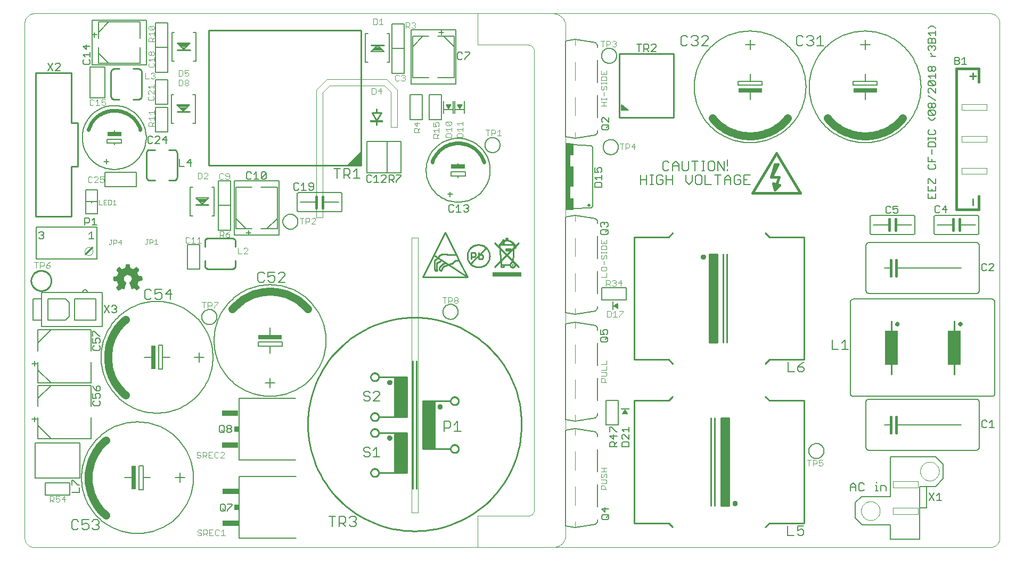
<source format=gto>
G75*
G70*
%OFA0B0*%
%FSLAX24Y24*%
%IPPOS*%
%LPD*%
%AMOC8*
5,1,8,0,0,1.08239X$1,22.5*
%
%ADD10C,0.0039*%
%ADD11R,0.0149X0.0001*%
%ADD12R,0.0004X0.0001*%
%ADD13R,0.0010X0.0001*%
%ADD14R,0.0017X0.0001*%
%ADD15R,0.0023X0.0001*%
%ADD16R,0.0029X0.0001*%
%ADD17R,0.0034X0.0001*%
%ADD18R,0.0040X0.0001*%
%ADD19R,0.0043X0.0002*%
%ADD20R,0.0047X0.0001*%
%ADD21R,0.0050X0.0001*%
%ADD22R,0.0054X0.0001*%
%ADD23R,0.0059X0.0001*%
%ADD24R,0.0064X0.0001*%
%ADD25R,0.0015X0.0001*%
%ADD26R,0.0067X0.0001*%
%ADD27R,0.0020X0.0001*%
%ADD28R,0.0070X0.0001*%
%ADD29R,0.0024X0.0001*%
%ADD30R,0.0074X0.0001*%
%ADD31R,0.0027X0.0001*%
%ADD32R,0.0076X0.0001*%
%ADD33R,0.0030X0.0001*%
%ADD34R,0.0081X0.0002*%
%ADD35R,0.0036X0.0002*%
%ADD36R,0.0086X0.0001*%
%ADD37R,0.0044X0.0001*%
%ADD38R,0.0091X0.0001*%
%ADD39R,0.0046X0.0001*%
%ADD40R,0.0094X0.0001*%
%ADD41R,0.0096X0.0001*%
%ADD42R,0.0053X0.0001*%
%ADD43R,0.0099X0.0001*%
%ADD44R,0.0056X0.0001*%
%ADD45R,0.0104X0.0001*%
%ADD46R,0.0060X0.0001*%
%ADD47R,0.0108X0.0001*%
%ADD48R,0.0112X0.0001*%
%ADD49R,0.0117X0.0001*%
%ADD50R,0.0072X0.0001*%
%ADD51R,0.0120X0.0002*%
%ADD52R,0.0075X0.0002*%
%ADD53R,0.0123X0.0001*%
%ADD54R,0.0078X0.0001*%
%ADD55R,0.0126X0.0001*%
%ADD56R,0.0081X0.0001*%
%ADD57R,0.0131X0.0001*%
%ADD58R,0.0136X0.0001*%
%ADD59R,0.0090X0.0001*%
%ADD60R,0.0139X0.0001*%
%ADD61R,0.0144X0.0001*%
%ADD62R,0.0147X0.0001*%
%ADD63R,0.0101X0.0001*%
%ADD64R,0.0150X0.0001*%
%ADD65R,0.0102X0.0001*%
%ADD66R,0.0153X0.0001*%
%ADD67R,0.0106X0.0001*%
%ADD68R,0.0158X0.0002*%
%ADD69R,0.0109X0.0002*%
%ADD70R,0.0164X0.0001*%
%ADD71R,0.0115X0.0001*%
%ADD72R,0.0168X0.0001*%
%ADD73R,0.0120X0.0001*%
%ADD74R,0.0171X0.0001*%
%ADD75R,0.0123X0.0001*%
%ADD76R,0.0172X0.0001*%
%ADD77R,0.0125X0.0001*%
%ADD78R,0.0175X0.0001*%
%ADD79R,0.0128X0.0001*%
%ADD80R,0.0180X0.0001*%
%ADD81R,0.0132X0.0001*%
%ADD82R,0.0186X0.0001*%
%ADD83R,0.0191X0.0001*%
%ADD84R,0.0141X0.0001*%
%ADD85R,0.0194X0.0001*%
%ADD86R,0.0145X0.0001*%
%ADD87R,0.0196X0.0002*%
%ADD88R,0.0149X0.0002*%
%ADD89R,0.0199X0.0001*%
%ADD90R,0.0151X0.0001*%
%ADD91R,0.0204X0.0001*%
%ADD92R,0.0153X0.0001*%
%ADD93R,0.0207X0.0001*%
%ADD94R,0.0158X0.0001*%
%ADD95R,0.0211X0.0001*%
%ADD96R,0.0162X0.0001*%
%ADD97R,0.0216X0.0001*%
%ADD98R,0.0166X0.0001*%
%ADD99R,0.0219X0.0001*%
%ADD100R,0.0007X0.0001*%
%ADD101R,0.0169X0.0001*%
%ADD102R,0.0222X0.0001*%
%ADD103R,0.0011X0.0001*%
%ADD104R,0.0224X0.0001*%
%ADD105R,0.0014X0.0001*%
%ADD106R,0.0176X0.0001*%
%ADD107R,0.0228X0.0001*%
%ADD108R,0.0018X0.0001*%
%ADD109R,0.0179X0.0001*%
%ADD110R,0.0234X0.0002*%
%ADD111R,0.0024X0.0002*%
%ADD112R,0.0183X0.0002*%
%ADD113R,0.0239X0.0001*%
%ADD114R,0.0189X0.0001*%
%ADD115R,0.0241X0.0001*%
%ADD116R,0.0033X0.0001*%
%ADD117R,0.0012X0.0001*%
%ADD118R,0.0192X0.0001*%
%ADD119R,0.0243X0.0001*%
%ADD120R,0.0038X0.0001*%
%ADD121R,0.0246X0.0001*%
%ADD122R,0.0041X0.0001*%
%ADD123R,0.0019X0.0001*%
%ADD124R,0.0196X0.0001*%
%ADD125R,0.0250X0.0001*%
%ADD126R,0.0021X0.0001*%
%ADD127R,0.0201X0.0001*%
%ADD128R,0.0254X0.0001*%
%ADD129R,0.0048X0.0001*%
%ADD130R,0.0258X0.0001*%
%ADD131R,0.0054X0.0001*%
%ADD132R,0.0209X0.0001*%
%ADD133R,0.0263X0.0001*%
%ADD134R,0.0213X0.0001*%
%ADD135R,0.0267X0.0001*%
%ADD136R,0.0063X0.0001*%
%ADD137R,0.0270X0.0002*%
%ADD138R,0.0066X0.0002*%
%ADD139R,0.0045X0.0002*%
%ADD140R,0.0219X0.0002*%
%ADD141R,0.0271X0.0001*%
%ADD142R,0.0220X0.0001*%
%ADD143R,0.0274X0.0001*%
%ADD144R,0.0051X0.0001*%
%ADD145R,0.0223X0.0001*%
%ADD146R,0.0278X0.0001*%
%ADD147R,0.0282X0.0001*%
%ADD148R,0.0231X0.0001*%
%ADD149R,0.0288X0.0001*%
%ADD150R,0.0085X0.0001*%
%ADD151R,0.0236X0.0001*%
%ADD152R,0.0289X0.0001*%
%ADD153R,0.0087X0.0001*%
%ADD154R,0.0066X0.0001*%
%ADD155R,0.0292X0.0001*%
%ADD156R,0.0069X0.0001*%
%ADD157R,0.0297X0.0001*%
%ADD158R,0.0300X0.0001*%
%ADD159R,0.0075X0.0001*%
%ADD160R,0.0305X0.0002*%
%ADD161R,0.0101X0.0002*%
%ADD162R,0.0078X0.0002*%
%ADD163R,0.0251X0.0002*%
%ADD164R,0.0309X0.0001*%
%ADD165R,0.0105X0.0001*%
%ADD166R,0.0083X0.0001*%
%ADD167R,0.0255X0.0001*%
%ADD168R,0.0314X0.0001*%
%ADD169R,0.0110X0.0001*%
%ADD170R,0.0087X0.0001*%
%ADD171R,0.0316X0.0001*%
%ADD172R,0.0113X0.0001*%
%ADD173R,0.0262X0.0001*%
%ADD174R,0.0319X0.0001*%
%ADD175R,0.0114X0.0001*%
%ADD176R,0.0093X0.0001*%
%ADD177R,0.0266X0.0001*%
%ADD178R,0.0321X0.0001*%
%ADD179R,0.0096X0.0001*%
%ADD180R,0.0324X0.0001*%
%ADD181R,0.0270X0.0001*%
%ADD182R,0.0329X0.0001*%
%ADD183R,0.0124X0.0001*%
%ADD184R,0.0275X0.0001*%
%ADD185R,0.0333X0.0001*%
%ADD186R,0.0279X0.0001*%
%ADD187R,0.0336X0.0001*%
%ADD188R,0.0111X0.0001*%
%ADD189R,0.0284X0.0001*%
%ADD190R,0.0339X0.0002*%
%ADD191R,0.0134X0.0002*%
%ADD192R,0.0114X0.0002*%
%ADD193R,0.0286X0.0002*%
%ADD194R,0.0342X0.0001*%
%ADD195R,0.0116X0.0001*%
%ADD196R,0.0491X0.0001*%
%ADD197R,0.0492X0.0001*%
%ADD198R,0.0294X0.0001*%
%ADD199R,0.0495X0.0001*%
%ADD200R,0.0299X0.0001*%
%ADD201R,0.0496X0.0001*%
%ADD202R,0.0127X0.0001*%
%ADD203R,0.0301X0.0001*%
%ADD204R,0.0498X0.0001*%
%ADD205R,0.0304X0.0001*%
%ADD206R,0.0501X0.0001*%
%ADD207R,0.0134X0.0001*%
%ADD208R,0.0308X0.0001*%
%ADD209R,0.0135X0.0001*%
%ADD210R,0.0311X0.0001*%
%ADD211R,0.0504X0.0001*%
%ADD212R,0.0138X0.0001*%
%ADD213R,0.0504X0.0002*%
%ADD214R,0.0141X0.0002*%
%ADD215R,0.0318X0.0002*%
%ADD216R,0.0507X0.0001*%
%ADD217R,0.0323X0.0001*%
%ADD218R,0.0326X0.0001*%
%ADD219R,0.0508X0.0001*%
%ADD220R,0.0152X0.0001*%
%ADD221R,0.0330X0.0001*%
%ADD222R,0.0510X0.0001*%
%ADD223R,0.0494X0.0001*%
%ADD224R,0.0512X0.0001*%
%ADD225R,0.0500X0.0001*%
%ADD226R,0.0513X0.0001*%
%ADD227R,0.0501X0.0001*%
%ADD228R,0.0513X0.0002*%
%ADD229R,0.0501X0.0002*%
%ADD230R,0.0503X0.0001*%
%ADD231R,0.0504X0.0001*%
%ADD232R,0.0506X0.0001*%
%ADD233R,0.0513X0.0001*%
%ADD234R,0.0509X0.0001*%
%ADD235R,0.0511X0.0001*%
%ADD236R,0.0514X0.0001*%
%ADD237R,0.0516X0.0001*%
%ADD238R,0.0513X0.0002*%
%ADD239R,0.0519X0.0002*%
%ADD240R,0.0519X0.0001*%
%ADD241R,0.0520X0.0001*%
%ADD242R,0.0522X0.0001*%
%ADD243R,0.0507X0.0001*%
%ADD244R,0.0509X0.0002*%
%ADD245R,0.0520X0.0002*%
%ADD246R,0.0522X0.0001*%
%ADD247R,0.0505X0.0001*%
%ADD248R,0.0502X0.0001*%
%ADD249R,0.0521X0.0001*%
%ADD250R,0.0503X0.0002*%
%ADD251R,0.0519X0.0002*%
%ADD252R,0.0519X0.0001*%
%ADD253R,0.0499X0.0001*%
%ADD254R,0.0517X0.0001*%
%ADD255R,0.0495X0.0002*%
%ADD256R,0.0514X0.0002*%
%ADD257R,0.0515X0.0001*%
%ADD258R,0.0492X0.0001*%
%ADD259R,0.0490X0.0001*%
%ADD260R,0.0490X0.0002*%
%ADD261R,0.0511X0.0002*%
%ADD262R,0.0489X0.0001*%
%ADD263R,0.0489X0.0001*%
%ADD264R,0.0488X0.0001*%
%ADD265R,0.0485X0.0001*%
%ADD266R,0.0483X0.0001*%
%ADD267R,0.0483X0.0002*%
%ADD268R,0.0507X0.0002*%
%ADD269R,0.0483X0.0001*%
%ADD270R,0.0481X0.0001*%
%ADD271R,0.0480X0.0001*%
%ADD272R,0.0480X0.0002*%
%ADD273R,0.0501X0.0002*%
%ADD274R,0.0479X0.0001*%
%ADD275R,0.0477X0.0001*%
%ADD276R,0.0477X0.0001*%
%ADD277R,0.0475X0.0001*%
%ADD278R,0.0474X0.0001*%
%ADD279R,0.0472X0.0001*%
%ADD280R,0.0472X0.0002*%
%ADD281R,0.0498X0.0002*%
%ADD282R,0.0471X0.0001*%
%ADD283R,0.0473X0.0001*%
%ADD284R,0.0471X0.0001*%
%ADD285R,0.0470X0.0001*%
%ADD286R,0.0468X0.0001*%
%ADD287R,0.0469X0.0001*%
%ADD288R,0.0468X0.0002*%
%ADD289R,0.0491X0.0002*%
%ADD290R,0.0466X0.0001*%
%ADD291R,0.0465X0.0001*%
%ADD292R,0.0464X0.0001*%
%ADD293R,0.0462X0.0001*%
%ADD294R,0.0462X0.0002*%
%ADD295R,0.0489X0.0002*%
%ADD296R,0.0461X0.0001*%
%ADD297R,0.0460X0.0001*%
%ADD298R,0.0459X0.0001*%
%ADD299R,0.0484X0.0001*%
%ADD300R,0.0457X0.0001*%
%ADD301R,0.0459X0.0001*%
%ADD302R,0.0458X0.0002*%
%ADD303R,0.0484X0.0002*%
%ADD304R,0.0456X0.0001*%
%ADD305R,0.0455X0.0001*%
%ADD306R,0.0453X0.0001*%
%ADD307R,0.0451X0.0001*%
%ADD308R,0.0453X0.0001*%
%ADD309R,0.0450X0.0001*%
%ADD310R,0.0451X0.0002*%
%ADD311R,0.0478X0.0001*%
%ADD312R,0.0449X0.0001*%
%ADD313R,0.0476X0.0001*%
%ADD314R,0.0447X0.0001*%
%ADD315R,0.0474X0.0001*%
%ADD316R,0.0449X0.0002*%
%ADD317R,0.0476X0.0002*%
%ADD318R,0.0454X0.0001*%
%ADD319R,0.0469X0.0002*%
%ADD320R,0.0468X0.0001*%
%ADD321R,0.0467X0.0001*%
%ADD322R,0.0473X0.0002*%
%ADD323R,0.0468X0.0002*%
%ADD324R,0.0486X0.0002*%
%ADD325R,0.0474X0.0002*%
%ADD326R,0.0487X0.0001*%
%ADD327R,0.0497X0.0001*%
%ADD328R,0.0486X0.0001*%
%ADD329R,0.0500X0.0002*%
%ADD330R,0.0487X0.0002*%
%ADD331R,0.0498X0.0001*%
%ADD332R,0.0524X0.0002*%
%ADD333R,0.0524X0.0001*%
%ADD334R,0.0525X0.0001*%
%ADD335R,0.0528X0.0001*%
%ADD336R,0.0529X0.0001*%
%ADD337R,0.0533X0.0001*%
%ADD338R,0.0534X0.0001*%
%ADD339R,0.0523X0.0001*%
%ADD340R,0.0536X0.0001*%
%ADD341R,0.0537X0.0002*%
%ADD342R,0.0527X0.0002*%
%ADD343R,0.0537X0.0001*%
%ADD344R,0.0528X0.0001*%
%ADD345R,0.0539X0.0001*%
%ADD346R,0.0530X0.0001*%
%ADD347R,0.0540X0.0001*%
%ADD348R,0.0541X0.0001*%
%ADD349R,0.0531X0.0001*%
%ADD350R,0.0543X0.0001*%
%ADD351R,0.0544X0.0001*%
%ADD352R,0.0546X0.0002*%
%ADD353R,0.0536X0.0002*%
%ADD354R,0.0547X0.0001*%
%ADD355R,0.0551X0.0001*%
%ADD356R,0.0552X0.0001*%
%ADD357R,0.0554X0.0001*%
%ADD358R,0.0555X0.0001*%
%ADD359R,0.0555X0.0002*%
%ADD360R,0.0547X0.0002*%
%ADD361R,0.0549X0.0001*%
%ADD362R,0.0548X0.0001*%
%ADD363R,0.0538X0.0001*%
%ADD364R,0.0537X0.0001*%
%ADD365R,0.0533X0.0002*%
%ADD366R,0.0531X0.0001*%
%ADD367R,0.0526X0.0001*%
%ADD368R,0.0518X0.0001*%
%ADD369R,0.0498X0.0002*%
%ADD370R,0.0496X0.0002*%
%ADD371R,0.0486X0.0001*%
%ADD372R,0.0485X0.0002*%
%ADD373R,0.0482X0.0001*%
%ADD374R,0.0477X0.0002*%
%ADD375R,0.0530X0.0002*%
%ADD376R,0.0464X0.0002*%
%ADD377R,0.0561X0.0001*%
%ADD378R,0.0570X0.0001*%
%ADD379R,0.0576X0.0001*%
%ADD380R,0.0581X0.0001*%
%ADD381R,0.0585X0.0001*%
%ADD382R,0.0589X0.0001*%
%ADD383R,0.0600X0.0002*%
%ADD384R,0.0614X0.0001*%
%ADD385R,0.0623X0.0001*%
%ADD386R,0.0630X0.0001*%
%ADD387R,0.0633X0.0001*%
%ADD388R,0.0638X0.0001*%
%ADD389R,0.0645X0.0001*%
%ADD390R,0.0657X0.0001*%
%ADD391R,0.0556X0.0001*%
%ADD392R,0.0669X0.0001*%
%ADD393R,0.0674X0.0001*%
%ADD394R,0.0579X0.0001*%
%ADD395R,0.0676X0.0002*%
%ADD396R,0.0585X0.0002*%
%ADD397R,0.0678X0.0001*%
%ADD398R,0.0590X0.0001*%
%ADD399R,0.0679X0.0001*%
%ADD400R,0.0596X0.0001*%
%ADD401R,0.0681X0.0001*%
%ADD402R,0.0606X0.0001*%
%ADD403R,0.0620X0.0001*%
%ADD404R,0.0682X0.0001*%
%ADD405R,0.0633X0.0001*%
%ADD406R,0.0684X0.0001*%
%ADD407R,0.0639X0.0001*%
%ADD408R,0.0649X0.0001*%
%ADD409R,0.0684X0.0001*%
%ADD410R,0.0655X0.0001*%
%ADD411R,0.0683X0.0002*%
%ADD412R,0.0664X0.0002*%
%ADD413R,0.0683X0.0001*%
%ADD414R,0.0670X0.0001*%
%ADD415R,0.0671X0.0001*%
%ADD416R,0.0681X0.0001*%
%ADD417R,0.0672X0.0001*%
%ADD418R,0.0680X0.0001*%
%ADD419R,0.0675X0.0001*%
%ADD420R,0.0676X0.0001*%
%ADD421R,0.0680X0.0002*%
%ADD422R,0.0678X0.0002*%
%ADD423R,0.0678X0.0001*%
%ADD424R,0.0675X0.0002*%
%ADD425R,0.0672X0.0002*%
%ADD426R,0.0672X0.0001*%
%ADD427R,0.0671X0.0002*%
%ADD428R,0.0670X0.0002*%
%ADD429R,0.0669X0.0001*%
%ADD430R,0.0667X0.0001*%
%ADD431R,0.0669X0.0002*%
%ADD432R,0.0667X0.0002*%
%ADD433R,0.0668X0.0001*%
%ADD434R,0.0666X0.0001*%
%ADD435R,0.0668X0.0002*%
%ADD436R,0.0666X0.0002*%
%ADD437R,0.0666X0.0001*%
%ADD438R,0.0664X0.0001*%
%ADD439R,0.0663X0.0001*%
%ADD440R,0.0666X0.0002*%
%ADD441R,0.0663X0.0002*%
%ADD442R,0.0665X0.0001*%
%ADD443R,0.0674X0.0002*%
%ADD444R,0.0677X0.0001*%
%ADD445R,0.0678X0.0002*%
%ADD446R,0.0682X0.0002*%
%ADD447R,0.0686X0.0001*%
%ADD448R,0.0686X0.0002*%
%ADD449R,0.0687X0.0001*%
%ADD450R,0.0689X0.0001*%
%ADD451R,0.0653X0.0001*%
%ADD452R,0.0641X0.0001*%
%ADD453R,0.0626X0.0001*%
%ADD454R,0.0616X0.0001*%
%ADD455R,0.0687X0.0001*%
%ADD456R,0.0612X0.0001*%
%ADD457R,0.0688X0.0001*%
%ADD458R,0.0606X0.0001*%
%ADD459R,0.0601X0.0001*%
%ADD460R,0.0591X0.0002*%
%ADD461R,0.0567X0.0001*%
%ADD462R,0.0560X0.0001*%
%ADD463R,0.0659X0.0001*%
%ADD464R,0.0516X0.0001*%
%ADD465R,0.0639X0.0001*%
%ADD466R,0.0502X0.0002*%
%ADD467R,0.0633X0.0002*%
%ADD468R,0.0608X0.0001*%
%ADD469R,0.0582X0.0001*%
%ADD470R,0.0577X0.0001*%
%ADD471R,0.0569X0.0002*%
%ADD472R,0.0546X0.0001*%
%ADD473R,0.0486X0.0002*%
%ADD474R,0.0493X0.0001*%
%ADD475R,0.0516X0.0002*%
%ADD476R,0.0532X0.0001*%
%ADD477R,0.0534X0.0002*%
%ADD478R,0.0535X0.0002*%
%ADD479R,0.0543X0.0001*%
%ADD480R,0.0553X0.0001*%
%ADD481R,0.0559X0.0001*%
%ADD482R,0.0564X0.0001*%
%ADD483R,0.0564X0.0001*%
%ADD484R,0.0567X0.0001*%
%ADD485R,0.0569X0.0001*%
%ADD486R,0.0570X0.0002*%
%ADD487R,0.0571X0.0002*%
%ADD488R,0.0571X0.0001*%
%ADD489R,0.0573X0.0001*%
%ADD490R,0.0574X0.0001*%
%ADD491R,0.0576X0.0001*%
%ADD492R,0.0600X0.0001*%
%ADD493R,0.0611X0.0001*%
%ADD494R,0.0618X0.0001*%
%ADD495R,0.0621X0.0001*%
%ADD496R,0.1269X0.0001*%
%ADD497R,0.1267X0.0001*%
%ADD498R,0.1266X0.0001*%
%ADD499R,0.1266X0.0002*%
%ADD500R,0.1264X0.0001*%
%ADD501R,0.1261X0.0001*%
%ADD502R,0.1260X0.0001*%
%ADD503R,0.1259X0.0001*%
%ADD504R,0.1256X0.0001*%
%ADD505R,0.1254X0.0001*%
%ADD506R,0.1253X0.0001*%
%ADD507R,0.1251X0.0001*%
%ADD508R,0.1251X0.0002*%
%ADD509R,0.1248X0.0001*%
%ADD510R,0.1245X0.0001*%
%ADD511R,0.1244X0.0001*%
%ADD512R,0.1242X0.0001*%
%ADD513R,0.1239X0.0001*%
%ADD514R,0.1237X0.0001*%
%ADD515R,0.1236X0.0002*%
%ADD516R,0.1233X0.0001*%
%ADD517R,0.1230X0.0001*%
%ADD518R,0.1229X0.0001*%
%ADD519R,0.1227X0.0001*%
%ADD520R,0.1226X0.0001*%
%ADD521R,0.1224X0.0001*%
%ADD522R,0.1223X0.0002*%
%ADD523R,0.1219X0.0001*%
%ADD524R,0.1216X0.0001*%
%ADD525R,0.1215X0.0001*%
%ADD526R,0.1214X0.0001*%
%ADD527R,0.1212X0.0001*%
%ADD528R,0.1209X0.0001*%
%ADD529R,0.1207X0.0002*%
%ADD530R,0.1206X0.0001*%
%ADD531R,0.1204X0.0001*%
%ADD532R,0.1201X0.0001*%
%ADD533R,0.1200X0.0001*%
%ADD534R,0.1199X0.0001*%
%ADD535R,0.1196X0.0001*%
%ADD536R,0.1194X0.0001*%
%ADD537R,0.1193X0.0001*%
%ADD538R,0.1191X0.0001*%
%ADD539R,0.1191X0.0002*%
%ADD540R,0.1188X0.0001*%
%ADD541R,0.1185X0.0001*%
%ADD542R,0.1184X0.0001*%
%ADD543R,0.1181X0.0001*%
%ADD544R,0.1177X0.0001*%
%ADD545R,0.1176X0.0001*%
%ADD546R,0.1174X0.0001*%
%ADD547R,0.1173X0.0001*%
%ADD548R,0.1170X0.0002*%
%ADD549R,0.1170X0.0001*%
%ADD550R,0.1169X0.0001*%
%ADD551R,0.1166X0.0001*%
%ADD552R,0.1164X0.0001*%
%ADD553R,0.1163X0.0001*%
%ADD554R,0.1163X0.0002*%
%ADD555R,0.1167X0.0001*%
%ADD556R,0.1171X0.0001*%
%ADD557R,0.1179X0.0001*%
%ADD558R,0.1182X0.0001*%
%ADD559R,0.1182X0.0002*%
%ADD560R,0.1188X0.0001*%
%ADD561R,0.1190X0.0001*%
%ADD562R,0.1197X0.0001*%
%ADD563R,0.1204X0.0002*%
%ADD564R,0.1207X0.0001*%
%ADD565R,0.1210X0.0001*%
%ADD566R,0.1213X0.0001*%
%ADD567R,0.1217X0.0001*%
%ADD568R,0.1218X0.0001*%
%ADD569R,0.1220X0.0001*%
%ADD570R,0.1221X0.0001*%
%ADD571R,0.1223X0.0001*%
%ADD572R,0.1226X0.0002*%
%ADD573R,0.1236X0.0001*%
%ADD574R,0.1239X0.0001*%
%ADD575R,0.1240X0.0001*%
%ADD576R,0.1243X0.0001*%
%ADD577R,0.1248X0.0002*%
%ADD578R,0.1248X0.0001*%
%ADD579R,0.1251X0.0001*%
%ADD580R,0.1257X0.0001*%
%ADD581R,0.1263X0.0001*%
%ADD582R,0.1267X0.0002*%
%ADD583R,0.1270X0.0001*%
%ADD584R,0.1274X0.0001*%
%ADD585R,0.1275X0.0001*%
%ADD586R,0.1278X0.0001*%
%ADD587R,0.1280X0.0001*%
%ADD588R,0.1281X0.0001*%
%ADD589R,0.1284X0.0001*%
%ADD590R,0.1286X0.0001*%
%ADD591R,0.1289X0.0001*%
%ADD592R,0.1290X0.0002*%
%ADD593R,0.1291X0.0001*%
%ADD594R,0.1294X0.0001*%
%ADD595R,0.1296X0.0001*%
%ADD596R,0.1299X0.0001*%
%ADD597R,0.1300X0.0001*%
%ADD598R,0.1302X0.0001*%
%ADD599R,0.1304X0.0001*%
%ADD600R,0.1306X0.0001*%
%ADD601R,0.1308X0.0001*%
%ADD602R,0.1311X0.0002*%
%ADD603R,0.1313X0.0001*%
%ADD604R,0.1316X0.0001*%
%ADD605R,0.1317X0.0001*%
%ADD606R,0.1320X0.0001*%
%ADD607R,0.1323X0.0001*%
%ADD608R,0.1326X0.0001*%
%ADD609R,0.1329X0.0001*%
%ADD610R,0.1332X0.0002*%
%ADD611R,0.1335X0.0001*%
%ADD612R,0.1336X0.0001*%
%ADD613R,0.1340X0.0001*%
%ADD614R,0.1343X0.0001*%
%ADD615R,0.1346X0.0001*%
%ADD616R,0.1347X0.0001*%
%ADD617R,0.1350X0.0001*%
%ADD618R,0.1353X0.0002*%
%ADD619R,0.1356X0.0001*%
%ADD620R,0.1357X0.0001*%
%ADD621R,0.1360X0.0001*%
%ADD622R,0.1364X0.0001*%
%ADD623R,0.1365X0.0001*%
%ADD624R,0.1368X0.0001*%
%ADD625R,0.1369X0.0001*%
%ADD626R,0.1373X0.0001*%
%ADD627R,0.1374X0.0002*%
%ADD628R,0.1377X0.0001*%
%ADD629R,0.1379X0.0001*%
%ADD630R,0.1380X0.0001*%
%ADD631R,0.1383X0.0001*%
%ADD632R,0.1386X0.0001*%
%ADD633R,0.1387X0.0001*%
%ADD634R,0.1391X0.0001*%
%ADD635R,0.1394X0.0001*%
%ADD636R,0.1395X0.0002*%
%ADD637R,0.1398X0.0001*%
%ADD638R,0.1401X0.0001*%
%ADD639R,0.1403X0.0001*%
%ADD640R,0.1406X0.0001*%
%ADD641R,0.1407X0.0001*%
%ADD642R,0.1409X0.0001*%
%ADD643R,0.1411X0.0001*%
%ADD644R,0.1414X0.0001*%
%ADD645R,0.1416X0.0002*%
%ADD646R,0.1419X0.0001*%
%ADD647R,0.1421X0.0001*%
%ADD648R,0.1422X0.0001*%
%ADD649R,0.1424X0.0001*%
%ADD650R,0.1426X0.0001*%
%ADD651R,0.1428X0.0001*%
%ADD652R,0.1429X0.0002*%
%ADD653R,0.1429X0.0001*%
%ADD654R,0.1425X0.0001*%
%ADD655R,0.1421X0.0002*%
%ADD656R,0.1418X0.0001*%
%ADD657R,0.1416X0.0001*%
%ADD658R,0.1413X0.0001*%
%ADD659R,0.1410X0.0001*%
%ADD660R,0.1404X0.0001*%
%ADD661R,0.1401X0.0001*%
%ADD662R,0.0346X0.0001*%
%ADD663R,0.1044X0.0001*%
%ADD664R,0.0342X0.0002*%
%ADD665R,0.1040X0.0002*%
%ADD666R,0.0337X0.0001*%
%ADD667R,0.1034X0.0001*%
%ADD668R,0.0357X0.0001*%
%ADD669R,0.0660X0.0001*%
%ADD670R,0.0353X0.0001*%
%ADD671R,0.0327X0.0001*%
%ADD672R,0.0349X0.0001*%
%ADD673R,0.0321X0.0001*%
%ADD674R,0.0648X0.0001*%
%ADD675R,0.0344X0.0001*%
%ADD676R,0.0317X0.0001*%
%ADD677R,0.0339X0.0001*%
%ADD678R,0.0312X0.0001*%
%ADD679R,0.0631X0.0001*%
%ADD680R,0.0334X0.0001*%
%ADD681R,0.0309X0.0001*%
%ADD682R,0.0307X0.0002*%
%ADD683R,0.0623X0.0002*%
%ADD684R,0.0327X0.0002*%
%ADD685R,0.0618X0.0001*%
%ADD686R,0.0297X0.0001*%
%ADD687R,0.0607X0.0001*%
%ADD688R,0.0320X0.0001*%
%ADD689R,0.0293X0.0001*%
%ADD690R,0.0599X0.0001*%
%ADD691R,0.0313X0.0001*%
%ADD692R,0.0285X0.0001*%
%ADD693R,0.0584X0.0001*%
%ADD694R,0.0303X0.0001*%
%ADD695R,0.0281X0.0001*%
%ADD696R,0.0273X0.0002*%
%ADD697R,0.0563X0.0002*%
%ADD698R,0.0293X0.0002*%
%ADD699R,0.0264X0.0001*%
%ADD700R,0.0259X0.0001*%
%ADD701R,0.0256X0.0001*%
%ADD702R,0.0276X0.0001*%
%ADD703R,0.0252X0.0001*%
%ADD704R,0.0273X0.0001*%
%ADD705R,0.0248X0.0001*%
%ADD706R,0.0269X0.0001*%
%ADD707R,0.0245X0.0001*%
%ADD708R,0.0240X0.0001*%
%ADD709R,0.0237X0.0002*%
%ADD710R,0.0256X0.0002*%
%ADD711R,0.0234X0.0001*%
%ADD712R,0.0232X0.0001*%
%ADD713R,0.0251X0.0001*%
%ADD714R,0.0228X0.0001*%
%ADD715R,0.0246X0.0001*%
%ADD716R,0.0456X0.0001*%
%ADD717R,0.0219X0.0001*%
%ADD718R,0.0444X0.0001*%
%ADD719R,0.0237X0.0001*%
%ADD720R,0.0214X0.0001*%
%ADD721R,0.0436X0.0001*%
%ADD722R,0.0432X0.0001*%
%ADD723R,0.0231X0.0001*%
%ADD724R,0.0210X0.0001*%
%ADD725R,0.0426X0.0001*%
%ADD726R,0.0420X0.0001*%
%ADD727R,0.0226X0.0001*%
%ADD728R,0.0204X0.0002*%
%ADD729R,0.0409X0.0002*%
%ADD730R,0.0222X0.0002*%
%ADD731R,0.0391X0.0001*%
%ADD732R,0.0217X0.0001*%
%ADD733R,0.0376X0.0001*%
%ADD734R,0.0368X0.0001*%
%ADD735R,0.0189X0.0001*%
%ADD736R,0.0361X0.0001*%
%ADD737R,0.0206X0.0001*%
%ADD738R,0.0186X0.0001*%
%ADD739R,0.0356X0.0001*%
%ADD740R,0.0181X0.0001*%
%ADD741R,0.0345X0.0001*%
%ADD742R,0.0173X0.0001*%
%ADD743R,0.0331X0.0001*%
%ADD744R,0.0190X0.0001*%
%ADD745R,0.0168X0.0001*%
%ADD746R,0.0165X0.0002*%
%ADD747R,0.0162X0.0001*%
%ADD748R,0.0159X0.0001*%
%ADD749R,0.0177X0.0001*%
%ADD750R,0.0156X0.0001*%
%ADD751R,0.0324X0.0001*%
%ADD752R,0.0174X0.0001*%
%ADD753R,0.0167X0.0001*%
%ADD754R,0.0146X0.0001*%
%ADD755R,0.0163X0.0001*%
%ADD756R,0.0141X0.0001*%
%ADD757R,0.0140X0.0001*%
%ADD758R,0.0137X0.0001*%
%ADD759R,0.0133X0.0001*%
%ADD760R,0.0129X0.0002*%
%ADD761R,0.0321X0.0002*%
%ADD762R,0.0146X0.0002*%
%ADD763R,0.0119X0.0001*%
%ADD764R,0.0129X0.0001*%
%ADD765R,0.0111X0.0001*%
%ADD766R,0.0126X0.0001*%
%ADD767R,0.0318X0.0001*%
%ADD768R,0.0097X0.0001*%
%ADD769R,0.0315X0.0001*%
%ADD770R,0.0089X0.0002*%
%ADD771R,0.0315X0.0002*%
%ADD772R,0.0105X0.0002*%
%ADD773R,0.0079X0.0001*%
%ADD774R,0.0089X0.0001*%
%ADD775R,0.0069X0.0001*%
%ADD776R,0.0084X0.0001*%
%ADD777R,0.0057X0.0001*%
%ADD778R,0.0052X0.0002*%
%ADD779R,0.0311X0.0002*%
%ADD780R,0.0066X0.0002*%
%ADD781R,0.0061X0.0001*%
%ADD782R,0.0042X0.0001*%
%ADD783R,0.0055X0.0001*%
%ADD784R,0.0039X0.0001*%
%ADD785R,0.0052X0.0001*%
%ADD786R,0.0036X0.0001*%
%ADD787R,0.0049X0.0001*%
%ADD788R,0.0307X0.0001*%
%ADD789R,0.0045X0.0001*%
%ADD790R,0.0022X0.0001*%
%ADD791R,0.0035X0.0001*%
%ADD792R,0.0025X0.0002*%
%ADD793R,0.0306X0.0001*%
%ADD794R,0.0018X0.0001*%
%ADD795R,0.0008X0.0001*%
%ADD796R,0.0300X0.0002*%
%ADD797R,0.0296X0.0001*%
%ADD798R,0.0294X0.0002*%
%ADD799R,0.0294X0.0001*%
%ADD800R,0.0291X0.0001*%
%ADD801R,0.0291X0.0002*%
%ADD802R,0.0286X0.0001*%
%ADD803R,0.0281X0.0002*%
%ADD804R,0.0277X0.0001*%
%ADD805R,0.0276X0.0001*%
%ADD806R,0.0266X0.0002*%
%ADD807R,0.0264X0.0001*%
%ADD808R,0.0261X0.0001*%
%ADD809R,0.0259X0.0002*%
%ADD810R,0.0254X0.0002*%
%ADD811R,0.0248X0.0002*%
%ADD812R,0.0218X0.0002*%
%ADD813R,0.0157X0.0001*%
%ADD814C,0.0050*%
%ADD815C,0.0160*%
%ADD816C,0.0040*%
%ADD817C,0.0070*%
%ADD818C,0.0060*%
%ADD819C,0.0030*%
%ADD820C,0.0100*%
%ADD821R,0.0787X0.2165*%
%ADD822C,0.0138*%
%ADD823C,0.0000*%
%ADD824C,0.0020*%
%ADD825R,0.0079X0.0551*%
%ADD826C,0.0200*%
%ADD827R,0.0300X0.4200*%
%ADD828R,0.0200X0.0750*%
%ADD829R,0.0200X0.1300*%
%ADD830R,0.0551X0.0079*%
%ADD831C,0.0150*%
%ADD832R,0.0472X0.5512*%
%ADD833C,0.0080*%
%ADD834R,0.0300X0.0340*%
%ADD835R,0.1020X0.0354*%
%ADD836C,0.0500*%
%ADD837R,0.1500X0.0250*%
%ADD838R,0.0250X0.1500*%
%ADD839R,0.0079X0.0079*%
%ADD840R,0.0827X0.0118*%
%ADD841R,0.0900X0.0250*%
%ADD842C,0.0240*%
%ADD843R,0.0750X0.2500*%
%ADD844R,0.0750X0.3000*%
%ADD845C,0.0120*%
%ADD846R,0.1800X0.0300*%
D10*
X002331Y001028D02*
X002331Y033311D01*
X002333Y033357D01*
X002338Y033403D01*
X002347Y033449D01*
X002360Y033494D01*
X002376Y033537D01*
X002395Y033579D01*
X002418Y033620D01*
X002444Y033658D01*
X002473Y033695D01*
X002504Y033729D01*
X002538Y033760D01*
X002575Y033789D01*
X002613Y033815D01*
X002654Y033838D01*
X002696Y033857D01*
X002739Y033873D01*
X002784Y033886D01*
X002830Y033895D01*
X002876Y033900D01*
X002922Y033902D01*
X062764Y033902D01*
X062810Y033900D01*
X062856Y033895D01*
X062902Y033886D01*
X062947Y033873D01*
X062990Y033857D01*
X063032Y033838D01*
X063073Y033815D01*
X063111Y033789D01*
X063148Y033760D01*
X063182Y033729D01*
X063213Y033695D01*
X063242Y033658D01*
X063268Y033620D01*
X063291Y033579D01*
X063310Y033537D01*
X063326Y033494D01*
X063339Y033449D01*
X063348Y033403D01*
X063353Y033357D01*
X063355Y033311D01*
X063355Y001028D01*
X063353Y000982D01*
X063348Y000936D01*
X063339Y000890D01*
X063326Y000845D01*
X063310Y000802D01*
X063291Y000760D01*
X063268Y000719D01*
X063242Y000681D01*
X063213Y000644D01*
X063182Y000610D01*
X063148Y000579D01*
X063111Y000550D01*
X063073Y000524D01*
X063032Y000501D01*
X062990Y000482D01*
X062947Y000466D01*
X062902Y000453D01*
X062856Y000444D01*
X062810Y000439D01*
X062764Y000437D01*
X002922Y000437D01*
X002876Y000439D01*
X002830Y000444D01*
X002784Y000453D01*
X002739Y000466D01*
X002696Y000482D01*
X002654Y000501D01*
X002613Y000524D01*
X002575Y000550D01*
X002538Y000579D01*
X002504Y000610D01*
X002473Y000644D01*
X002444Y000681D01*
X002418Y000719D01*
X002395Y000760D01*
X002376Y000802D01*
X002360Y000845D01*
X002347Y000890D01*
X002338Y000936D01*
X002333Y000982D01*
X002331Y001028D01*
X030677Y000437D02*
X030677Y002406D01*
X033827Y002406D01*
X033866Y002408D01*
X033904Y002414D01*
X033941Y002423D01*
X033978Y002436D01*
X034013Y002453D01*
X034046Y002472D01*
X034077Y002495D01*
X034106Y002521D01*
X034132Y002550D01*
X034155Y002581D01*
X034174Y002614D01*
X034191Y002649D01*
X034204Y002686D01*
X034213Y002723D01*
X034219Y002761D01*
X034221Y002800D01*
X034221Y031540D01*
X034219Y031579D01*
X034213Y031617D01*
X034204Y031654D01*
X034191Y031691D01*
X034174Y031726D01*
X034155Y031759D01*
X034132Y031790D01*
X034106Y031819D01*
X034077Y031845D01*
X034046Y031868D01*
X034013Y031887D01*
X033978Y031904D01*
X033941Y031917D01*
X033904Y031926D01*
X033866Y031932D01*
X033827Y031934D01*
X033827Y031933D02*
X030677Y031933D01*
X030677Y033902D01*
X035402Y033902D01*
X035456Y033900D01*
X035509Y033895D01*
X035562Y033886D01*
X035614Y033873D01*
X035666Y033857D01*
X035716Y033837D01*
X035764Y033814D01*
X035811Y033787D01*
X035856Y033758D01*
X035899Y033725D01*
X035939Y033690D01*
X035977Y033652D01*
X036012Y033612D01*
X036045Y033569D01*
X036074Y033524D01*
X036101Y033477D01*
X036124Y033429D01*
X036144Y033379D01*
X036160Y033327D01*
X036173Y033275D01*
X036182Y033222D01*
X036187Y033169D01*
X036189Y033115D01*
X036189Y001225D01*
X036187Y001171D01*
X036182Y001118D01*
X036173Y001065D01*
X036160Y001013D01*
X036144Y000961D01*
X036124Y000911D01*
X036101Y000863D01*
X036074Y000816D01*
X036045Y000771D01*
X036012Y000728D01*
X035977Y000688D01*
X035939Y000650D01*
X035899Y000615D01*
X035856Y000582D01*
X035811Y000553D01*
X035764Y000526D01*
X035716Y000503D01*
X035666Y000483D01*
X035614Y000467D01*
X035562Y000454D01*
X035509Y000445D01*
X035456Y000440D01*
X035402Y000438D01*
X035402Y000437D02*
X030677Y000437D01*
X056675Y002526D02*
X056675Y002920D01*
X058250Y002920D01*
X058250Y002526D01*
X056675Y002526D01*
X056675Y004180D02*
X056675Y004574D01*
X058250Y004574D01*
X058250Y004180D01*
X056675Y004180D01*
X060992Y023831D02*
X060992Y024225D01*
X062567Y024225D01*
X062567Y023831D01*
X060992Y023831D01*
X060992Y025831D02*
X060992Y026225D01*
X062567Y026225D01*
X062567Y025831D01*
X060992Y025831D01*
X060992Y027831D02*
X060992Y028225D01*
X062567Y028225D01*
X062567Y027831D01*
X060992Y027831D01*
D11*
X008515Y017094D03*
D12*
X009046Y016610D03*
X009364Y016540D03*
X008226Y016523D03*
D13*
X008226Y016525D03*
D14*
X008226Y016526D03*
D15*
X008226Y016528D03*
D16*
X008226Y016529D03*
X008235Y017968D03*
D17*
X009051Y016619D03*
X008226Y016531D03*
D18*
X008226Y016532D03*
X009052Y016621D03*
D19*
X008226Y016534D03*
D20*
X008226Y016535D03*
D21*
X008226Y016537D03*
X009364Y016553D03*
D22*
X008227Y016538D03*
D23*
X008227Y016540D03*
X008529Y016621D03*
X009060Y016630D03*
D24*
X009061Y016631D03*
X009363Y016559D03*
X008227Y016541D03*
D25*
X009046Y016613D03*
X009365Y016541D03*
D26*
X009363Y016561D03*
X008526Y016625D03*
X008227Y016543D03*
D27*
X009364Y016543D03*
D28*
X009064Y016636D03*
X008524Y016627D03*
X008227Y016544D03*
D29*
X009365Y016544D03*
D30*
X008227Y016546D03*
D31*
X009049Y016618D03*
X009365Y016546D03*
D32*
X008523Y016628D03*
X008227Y016547D03*
D33*
X008539Y016610D03*
X009365Y016547D03*
X009328Y017972D03*
D34*
X008228Y016549D03*
D35*
X009365Y016549D03*
D36*
X009361Y016568D03*
X008229Y016550D03*
D37*
X008535Y016616D03*
X009054Y016622D03*
X009364Y016550D03*
D38*
X009070Y016643D03*
X008517Y016636D03*
X008229Y016552D03*
X008238Y017942D03*
D39*
X008236Y017960D03*
X009364Y016552D03*
D40*
X009361Y016571D03*
X008515Y016637D03*
X008229Y016553D03*
X009325Y017948D03*
X008767Y018160D03*
D41*
X008230Y016555D03*
D42*
X009364Y016555D03*
D43*
X009361Y016573D03*
X009073Y016648D03*
X008230Y016556D03*
X009325Y017947D03*
D44*
X009364Y016556D03*
D45*
X008230Y016558D03*
D46*
X009364Y016558D03*
X008237Y017956D03*
D47*
X009325Y017942D03*
X009076Y016651D03*
X008230Y016559D03*
D48*
X008230Y016561D03*
D49*
X008231Y016562D03*
X008509Y016646D03*
X009079Y016657D03*
X009323Y017939D03*
D50*
X009326Y017957D03*
X009362Y016562D03*
D51*
X008231Y016564D03*
D52*
X009362Y016564D03*
D53*
X008231Y016565D03*
X008240Y017930D03*
X009323Y017938D03*
D54*
X009326Y017954D03*
X009362Y016565D03*
D55*
X008231Y016567D03*
D56*
X008521Y016630D03*
X009362Y016567D03*
X009326Y017953D03*
D57*
X009084Y016663D03*
X008232Y016568D03*
D58*
X008232Y016570D03*
X008502Y016655D03*
X009358Y016589D03*
D59*
X009361Y016570D03*
X008518Y016634D03*
D60*
X008232Y016571D03*
D61*
X008233Y016573D03*
D62*
X008233Y016574D03*
X009088Y016672D03*
D63*
X009360Y016574D03*
D64*
X008233Y016576D03*
X008242Y017920D03*
X009322Y017927D03*
D65*
X009325Y017945D03*
X008239Y017939D03*
X009361Y016576D03*
D66*
X008233Y016577D03*
D67*
X009360Y016577D03*
D68*
X008233Y016579D03*
D69*
X009360Y016579D03*
D70*
X008233Y016580D03*
D71*
X009360Y016580D03*
D72*
X008234Y016582D03*
D73*
X008509Y016648D03*
X009080Y016658D03*
X009359Y016582D03*
D74*
X008234Y016583D03*
D75*
X009359Y016583D03*
D76*
X009355Y016604D03*
X008235Y016585D03*
D77*
X009358Y016585D03*
D78*
X008235Y016586D03*
D79*
X008505Y016651D03*
X009358Y016586D03*
D80*
X008234Y016588D03*
X009320Y017915D03*
D81*
X009323Y017933D03*
X009358Y016588D03*
X008504Y016652D03*
D82*
X008236Y016589D03*
D83*
X008236Y016591D03*
X008244Y017903D03*
D84*
X009358Y016591D03*
D85*
X009354Y016613D03*
X008236Y016592D03*
X008244Y017902D03*
X008785Y018157D03*
D86*
X009087Y016670D03*
X009357Y016592D03*
D87*
X008236Y016594D03*
D88*
X009357Y016594D03*
D89*
X008236Y016595D03*
X008244Y017900D03*
D90*
X009357Y016595D03*
D91*
X009353Y016618D03*
X008237Y016597D03*
X009319Y017906D03*
D92*
X009322Y017926D03*
X009356Y016597D03*
D93*
X008237Y016598D03*
X008245Y017897D03*
D94*
X009357Y016598D03*
D95*
X008238Y016600D03*
D96*
X009356Y016600D03*
D97*
X009352Y016622D03*
X008239Y016601D03*
D98*
X009355Y016601D03*
D99*
X008239Y016603D03*
D100*
X008544Y016603D03*
D101*
X009355Y016603D03*
D102*
X008239Y016604D03*
D103*
X008544Y016604D03*
D104*
X008239Y016606D03*
X008245Y017890D03*
X008787Y018152D03*
D105*
X008544Y016606D03*
D106*
X009355Y016606D03*
D107*
X009350Y016628D03*
X008240Y016607D03*
D108*
X008542Y016607D03*
D109*
X009355Y016607D03*
X008242Y017909D03*
D110*
X008240Y016609D03*
D111*
X008540Y016609D03*
D112*
X009355Y016609D03*
X009320Y017914D03*
D113*
X009349Y016633D03*
X008241Y016610D03*
D114*
X009355Y016610D03*
D115*
X009349Y016634D03*
X008241Y016612D03*
X009315Y017890D03*
D116*
X008236Y017966D03*
X008537Y016612D03*
D117*
X009046Y016612D03*
X008236Y017971D03*
D118*
X009355Y016612D03*
D119*
X009349Y016636D03*
X008242Y016613D03*
X008786Y018145D03*
D120*
X008536Y016613D03*
D121*
X008242Y016615D03*
X009349Y016637D03*
D122*
X008536Y016615D03*
D123*
X009046Y016615D03*
D124*
X009354Y016615D03*
X009319Y017909D03*
D125*
X008242Y016616D03*
D126*
X009047Y016616D03*
D127*
X009353Y016616D03*
X009319Y017908D03*
D128*
X009313Y017885D03*
X008785Y018119D03*
X008785Y018121D03*
X008785Y018122D03*
X008785Y018125D03*
X008242Y016618D03*
D129*
X008534Y016618D03*
X009055Y016625D03*
X009328Y017966D03*
D130*
X009313Y017882D03*
X008786Y018112D03*
X009347Y016642D03*
X008243Y016619D03*
D131*
X008531Y016619D03*
X009058Y016628D03*
D132*
X009352Y016619D03*
X009318Y017903D03*
D133*
X008244Y016621D03*
D134*
X009352Y016621D03*
X009317Y017902D03*
X008245Y017894D03*
D135*
X008251Y017870D03*
X008785Y018091D03*
X008785Y018092D03*
X009346Y016646D03*
X008245Y016622D03*
D136*
X008528Y016622D03*
X008237Y017954D03*
D137*
X008785Y018079D03*
X008245Y016624D03*
D138*
X008527Y016624D03*
D139*
X009055Y016624D03*
D140*
X009352Y016624D03*
D141*
X008245Y016625D03*
X008785Y018068D03*
X008785Y018070D03*
X008785Y018071D03*
X008785Y018073D03*
X008785Y018074D03*
D142*
X009351Y016625D03*
D143*
X008245Y016627D03*
X008785Y018061D03*
D144*
X009056Y016627D03*
D145*
X009351Y016627D03*
D146*
X008245Y016628D03*
X008251Y017867D03*
X009310Y017875D03*
D147*
X008785Y018044D03*
X008785Y018046D03*
X008252Y017864D03*
X008246Y016630D03*
D148*
X009350Y016630D03*
D149*
X009344Y016655D03*
X008246Y016631D03*
X008252Y017861D03*
X008785Y018023D03*
X008785Y018025D03*
X008785Y018026D03*
X008785Y018028D03*
X008785Y018029D03*
X008785Y018031D03*
X008785Y018032D03*
X009310Y017870D03*
D150*
X008518Y016631D03*
D151*
X009349Y016631D03*
D152*
X009343Y016657D03*
X008247Y016633D03*
D153*
X008518Y016633D03*
D154*
X009062Y016633D03*
X008237Y017953D03*
D155*
X008247Y016634D03*
D156*
X009064Y016634D03*
D157*
X008248Y016636D03*
D158*
X008248Y016637D03*
X008783Y017987D03*
X008783Y017990D03*
X008783Y017992D03*
X009308Y017866D03*
D159*
X009326Y017956D03*
X008237Y017950D03*
X009065Y016637D03*
D160*
X008248Y016639D03*
D161*
X008514Y016639D03*
D162*
X009067Y016639D03*
D163*
X009348Y016639D03*
D164*
X008249Y016640D03*
X008785Y017963D03*
X008785Y017965D03*
X008785Y017966D03*
D165*
X008239Y017938D03*
X008512Y016640D03*
X009074Y016649D03*
D166*
X009069Y016640D03*
X008238Y017947D03*
D167*
X008786Y018118D03*
X009347Y016640D03*
D168*
X009340Y016667D03*
X008250Y016642D03*
X008784Y017947D03*
X008784Y017948D03*
X008784Y017950D03*
X008784Y017951D03*
X008784Y017953D03*
D169*
X008511Y016642D03*
D170*
X009070Y016642D03*
X008237Y017945D03*
D171*
X008782Y017941D03*
X008782Y017939D03*
X008250Y016643D03*
D172*
X008511Y016643D03*
X008239Y017935D03*
X009324Y017941D03*
D173*
X009312Y017881D03*
X008785Y018101D03*
X008785Y018103D03*
X008785Y018104D03*
X008250Y017873D03*
X009346Y016643D03*
D174*
X008250Y016645D03*
D175*
X008510Y016645D03*
D176*
X009071Y016645D03*
D177*
X009346Y016645D03*
X008785Y018095D03*
X008785Y018097D03*
X008785Y018098D03*
D178*
X008251Y016646D03*
D179*
X009071Y016646D03*
D180*
X008251Y016648D03*
D181*
X009346Y016648D03*
X008785Y018076D03*
X008785Y018077D03*
X008785Y018080D03*
X008785Y018082D03*
D182*
X008784Y017912D03*
X008251Y016649D03*
D183*
X008506Y016649D03*
X009081Y016660D03*
D184*
X009345Y016649D03*
D185*
X008252Y016651D03*
X008257Y017842D03*
D186*
X008785Y018050D03*
X008785Y018052D03*
X009344Y016651D03*
D187*
X008252Y016652D03*
X008785Y017909D03*
D188*
X009077Y016652D03*
D189*
X009343Y016652D03*
X009310Y017872D03*
X008784Y018041D03*
X008784Y018043D03*
D190*
X008252Y016654D03*
D191*
X008503Y016654D03*
D192*
X009077Y016654D03*
D193*
X009343Y016654D03*
X008784Y018034D03*
D194*
X008252Y016655D03*
D195*
X009078Y016655D03*
X008239Y017933D03*
D196*
X008343Y017096D03*
X008367Y017069D03*
X008364Y016762D03*
X008325Y016657D03*
X009196Y016831D03*
X009198Y016828D03*
X009258Y016675D03*
D197*
X009206Y016813D03*
X009205Y016816D03*
X009205Y016817D03*
X009203Y016820D03*
X009199Y017063D03*
X009197Y017440D03*
X009196Y017441D03*
X009194Y017443D03*
X008342Y017407D03*
X008368Y017068D03*
X008369Y017066D03*
X008359Y016754D03*
X008357Y016751D03*
X008356Y016748D03*
X008324Y016658D03*
D198*
X009343Y016658D03*
D199*
X009259Y016678D03*
X009208Y016810D03*
X009155Y016949D03*
X009193Y017446D03*
X008377Y017444D03*
X008371Y017063D03*
X008372Y017062D03*
X008422Y016933D03*
X008422Y016931D03*
X008354Y016745D03*
X008324Y016660D03*
D200*
X009342Y016660D03*
X008784Y017993D03*
D201*
X008379Y017447D03*
X008377Y017446D03*
X008338Y017098D03*
X008352Y016742D03*
X008352Y016741D03*
X008323Y016661D03*
X009154Y016951D03*
X009208Y016808D03*
X009210Y016807D03*
X009259Y016679D03*
X009190Y017447D03*
D202*
X009082Y016661D03*
D203*
X009340Y016661D03*
X008254Y017857D03*
D204*
X008339Y017405D03*
X008374Y017060D03*
X008351Y016739D03*
X008350Y016736D03*
X008323Y016663D03*
X009211Y016805D03*
X009212Y016802D03*
X009212Y016801D03*
X009214Y016799D03*
D205*
X009340Y016663D03*
X009307Y017863D03*
X008784Y017978D03*
X008784Y017980D03*
X008784Y017981D03*
X008254Y017855D03*
D206*
X008381Y017452D03*
X009191Y017054D03*
X009221Y016786D03*
X008323Y016666D03*
X008323Y016664D03*
D207*
X009084Y016664D03*
D208*
X009340Y016664D03*
D209*
X009085Y016666D03*
X009323Y017932D03*
D210*
X008784Y017954D03*
X008784Y017956D03*
X008784Y017957D03*
X008784Y017960D03*
X008784Y017962D03*
X009340Y016666D03*
D211*
X009224Y016780D03*
X009223Y016781D03*
X008341Y016721D03*
X008341Y016720D03*
X008339Y016718D03*
X008323Y016667D03*
X008383Y017453D03*
X008384Y017455D03*
D212*
X009085Y016667D03*
D213*
X008323Y016669D03*
D214*
X009086Y016669D03*
D215*
X009340Y016669D03*
D216*
X008338Y016715D03*
X008323Y016672D03*
X008323Y016670D03*
D217*
X009339Y016670D03*
X009306Y017857D03*
X008782Y017923D03*
X008782Y017924D03*
X008782Y017926D03*
X008782Y017927D03*
D218*
X008782Y017917D03*
X008256Y017846D03*
X009337Y016672D03*
D219*
X008323Y016673D03*
X008383Y017048D03*
D220*
X009088Y016673D03*
D221*
X009337Y016673D03*
X009305Y017852D03*
X008257Y017843D03*
D222*
X009179Y017461D03*
X009185Y017045D03*
X009155Y016967D03*
X009155Y016966D03*
X009155Y016964D03*
X009155Y016963D03*
X009235Y016762D03*
X009235Y016760D03*
X009236Y016757D03*
X008420Y016952D03*
X008384Y017047D03*
X008335Y016709D03*
X008335Y016708D03*
X008333Y016706D03*
X008333Y016705D03*
X008323Y016676D03*
X008323Y016675D03*
D223*
X008355Y016747D03*
X008356Y016750D03*
X008358Y016753D03*
X008370Y017065D03*
X009154Y016948D03*
X009196Y017060D03*
X009198Y017062D03*
X009205Y016814D03*
X009207Y016811D03*
X009258Y016676D03*
X009204Y017435D03*
X009193Y017444D03*
X008784Y017882D03*
D224*
X008323Y016681D03*
X008323Y016679D03*
X008323Y016678D03*
D225*
X008421Y016937D03*
X008421Y016940D03*
X009214Y016798D03*
X009216Y016796D03*
X009217Y016795D03*
X009217Y016793D03*
X009259Y016681D03*
D226*
X009239Y016751D03*
X009238Y016753D03*
X008324Y016688D03*
X008324Y016687D03*
X008324Y016685D03*
X008324Y016682D03*
X009178Y017462D03*
D227*
X008377Y017057D03*
X008420Y016943D03*
X008420Y016942D03*
X008348Y016732D03*
X008347Y016730D03*
X009218Y016792D03*
X009260Y016682D03*
D228*
X008324Y016684D03*
D229*
X009155Y016954D03*
X009260Y016684D03*
D230*
X009261Y016685D03*
X008421Y016945D03*
X008379Y017053D03*
X008379Y017054D03*
X008377Y017056D03*
X008344Y016727D03*
X009186Y017453D03*
X009187Y017452D03*
X008784Y017881D03*
D231*
X009185Y017455D03*
X009190Y017051D03*
X009188Y017050D03*
X009155Y016957D03*
X009155Y016955D03*
X009260Y016687D03*
X008420Y016946D03*
X008420Y016948D03*
X008344Y016726D03*
X008342Y016724D03*
D232*
X008380Y017051D03*
X009226Y016775D03*
X009228Y016772D03*
X009229Y016771D03*
X009261Y016688D03*
X009214Y017431D03*
X009184Y017456D03*
X009183Y017458D03*
D233*
X009155Y016972D03*
X009155Y016970D03*
X008420Y016955D03*
X008387Y017042D03*
X008330Y016700D03*
X008327Y016696D03*
X008326Y016693D03*
X008326Y016691D03*
X008326Y016690D03*
X008390Y017461D03*
D234*
X008388Y017459D03*
X008331Y017402D03*
X009181Y017459D03*
X009255Y017120D03*
X009186Y017047D03*
X009232Y016766D03*
X009232Y016765D03*
X009234Y016763D03*
X009262Y016690D03*
X008335Y016711D03*
D235*
X008332Y016703D03*
X008331Y016702D03*
X008385Y017045D03*
X009183Y017042D03*
X009237Y016756D03*
X009237Y016754D03*
X009262Y016693D03*
X009262Y016691D03*
D236*
X009262Y016694D03*
X009246Y016741D03*
X009244Y016742D03*
X009243Y016745D03*
X009241Y016748D03*
X009156Y016973D03*
X009181Y017041D03*
X009175Y017465D03*
X009174Y017467D03*
X008784Y017879D03*
X008392Y017462D03*
X008388Y017041D03*
X008328Y016697D03*
X008326Y016694D03*
D237*
X008420Y016957D03*
X008420Y016958D03*
X008395Y017465D03*
X009155Y016975D03*
X009242Y016747D03*
X009247Y016739D03*
X009262Y016697D03*
X009262Y016696D03*
D238*
X008420Y016954D03*
X008386Y017044D03*
X008329Y016699D03*
X009176Y017464D03*
D239*
X009262Y016699D03*
D240*
X009262Y016700D03*
X009262Y016702D03*
X008420Y016961D03*
X008420Y016963D03*
X008390Y017039D03*
D241*
X008419Y016966D03*
X008419Y016964D03*
X009156Y016978D03*
X009261Y017122D03*
X009261Y016708D03*
X009261Y016706D03*
X009261Y016705D03*
X009261Y016703D03*
D242*
X009260Y016709D03*
X009260Y016711D03*
X009260Y016712D03*
X009155Y016979D03*
X009170Y017470D03*
X008392Y017038D03*
X008420Y016967D03*
D243*
X008420Y016951D03*
X008420Y016949D03*
X008332Y017099D03*
X008386Y017458D03*
X009187Y017048D03*
X009155Y016961D03*
X009155Y016960D03*
X009155Y016958D03*
X009226Y016777D03*
X009230Y016769D03*
X009232Y016768D03*
X008336Y016712D03*
D244*
X008337Y016714D03*
D245*
X009259Y016714D03*
D246*
X009259Y016715D03*
X009259Y016717D03*
X009257Y016718D03*
X009257Y016720D03*
X009256Y016721D03*
X009254Y016723D03*
X009253Y016726D03*
X009176Y017036D03*
X009178Y017038D03*
X008399Y017470D03*
D247*
X008385Y017456D03*
X008382Y017050D03*
X008338Y016717D03*
X009225Y016778D03*
D248*
X009222Y016783D03*
X009222Y016784D03*
X009220Y016787D03*
X009190Y017053D03*
X008341Y016723D03*
D249*
X009250Y016730D03*
X009252Y016727D03*
X009253Y016724D03*
D250*
X008346Y016729D03*
D251*
X009251Y016729D03*
D252*
X009250Y016732D03*
X009250Y016733D03*
X008324Y017101D03*
X008398Y017468D03*
X009223Y017429D03*
D253*
X009210Y017432D03*
X009189Y017450D03*
X009193Y017057D03*
X009192Y017056D03*
X009219Y016790D03*
X008350Y016738D03*
X008349Y016735D03*
X008349Y016733D03*
X008380Y017450D03*
D254*
X008419Y016960D03*
X009156Y016976D03*
X009247Y016738D03*
X009249Y016736D03*
X009249Y016735D03*
X009172Y017468D03*
D255*
X009206Y017434D03*
X009247Y017119D03*
X008354Y016744D03*
D256*
X009244Y016744D03*
D257*
X009240Y016750D03*
D258*
X009155Y016945D03*
X009155Y016946D03*
X009200Y017065D03*
X008422Y016930D03*
X008360Y016756D03*
X008375Y017441D03*
D259*
X008374Y017440D03*
X009199Y017438D03*
X009201Y017437D03*
X009202Y017068D03*
X009201Y017066D03*
X009154Y016943D03*
X009154Y016942D03*
X009199Y016826D03*
X009199Y016825D03*
X009201Y016823D03*
X009202Y016822D03*
X008422Y016928D03*
X008361Y016757D03*
D260*
X008362Y016759D03*
D261*
X009156Y016969D03*
X009184Y017044D03*
X009235Y016759D03*
D262*
X009155Y016940D03*
X009203Y017069D03*
X008363Y016760D03*
D263*
X008365Y016763D03*
X008365Y016765D03*
X008366Y016768D03*
X008366Y017071D03*
X008372Y017438D03*
X009194Y016835D03*
X009196Y016832D03*
X009197Y016829D03*
D264*
X009193Y016837D03*
X009193Y016838D03*
X008367Y016769D03*
X008365Y016766D03*
X008365Y017072D03*
X008371Y017437D03*
D265*
X008368Y017432D03*
X008368Y016771D03*
X009192Y016840D03*
D266*
X009208Y017075D03*
X008369Y016772D03*
X008368Y017431D03*
D267*
X008369Y016774D03*
D268*
X009227Y016774D03*
D269*
X009191Y016841D03*
X009190Y016844D03*
X009188Y016847D03*
X009187Y016850D03*
X009185Y016852D03*
X009154Y016934D03*
X009241Y017117D03*
X008422Y016921D03*
X008422Y016919D03*
X008372Y016780D03*
X008371Y016777D03*
X008371Y016775D03*
X008362Y017078D03*
X008348Y017093D03*
X008366Y017429D03*
X008785Y017885D03*
D270*
X008361Y017080D03*
X008376Y016784D03*
X008374Y016783D03*
X008373Y016781D03*
X008371Y016778D03*
X009153Y016931D03*
X009153Y016933D03*
X009181Y016858D03*
X009183Y016856D03*
X009183Y016855D03*
X009184Y016853D03*
D271*
X009181Y016859D03*
X009181Y016861D03*
X009209Y017078D03*
X009209Y017080D03*
X008422Y016918D03*
X008422Y016916D03*
X008380Y016792D03*
X008378Y016787D03*
X008377Y016786D03*
X008360Y017081D03*
X008359Y017084D03*
X008351Y017092D03*
X008363Y017426D03*
X008365Y017428D03*
D272*
X008378Y016789D03*
X009179Y016864D03*
D273*
X009220Y016789D03*
D274*
X009180Y016862D03*
X009153Y016930D03*
X009210Y017081D03*
X009211Y017083D03*
X009211Y017084D03*
X008422Y016915D03*
X008380Y016795D03*
X008380Y016793D03*
X008379Y016790D03*
X008359Y017083D03*
X008358Y017086D03*
X008361Y017422D03*
X008362Y017423D03*
X008362Y017425D03*
D275*
X008360Y017420D03*
X008357Y017087D03*
X008423Y016913D03*
X008381Y016796D03*
X009154Y016928D03*
X009212Y017086D03*
X008785Y017887D03*
D276*
X009178Y016868D03*
X008383Y016798D03*
D277*
X008383Y016799D03*
X009237Y017116D03*
X008353Y017410D03*
D278*
X008384Y016801D03*
D279*
X008385Y016802D03*
X008386Y016805D03*
X009166Y016885D03*
X009166Y016886D03*
X008356Y017413D03*
X008355Y017411D03*
D280*
X008386Y016804D03*
D281*
X009211Y016804D03*
X009190Y017449D03*
X008380Y017449D03*
D282*
X008425Y016907D03*
X008387Y016807D03*
X009164Y016892D03*
X009166Y016889D03*
X009166Y016888D03*
D283*
X009168Y016883D03*
X009214Y017090D03*
X008388Y016808D03*
D284*
X008389Y016810D03*
X008390Y016811D03*
X009154Y016921D03*
X009154Y016922D03*
X009215Y017092D03*
X009217Y017093D03*
X009217Y017095D03*
X009233Y017114D03*
D285*
X009217Y017096D03*
X008392Y016814D03*
X008391Y016813D03*
D286*
X008393Y016816D03*
X008395Y016820D03*
X008396Y016822D03*
X008425Y016901D03*
X008425Y016903D03*
X008425Y016904D03*
X009154Y016913D03*
X009154Y016916D03*
X009154Y016918D03*
X009160Y016900D03*
X009163Y016895D03*
X009218Y017098D03*
D287*
X009153Y016919D03*
X009162Y016897D03*
X009165Y016891D03*
X008424Y016906D03*
X008394Y016817D03*
X008785Y017888D03*
D288*
X008395Y016819D03*
D289*
X009204Y016819D03*
D290*
X009160Y016898D03*
X009159Y016901D03*
X009157Y016903D03*
X009154Y016910D03*
X009154Y016912D03*
X009153Y016915D03*
X009219Y017099D03*
X009220Y017101D03*
X008397Y016825D03*
X008397Y016823D03*
D291*
X008398Y016826D03*
X008425Y016898D03*
X008425Y016900D03*
X009221Y017102D03*
X009223Y017105D03*
X009224Y017107D03*
X009226Y017108D03*
X009227Y017110D03*
X009229Y017111D03*
D292*
X008400Y016829D03*
X008398Y016828D03*
D293*
X008401Y016831D03*
X008401Y016832D03*
X008402Y016835D03*
X008425Y016897D03*
D294*
X008402Y016834D03*
D295*
X009196Y016834D03*
D296*
X008403Y016837D03*
D297*
X008404Y016838D03*
X008406Y016840D03*
D298*
X008407Y016841D03*
X008408Y016843D03*
X008408Y016844D03*
D299*
X008422Y016922D03*
X008362Y017077D03*
X008347Y017408D03*
X009189Y016846D03*
X009190Y016843D03*
D300*
X008409Y016846D03*
D301*
X008410Y016847D03*
X008425Y016895D03*
D302*
X008425Y016894D03*
X008410Y016849D03*
D303*
X009187Y016849D03*
D304*
X008413Y016852D03*
X008411Y016850D03*
D305*
X008413Y016853D03*
D306*
X008414Y016855D03*
X008414Y016856D03*
D307*
X008415Y016858D03*
X008416Y016861D03*
X008425Y016886D03*
X008425Y016888D03*
D308*
X008426Y016889D03*
X008416Y016859D03*
D309*
X008417Y016862D03*
X008419Y016865D03*
X008420Y016867D03*
X008426Y016883D03*
X008426Y016885D03*
D310*
X008418Y016864D03*
D311*
X008353Y017090D03*
X009178Y016867D03*
X009178Y016865D03*
D312*
X008425Y016877D03*
X008424Y016874D03*
X008424Y016873D03*
X008422Y016870D03*
X008421Y016868D03*
X008425Y016880D03*
X008425Y016882D03*
D313*
X009153Y016927D03*
X009169Y016880D03*
X009172Y016876D03*
X009174Y016873D03*
X009175Y016871D03*
X009175Y016870D03*
X009213Y017087D03*
X008359Y017417D03*
X008358Y017416D03*
D314*
X008425Y016876D03*
X008423Y016871D03*
D315*
X008423Y016910D03*
X008423Y016912D03*
X009154Y016925D03*
X009169Y016882D03*
X009172Y016877D03*
X009173Y016874D03*
X008357Y017414D03*
D316*
X008425Y016879D03*
D317*
X009171Y016879D03*
D318*
X008425Y016891D03*
X008425Y016892D03*
D319*
X009163Y016894D03*
D320*
X009157Y016904D03*
D321*
X009156Y016906D03*
X009156Y016907D03*
X009231Y017113D03*
D322*
X008424Y016909D03*
D323*
X009155Y016909D03*
D324*
X008422Y016924D03*
X008365Y017074D03*
D325*
X009154Y016924D03*
X009214Y017089D03*
D326*
X009154Y016937D03*
X008422Y016927D03*
X008422Y016925D03*
D327*
X008421Y016934D03*
X008421Y016936D03*
D328*
X008363Y017075D03*
X008347Y017095D03*
X009154Y016936D03*
X009205Y017071D03*
D329*
X008421Y016939D03*
D330*
X009154Y016939D03*
X008784Y017884D03*
D331*
X009155Y016952D03*
D332*
X008419Y016969D03*
D333*
X008419Y016970D03*
X008784Y017878D03*
D334*
X008320Y017102D03*
X008393Y017036D03*
X008419Y016972D03*
X009155Y016982D03*
X009175Y017035D03*
D335*
X009167Y017473D03*
X008404Y017473D03*
X008396Y017033D03*
X008419Y016975D03*
X008419Y016973D03*
D336*
X008418Y016976D03*
X008397Y017032D03*
X009165Y017474D03*
X008784Y017876D03*
D337*
X008406Y017477D03*
X008418Y016979D03*
X008418Y016978D03*
X009156Y016994D03*
X009156Y016996D03*
X009234Y017426D03*
D338*
X009155Y016997D03*
X008419Y016981D03*
D339*
X009156Y016981D03*
D340*
X009156Y017000D03*
X009271Y017126D03*
X008418Y016982D03*
X008313Y017105D03*
X008784Y017875D03*
D341*
X008419Y016984D03*
D342*
X009156Y016984D03*
D343*
X009166Y017027D03*
X008419Y016985D03*
X008404Y017027D03*
D344*
X009155Y016987D03*
X009155Y016985D03*
D345*
X009156Y017002D03*
X009159Y017480D03*
X008784Y017873D03*
X008310Y017107D03*
X008419Y016988D03*
X008419Y016987D03*
D346*
X008404Y017474D03*
X009171Y017030D03*
X009156Y016990D03*
X009156Y016988D03*
D347*
X009157Y017003D03*
X009161Y017023D03*
X008419Y016990D03*
X008408Y017023D03*
X008407Y017024D03*
X008405Y017026D03*
X008411Y017480D03*
D348*
X008310Y017398D03*
X008419Y016993D03*
X008419Y016991D03*
X009156Y017005D03*
X009160Y017021D03*
X009240Y017423D03*
X009157Y017482D03*
D349*
X009155Y016993D03*
X009155Y016991D03*
X008405Y017476D03*
X008317Y017399D03*
D350*
X008410Y017021D03*
X008419Y016996D03*
X008419Y016994D03*
D351*
X008418Y016997D03*
X009156Y017006D03*
X009156Y017008D03*
X009159Y017020D03*
X009276Y017128D03*
X009156Y017483D03*
X008784Y017872D03*
D352*
X008419Y016999D03*
D353*
X008401Y017029D03*
X009156Y016999D03*
D354*
X009156Y017009D03*
X009156Y017011D03*
X009156Y017012D03*
X009156Y017015D03*
X009157Y017018D03*
X008418Y017002D03*
X008418Y017000D03*
D355*
X008418Y017003D03*
X008418Y017005D03*
X008415Y017018D03*
X008305Y017396D03*
X008418Y017486D03*
D356*
X008416Y017017D03*
X008417Y017008D03*
X008417Y017006D03*
X009149Y017488D03*
X008785Y017870D03*
D357*
X008416Y017015D03*
X008418Y017011D03*
X008418Y017009D03*
D358*
X008417Y017012D03*
X008302Y017395D03*
D359*
X008417Y017014D03*
D360*
X009156Y017014D03*
D361*
X009157Y017017D03*
D362*
X009151Y017486D03*
X008416Y017485D03*
X008415Y017483D03*
X008305Y017108D03*
X008412Y017020D03*
D363*
X009163Y017024D03*
D364*
X009164Y017026D03*
X009238Y017425D03*
D365*
X009168Y017029D03*
D366*
X009268Y017125D03*
X009164Y017476D03*
X008399Y017030D03*
D367*
X008395Y017035D03*
X008401Y017471D03*
X009168Y017471D03*
X009229Y017428D03*
X009265Y017123D03*
X009174Y017033D03*
X009172Y017032D03*
D368*
X009180Y017039D03*
X008395Y017467D03*
D369*
X008375Y017059D03*
D370*
X009195Y017059D03*
D371*
X009206Y017072D03*
X008371Y017435D03*
D372*
X009207Y017074D03*
D373*
X009208Y017077D03*
D374*
X008356Y017089D03*
X008360Y017419D03*
D375*
X008316Y017104D03*
D376*
X009222Y017104D03*
D377*
X008297Y017110D03*
D378*
X008291Y017111D03*
X009292Y017131D03*
D379*
X008287Y017113D03*
X008288Y017390D03*
X008785Y017866D03*
D380*
X008784Y017864D03*
X008283Y017114D03*
D381*
X008281Y017116D03*
X009269Y017414D03*
D382*
X009273Y017413D03*
X008784Y017861D03*
X008277Y017117D03*
D383*
X008272Y017119D03*
D384*
X008263Y017120D03*
X008784Y017857D03*
D385*
X008259Y017122D03*
D386*
X008255Y017123D03*
X009104Y017503D03*
X009299Y017405D03*
D387*
X008252Y017125D03*
D388*
X008250Y017126D03*
D389*
X008245Y017128D03*
X009335Y017144D03*
X009310Y017401D03*
D390*
X008783Y017845D03*
X008237Y017129D03*
D391*
X009145Y017489D03*
X009249Y017420D03*
X009283Y017129D03*
D392*
X008785Y017842D03*
X008206Y017309D03*
X008206Y017308D03*
X008206Y017306D03*
X008206Y017305D03*
X008206Y017303D03*
X008206Y017302D03*
X008204Y017293D03*
X008204Y017291D03*
X008204Y017290D03*
X008204Y017215D03*
X008204Y017213D03*
X008204Y017212D03*
X008204Y017210D03*
X008204Y017207D03*
X008204Y017206D03*
X008204Y017204D03*
X008204Y017203D03*
X008204Y017201D03*
X008231Y017131D03*
D393*
X008227Y017132D03*
X008206Y017182D03*
X008206Y017183D03*
X008206Y017185D03*
X008208Y017321D03*
X008208Y017323D03*
X008229Y017372D03*
X009360Y017332D03*
X009361Y017327D03*
X009363Y017177D03*
X009363Y017176D03*
X009357Y017156D03*
X009355Y017155D03*
D394*
X009298Y017132D03*
D395*
X008224Y017134D03*
X008209Y017329D03*
D396*
X009301Y017134D03*
D397*
X009359Y017161D03*
X009359Y017162D03*
X009361Y017165D03*
X009361Y017167D03*
X009361Y017168D03*
X009353Y017356D03*
X009331Y017395D03*
X008224Y017369D03*
X008224Y017135D03*
D398*
X009304Y017135D03*
D399*
X008221Y017137D03*
X008214Y017351D03*
D400*
X009277Y017411D03*
X009307Y017137D03*
D401*
X008221Y017138D03*
X008219Y017140D03*
X008215Y017353D03*
X008219Y017362D03*
X008221Y017366D03*
X008222Y017368D03*
D402*
X009313Y017138D03*
D403*
X009321Y017140D03*
X009291Y017408D03*
D404*
X008220Y017365D03*
X008220Y017363D03*
X008218Y017360D03*
X008217Y017357D03*
X008217Y017356D03*
X008215Y017354D03*
X008218Y017141D03*
D405*
X009328Y017141D03*
D406*
X008218Y017143D03*
X008216Y017144D03*
X008216Y017146D03*
D407*
X009332Y017143D03*
D408*
X009339Y017146D03*
D409*
X009349Y017371D03*
X009335Y017392D03*
X008215Y017147D03*
D410*
X009343Y017147D03*
D411*
X008214Y017149D03*
D412*
X009349Y017149D03*
X009369Y017269D03*
X009367Y017284D03*
D413*
X009351Y017363D03*
X009351Y017365D03*
X009349Y017368D03*
X009349Y017369D03*
X008214Y017150D03*
X008212Y017152D03*
D414*
X009352Y017150D03*
X009364Y017183D03*
X009364Y017185D03*
X009364Y017186D03*
X009366Y017191D03*
X009366Y017192D03*
X009366Y017195D03*
X009366Y017197D03*
X009366Y017198D03*
X009364Y017312D03*
X009364Y017315D03*
X009364Y017317D03*
D415*
X009363Y017320D03*
X009363Y017321D03*
X009363Y017323D03*
X009354Y017152D03*
X008205Y017192D03*
X008205Y017195D03*
X008205Y017197D03*
X008205Y017198D03*
X008205Y017200D03*
X008206Y017311D03*
X008206Y017312D03*
X008206Y017315D03*
X008206Y017317D03*
D416*
X008213Y017350D03*
X008212Y017156D03*
X008212Y017155D03*
X008212Y017153D03*
X009334Y017393D03*
X009350Y017366D03*
X009352Y017362D03*
X009352Y017360D03*
D417*
X009362Y017326D03*
X009362Y017324D03*
X009364Y017182D03*
X009364Y017180D03*
X009355Y017153D03*
X008206Y017186D03*
X008206Y017188D03*
X008206Y017189D03*
X008206Y017191D03*
X008207Y017318D03*
X008207Y017320D03*
D418*
X008212Y017347D03*
X008212Y017348D03*
X008211Y017162D03*
X008211Y017161D03*
X008211Y017159D03*
X008211Y017158D03*
X009352Y017357D03*
D419*
X009356Y017350D03*
X009356Y017348D03*
X009356Y017347D03*
X009358Y017345D03*
X009358Y017342D03*
X009358Y017341D03*
X009358Y017339D03*
X009359Y017338D03*
X009359Y017336D03*
X009359Y017335D03*
X009359Y017333D03*
X009361Y017330D03*
X009328Y017396D03*
X009362Y017174D03*
X009362Y017173D03*
X009358Y017158D03*
X008209Y017176D03*
X008207Y017180D03*
X008209Y017324D03*
X008209Y017326D03*
X008210Y017330D03*
X008227Y017371D03*
D420*
X008209Y017327D03*
X008208Y017177D03*
X008209Y017174D03*
X008209Y017173D03*
X008209Y017171D03*
X009358Y017159D03*
X009361Y017170D03*
X009361Y017171D03*
X009355Y017351D03*
X009355Y017353D03*
X009354Y017354D03*
D421*
X009352Y017359D03*
X008211Y017164D03*
D422*
X009361Y017164D03*
D423*
X008210Y017165D03*
X008210Y017167D03*
X008210Y017168D03*
X008210Y017170D03*
X008212Y017339D03*
X008212Y017341D03*
X008212Y017342D03*
X008212Y017345D03*
D424*
X008207Y017179D03*
X009358Y017344D03*
D425*
X009364Y017179D03*
X008231Y017374D03*
D426*
X009365Y017189D03*
X009365Y017188D03*
D427*
X008205Y017194D03*
X008206Y017314D03*
D428*
X009364Y017314D03*
X009366Y017194D03*
D429*
X009367Y017200D03*
X009367Y017201D03*
X009367Y017203D03*
X009367Y017204D03*
X009367Y017206D03*
X009365Y017305D03*
X009365Y017306D03*
X009365Y017308D03*
X009365Y017309D03*
X009365Y017311D03*
X009364Y017318D03*
D430*
X009366Y017303D03*
X009366Y017302D03*
X009366Y017300D03*
X009366Y017297D03*
X009366Y017296D03*
X009367Y017216D03*
X009367Y017215D03*
X009367Y017213D03*
X009367Y017212D03*
X009367Y017210D03*
X009367Y017207D03*
X009324Y017398D03*
D431*
X008204Y017209D03*
D432*
X009367Y017209D03*
X009366Y017299D03*
D433*
X008233Y017375D03*
X008205Y017300D03*
X008205Y017297D03*
X008205Y017296D03*
X008205Y017294D03*
X008203Y017288D03*
X008203Y017287D03*
X008203Y017285D03*
X008203Y017282D03*
X008203Y017281D03*
X008203Y017279D03*
X008203Y017278D03*
X008203Y017225D03*
X008203Y017222D03*
X008203Y017221D03*
X008203Y017219D03*
X008203Y017218D03*
X008203Y017216D03*
D434*
X009368Y017218D03*
X009368Y017219D03*
X009368Y017221D03*
X009368Y017222D03*
X009368Y017225D03*
X009368Y017276D03*
X009368Y017278D03*
X009368Y017279D03*
X009367Y017285D03*
X009367Y017287D03*
X009367Y017288D03*
X009367Y017290D03*
X009367Y017291D03*
X009367Y017293D03*
X009367Y017294D03*
D435*
X008205Y017299D03*
X008203Y017284D03*
X008203Y017224D03*
D436*
X009368Y017224D03*
D437*
X008203Y017227D03*
X008203Y017228D03*
X008203Y017230D03*
X008203Y017231D03*
X008203Y017233D03*
X008203Y017234D03*
X008201Y017236D03*
X008201Y017237D03*
X008201Y017240D03*
X008201Y017242D03*
X008201Y017243D03*
X008201Y017245D03*
X008203Y017267D03*
X008203Y017270D03*
X008203Y017272D03*
X008203Y017273D03*
X008203Y017275D03*
X008203Y017276D03*
D438*
X008200Y017249D03*
X008200Y017248D03*
X008200Y017246D03*
X009367Y017281D03*
X009367Y017282D03*
X009369Y017275D03*
X009369Y017273D03*
X009369Y017272D03*
X009369Y017270D03*
X009369Y017267D03*
X009369Y017266D03*
X009369Y017236D03*
X009369Y017234D03*
X009369Y017233D03*
X009369Y017231D03*
X009369Y017230D03*
X009369Y017228D03*
X009369Y017227D03*
D439*
X009370Y017237D03*
X009370Y017240D03*
X009370Y017242D03*
X009370Y017243D03*
X009370Y017245D03*
X009370Y017246D03*
X009370Y017248D03*
X009370Y017249D03*
X009370Y017251D03*
X009370Y017252D03*
X009370Y017255D03*
X009370Y017257D03*
X009370Y017258D03*
X009370Y017260D03*
X009370Y017261D03*
X009370Y017263D03*
X009370Y017264D03*
X008237Y017377D03*
X008201Y017257D03*
X008201Y017255D03*
X008201Y017252D03*
X008201Y017251D03*
D440*
X008201Y017239D03*
X008203Y017269D03*
D441*
X008201Y017254D03*
X009370Y017254D03*
X009370Y017239D03*
D442*
X008202Y017258D03*
X008202Y017260D03*
X008202Y017261D03*
X008202Y017263D03*
X008202Y017264D03*
X008202Y017266D03*
D443*
X009361Y017329D03*
D444*
X008211Y017332D03*
X008211Y017333D03*
X008211Y017335D03*
X008211Y017336D03*
X008211Y017338D03*
D445*
X008212Y017344D03*
D446*
X008218Y017359D03*
D447*
X009337Y017390D03*
X009348Y017372D03*
D448*
X009348Y017374D03*
X009339Y017389D03*
D449*
X009341Y017387D03*
X009346Y017378D03*
X009347Y017375D03*
D450*
X009346Y017377D03*
X009345Y017380D03*
X009345Y017381D03*
D451*
X008784Y017846D03*
X008242Y017378D03*
D452*
X008250Y017380D03*
X008784Y017849D03*
D453*
X008784Y017852D03*
X009295Y017407D03*
X008257Y017381D03*
D454*
X008262Y017383D03*
D455*
X009343Y017386D03*
X009344Y017383D03*
D456*
X008266Y017384D03*
D457*
X009343Y017384D03*
D458*
X008269Y017386D03*
D459*
X008272Y017387D03*
D460*
X008279Y017389D03*
D461*
X008294Y017392D03*
D462*
X008299Y017393D03*
D463*
X009318Y017399D03*
D464*
X008326Y017401D03*
D465*
X009305Y017402D03*
D466*
X008335Y017404D03*
D467*
X009302Y017404D03*
D468*
X009283Y017410D03*
D469*
X009266Y017416D03*
X009130Y017498D03*
X008440Y017498D03*
D470*
X009262Y017417D03*
D471*
X009256Y017419D03*
D472*
X009244Y017422D03*
X009154Y017485D03*
D473*
X008369Y017434D03*
D474*
X008376Y017443D03*
D475*
X008393Y017464D03*
D476*
X009163Y017477D03*
D477*
X008408Y017479D03*
D478*
X009162Y017479D03*
D479*
X008413Y017482D03*
D480*
X008421Y017488D03*
D481*
X008424Y017489D03*
D482*
X008428Y017491D03*
D483*
X009140Y017491D03*
D484*
X008431Y017492D03*
D485*
X009138Y017492D03*
D486*
X008432Y017494D03*
D487*
X009136Y017494D03*
D488*
X008784Y017867D03*
X008434Y017495D03*
D489*
X009134Y017495D03*
D490*
X008436Y017497D03*
D491*
X009133Y017497D03*
D492*
X009121Y017500D03*
X008449Y017500D03*
D493*
X008455Y017501D03*
D494*
X009110Y017501D03*
D495*
X008461Y017503D03*
D496*
X008785Y017504D03*
D497*
X008784Y017506D03*
D498*
X008785Y017507D03*
X008782Y017687D03*
D499*
X008785Y017509D03*
D500*
X008784Y017510D03*
D501*
X008784Y017512D03*
X008781Y017684D03*
D502*
X008782Y017683D03*
X008783Y017513D03*
D503*
X008784Y017515D03*
X008781Y017681D03*
D504*
X008784Y017518D03*
X008784Y017516D03*
D505*
X008785Y017519D03*
X008782Y017678D03*
D506*
X008784Y017521D03*
D507*
X008785Y017522D03*
X008785Y017525D03*
D508*
X008785Y017524D03*
D509*
X008785Y017527D03*
X008785Y017528D03*
X008785Y017530D03*
D510*
X008785Y017531D03*
X008782Y017672D03*
D511*
X008784Y017533D03*
D512*
X008785Y017534D03*
D513*
X008785Y017536D03*
D514*
X008784Y017537D03*
X008781Y017666D03*
D515*
X008785Y017539D03*
D516*
X008785Y017540D03*
X008785Y017542D03*
X008782Y017663D03*
D517*
X008782Y017662D03*
X008785Y017546D03*
X008785Y017545D03*
X008785Y017543D03*
D518*
X008784Y017548D03*
X008781Y017660D03*
D519*
X008785Y017549D03*
D520*
X008784Y017551D03*
D521*
X008785Y017552D03*
D522*
X008784Y017554D03*
D523*
X008784Y017555D03*
X008784Y017557D03*
D524*
X008784Y017558D03*
D525*
X008785Y017560D03*
D526*
X008784Y017561D03*
D527*
X008785Y017563D03*
X008785Y017564D03*
D528*
X008785Y017566D03*
X008785Y017567D03*
D529*
X008784Y017569D03*
D530*
X008785Y017570D03*
D531*
X008784Y017572D03*
X008781Y017645D03*
D532*
X008781Y017642D03*
X008784Y017573D03*
D533*
X008783Y017575D03*
X008780Y017641D03*
D534*
X008781Y017639D03*
X008784Y017576D03*
D535*
X008784Y017578D03*
X008781Y017636D03*
D536*
X008785Y017579D03*
D537*
X008784Y017581D03*
X008781Y017635D03*
D538*
X008785Y017582D03*
D539*
X008785Y017584D03*
D540*
X008785Y017585D03*
X008785Y017587D03*
D541*
X008785Y017588D03*
X008780Y017630D03*
D542*
X008784Y017590D03*
D543*
X008784Y017591D03*
D544*
X008784Y017593D03*
D545*
X008785Y017594D03*
X008780Y017623D03*
D546*
X008781Y017621D03*
X008784Y017596D03*
D547*
X008785Y017597D03*
D548*
X008785Y017599D03*
D549*
X008785Y017600D03*
D550*
X008784Y017602D03*
X008784Y017603D03*
D551*
X008784Y017605D03*
X008784Y017606D03*
X008781Y017617D03*
D552*
X008780Y017615D03*
X008782Y017611D03*
X008782Y017609D03*
X008783Y017608D03*
D553*
X008781Y017612D03*
D554*
X008781Y017614D03*
D555*
X008780Y017618D03*
D556*
X008781Y017620D03*
D557*
X008780Y017624D03*
X008780Y017626D03*
D558*
X008780Y017627D03*
D559*
X008780Y017629D03*
D560*
X008780Y017632D03*
D561*
X008781Y017633D03*
D562*
X008780Y017638D03*
D563*
X008781Y017644D03*
D564*
X008781Y017647D03*
D565*
X008781Y017648D03*
D566*
X008781Y017650D03*
D567*
X008781Y017651D03*
D568*
X008780Y017653D03*
D569*
X008781Y017654D03*
D570*
X008780Y017656D03*
D571*
X008781Y017657D03*
D572*
X008781Y017659D03*
D573*
X008782Y017665D03*
D574*
X008782Y017668D03*
D575*
X008781Y017669D03*
D576*
X008781Y017671D03*
D577*
X008782Y017674D03*
D578*
X008782Y017675D03*
D579*
X008782Y017677D03*
D580*
X008782Y017680D03*
D581*
X008782Y017686D03*
D582*
X008782Y017689D03*
D583*
X008782Y017690D03*
D584*
X008782Y017692D03*
D585*
X008782Y017693D03*
D586*
X008782Y017695D03*
D587*
X008781Y017696D03*
D588*
X008782Y017698D03*
D589*
X008782Y017699D03*
D590*
X008782Y017701D03*
D591*
X008782Y017702D03*
D592*
X008783Y017704D03*
D593*
X008782Y017705D03*
D594*
X008782Y017707D03*
D595*
X008782Y017708D03*
D596*
X008782Y017710D03*
D597*
X008782Y017711D03*
D598*
X008782Y017713D03*
D599*
X008782Y017714D03*
D600*
X008782Y017716D03*
D601*
X008783Y017717D03*
D602*
X008783Y017719D03*
D603*
X008782Y017720D03*
D604*
X008782Y017722D03*
D605*
X008782Y017723D03*
D606*
X008782Y017725D03*
X008782Y017726D03*
D607*
X008782Y017728D03*
D608*
X008783Y017729D03*
D609*
X008783Y017731D03*
X008783Y017732D03*
D610*
X008783Y017734D03*
D611*
X008783Y017735D03*
D612*
X008782Y017737D03*
D613*
X008782Y017738D03*
X008782Y017740D03*
D614*
X008782Y017741D03*
D615*
X008782Y017743D03*
D616*
X008783Y017744D03*
D617*
X008783Y017746D03*
X008783Y017747D03*
D618*
X008783Y017749D03*
D619*
X008783Y017750D03*
D620*
X008782Y017752D03*
D621*
X008782Y017753D03*
X008782Y017755D03*
D622*
X008782Y017756D03*
D623*
X008783Y017758D03*
D624*
X008783Y017759D03*
D625*
X008784Y017761D03*
D626*
X008784Y017762D03*
D627*
X008783Y017764D03*
D628*
X008783Y017765D03*
D629*
X008782Y017767D03*
D630*
X008783Y017768D03*
D631*
X008783Y017770D03*
D632*
X008783Y017771D03*
D633*
X008784Y017773D03*
D634*
X008784Y017774D03*
X008784Y017776D03*
D635*
X008784Y017777D03*
D636*
X008783Y017779D03*
D637*
X008783Y017780D03*
D638*
X008783Y017782D03*
D639*
X008784Y017783D03*
D640*
X008784Y017785D03*
X008785Y017833D03*
D641*
X008785Y017786D03*
D642*
X008784Y017788D03*
X008785Y017831D03*
D643*
X008784Y017791D03*
X008784Y017789D03*
D644*
X008784Y017792D03*
D645*
X008783Y017794D03*
D646*
X008783Y017795D03*
D647*
X008784Y017797D03*
D648*
X008783Y017798D03*
X008785Y017822D03*
D649*
X008784Y017800D03*
D650*
X008784Y017801D03*
X008785Y017819D03*
D651*
X008785Y017818D03*
X008785Y017816D03*
X008785Y017807D03*
X008785Y017806D03*
X008785Y017804D03*
X008785Y017803D03*
D652*
X008785Y017809D03*
D653*
X008785Y017810D03*
X008785Y017812D03*
X008785Y017813D03*
X008785Y017815D03*
D654*
X008785Y017821D03*
D655*
X008785Y017824D03*
D656*
X008785Y017825D03*
D657*
X008785Y017827D03*
D658*
X008785Y017828D03*
D659*
X008785Y017830D03*
D660*
X008785Y017834D03*
D661*
X008785Y017836D03*
D662*
X009303Y017846D03*
X008259Y017837D03*
D663*
X008962Y017837D03*
D664*
X008258Y017839D03*
D665*
X008962Y017839D03*
D666*
X008257Y017840D03*
D667*
X008964Y017840D03*
D668*
X009301Y017842D03*
D669*
X008783Y017843D03*
D670*
X009303Y017843D03*
D671*
X009305Y017855D03*
X008783Y017915D03*
X008257Y017845D03*
D672*
X009303Y017845D03*
D673*
X008257Y017848D03*
D674*
X008783Y017848D03*
D675*
X009303Y017848D03*
D676*
X008256Y017849D03*
D677*
X009304Y017849D03*
D678*
X008255Y017851D03*
D679*
X008784Y017851D03*
D680*
X009304Y017851D03*
D681*
X009307Y017861D03*
X008255Y017852D03*
D682*
X008254Y017854D03*
X008784Y017974D03*
D683*
X008784Y017854D03*
D684*
X008783Y017914D03*
X009305Y017854D03*
D685*
X008783Y017855D03*
D686*
X008783Y017995D03*
X008783Y017996D03*
X008783Y017998D03*
X009308Y017867D03*
X008254Y017858D03*
D687*
X008784Y017858D03*
D688*
X008782Y017930D03*
X008782Y017932D03*
X008782Y017933D03*
X008782Y017935D03*
X008782Y017936D03*
X009306Y017858D03*
D689*
X008784Y018007D03*
X008784Y018008D03*
X008784Y018010D03*
X008253Y017860D03*
D690*
X008784Y017860D03*
D691*
X009306Y017860D03*
D692*
X008785Y018037D03*
X008785Y018038D03*
X008785Y018040D03*
X008252Y017863D03*
D693*
X008784Y017863D03*
D694*
X008783Y017983D03*
X008783Y017984D03*
X008783Y017986D03*
X009308Y017864D03*
D695*
X009310Y017873D03*
X008784Y018047D03*
X008251Y017866D03*
D696*
X008251Y017869D03*
X008785Y018064D03*
D697*
X008784Y017869D03*
D698*
X009309Y017869D03*
D699*
X008251Y017872D03*
D700*
X008250Y017875D03*
X008785Y018107D03*
X008785Y018110D03*
D701*
X008785Y018113D03*
X008785Y018115D03*
X008785Y018116D03*
X008250Y017876D03*
D702*
X009311Y017876D03*
D703*
X008786Y018127D03*
X008249Y017878D03*
D704*
X008785Y018062D03*
X008785Y018065D03*
X008785Y018067D03*
X009311Y017878D03*
D705*
X008785Y018140D03*
X008248Y017879D03*
D706*
X008785Y018083D03*
X008785Y018085D03*
X008785Y018086D03*
X008785Y018088D03*
X008785Y018089D03*
X009312Y017879D03*
D707*
X008248Y017881D03*
D708*
X008248Y017882D03*
X008786Y018146D03*
D709*
X008248Y017884D03*
D710*
X009313Y017884D03*
D711*
X009316Y017893D03*
X008248Y017885D03*
D712*
X008247Y017887D03*
X008785Y018149D03*
D713*
X008785Y018137D03*
X008785Y018136D03*
X008785Y018134D03*
X008785Y018133D03*
X008785Y018131D03*
X008785Y018130D03*
X008785Y018128D03*
X009313Y017887D03*
D714*
X009316Y017896D03*
X008786Y018151D03*
X008246Y017888D03*
D715*
X008786Y018142D03*
X008786Y018143D03*
X009314Y017888D03*
D716*
X008785Y017890D03*
D717*
X008246Y017891D03*
D718*
X008785Y017891D03*
D719*
X008786Y018148D03*
X009316Y017891D03*
D720*
X008245Y017893D03*
D721*
X008784Y017893D03*
D722*
X008785Y017894D03*
D723*
X009316Y017894D03*
D724*
X008788Y018155D03*
X008245Y017896D03*
D725*
X008785Y017896D03*
D726*
X008785Y017897D03*
D727*
X009316Y017897D03*
D728*
X008245Y017899D03*
D729*
X008784Y017899D03*
D730*
X009317Y017899D03*
D731*
X008785Y017900D03*
D732*
X009318Y017900D03*
D733*
X008785Y017902D03*
D734*
X008785Y017903D03*
D735*
X008243Y017905D03*
D736*
X008785Y017905D03*
D737*
X009318Y017905D03*
D738*
X009320Y017912D03*
X008243Y017906D03*
D739*
X008785Y017906D03*
D740*
X008242Y017908D03*
D741*
X008785Y017908D03*
D742*
X008242Y017911D03*
D743*
X008784Y017911D03*
D744*
X009319Y017911D03*
D745*
X008242Y017912D03*
D746*
X008242Y017914D03*
D747*
X008242Y017915D03*
D748*
X008242Y017917D03*
X009322Y017923D03*
D749*
X009320Y017917D03*
D750*
X009322Y017924D03*
X008242Y017918D03*
D751*
X008783Y017918D03*
X008783Y017920D03*
X008783Y017921D03*
D752*
X009320Y017918D03*
D753*
X009321Y017920D03*
D754*
X008241Y017921D03*
D755*
X009321Y017921D03*
D756*
X008240Y017923D03*
D757*
X008241Y017924D03*
X009322Y017930D03*
D758*
X008241Y017926D03*
D759*
X008241Y017927D03*
D760*
X008240Y017929D03*
D761*
X008782Y017929D03*
D762*
X009322Y017929D03*
D763*
X008239Y017932D03*
D764*
X009323Y017935D03*
D765*
X008239Y017936D03*
D766*
X009323Y017936D03*
D767*
X008783Y017938D03*
D768*
X008238Y017941D03*
D769*
X008783Y017942D03*
X008783Y017945D03*
D770*
X008238Y017944D03*
D771*
X008783Y017944D03*
D772*
X009325Y017944D03*
D773*
X008238Y017948D03*
D774*
X009325Y017950D03*
D775*
X008237Y017951D03*
D776*
X009326Y017951D03*
D777*
X008237Y017957D03*
D778*
X008236Y017959D03*
D779*
X008784Y017959D03*
D780*
X009326Y017959D03*
D781*
X009327Y017960D03*
D782*
X008236Y017962D03*
D783*
X009327Y017962D03*
D784*
X009328Y017969D03*
X008236Y017963D03*
D785*
X009327Y017963D03*
D786*
X008236Y017965D03*
D787*
X009327Y017965D03*
D788*
X008784Y017968D03*
X008784Y017969D03*
X008784Y017971D03*
X008784Y017972D03*
X008784Y017975D03*
D789*
X009328Y017968D03*
D790*
X009328Y017975D03*
X008235Y017969D03*
D791*
X009328Y017971D03*
D792*
X009328Y017974D03*
D793*
X008783Y017977D03*
D794*
X009329Y017977D03*
D795*
X009331Y017978D03*
D796*
X008783Y017989D03*
D797*
X008784Y017999D03*
X008784Y018001D03*
X008784Y018002D03*
D798*
X008785Y018004D03*
D799*
X008785Y018005D03*
D800*
X008785Y018011D03*
X008785Y018013D03*
X008785Y018014D03*
X008785Y018016D03*
X008785Y018017D03*
X008785Y018020D03*
X008785Y018022D03*
D801*
X008785Y018019D03*
D802*
X008784Y018035D03*
D803*
X008784Y018049D03*
D804*
X008784Y018053D03*
D805*
X008785Y018055D03*
X008785Y018056D03*
X008785Y018058D03*
X008785Y018059D03*
D806*
X008785Y018094D03*
D807*
X008785Y018100D03*
D808*
X008786Y018106D03*
D809*
X008785Y018109D03*
D810*
X008785Y018124D03*
D811*
X008785Y018139D03*
D812*
X008787Y018154D03*
D813*
X008778Y018158D03*
D814*
X006663Y019775D02*
X006362Y019775D01*
X006513Y019775D02*
X006513Y020225D01*
X006362Y020075D01*
X006548Y020630D02*
X006848Y020630D01*
X006698Y020630D02*
X006698Y021080D01*
X006548Y020930D01*
X006388Y020855D02*
X006313Y020780D01*
X006087Y020780D01*
X006087Y020630D02*
X006087Y021080D01*
X006313Y021080D01*
X006388Y021005D01*
X006388Y020855D01*
X006137Y021350D02*
X006137Y022100D01*
X006887Y022100D01*
X006887Y021350D01*
X006137Y021350D01*
X006137Y022100D02*
X006137Y022850D01*
X006887Y022850D01*
X006887Y022100D01*
X007364Y023038D02*
X007364Y023962D01*
X009311Y023962D01*
X009311Y023038D01*
X007364Y023038D01*
X010113Y025755D02*
X010263Y025755D01*
X010338Y025830D01*
X010498Y025755D02*
X010798Y026055D01*
X010798Y026130D01*
X010723Y026205D01*
X010573Y026205D01*
X010498Y026130D01*
X010338Y026130D02*
X010263Y026205D01*
X010113Y026205D01*
X010037Y026130D01*
X010037Y025830D01*
X010113Y025755D01*
X010498Y025755D02*
X010798Y025755D01*
X010958Y025980D02*
X011259Y025980D01*
X011183Y025755D02*
X011183Y026205D01*
X010958Y025980D01*
X011299Y026473D02*
X010525Y026473D01*
X010525Y028027D01*
X011299Y028027D01*
X011299Y026473D01*
X011512Y027025D02*
X011662Y027025D01*
X011512Y027025D02*
X011512Y028825D01*
X011662Y028825D01*
X011299Y028198D02*
X010525Y028198D01*
X010525Y029752D01*
X011299Y029752D01*
X011299Y028198D01*
X012862Y028825D02*
X013012Y028825D01*
X013012Y027025D01*
X012862Y027025D01*
X012711Y024780D02*
X012486Y024555D01*
X012786Y024555D01*
X012711Y024780D02*
X012711Y024329D01*
X012326Y024329D02*
X012025Y024329D01*
X012025Y024780D01*
X014450Y023427D02*
X015224Y023427D01*
X015224Y021873D01*
X014450Y021873D01*
X014450Y023427D01*
X014187Y023000D02*
X014037Y023000D01*
X014187Y023000D02*
X014187Y021200D01*
X014037Y021200D01*
X014450Y021877D02*
X014450Y020323D01*
X015224Y020323D01*
X015224Y021877D01*
X014450Y021877D01*
X012837Y021200D02*
X012687Y021200D01*
X012687Y023000D01*
X012837Y023000D01*
X016222Y023590D02*
X016298Y023515D01*
X016448Y023515D01*
X016523Y023590D01*
X016683Y023515D02*
X016983Y023515D01*
X016833Y023515D02*
X016833Y023965D01*
X016683Y023815D01*
X016523Y023890D02*
X016448Y023965D01*
X016298Y023965D01*
X016222Y023890D01*
X016222Y023590D01*
X017143Y023590D02*
X017218Y023515D01*
X017368Y023515D01*
X017444Y023590D01*
X017444Y023890D01*
X017143Y023590D01*
X017143Y023890D01*
X017218Y023965D01*
X017368Y023965D01*
X017444Y023890D01*
X019187Y023200D02*
X019187Y022900D01*
X019263Y022825D01*
X019413Y022825D01*
X019488Y022900D01*
X019648Y022825D02*
X019948Y022825D01*
X019798Y022825D02*
X019798Y023275D01*
X019648Y023125D01*
X019488Y023200D02*
X019413Y023275D01*
X019263Y023275D01*
X019187Y023200D01*
X020108Y023200D02*
X020108Y023125D01*
X020183Y023050D01*
X020409Y023050D01*
X020409Y022900D02*
X020409Y023200D01*
X020333Y023275D01*
X020183Y023275D01*
X020108Y023200D01*
X020108Y022900D02*
X020183Y022825D01*
X020333Y022825D01*
X020409Y022900D01*
X023737Y023400D02*
X023813Y023325D01*
X023963Y023325D01*
X024038Y023400D01*
X024198Y023325D02*
X024498Y023325D01*
X024348Y023325D02*
X024348Y023775D01*
X024198Y023625D01*
X024038Y023700D02*
X023963Y023775D01*
X023813Y023775D01*
X023737Y023700D01*
X023737Y023400D01*
X023754Y023926D02*
X025021Y023926D01*
X025021Y025874D01*
X023754Y025874D01*
X023754Y023926D01*
X024658Y023700D02*
X024733Y023775D01*
X024883Y023775D01*
X024959Y023700D01*
X024959Y023625D01*
X024658Y023325D01*
X024959Y023325D01*
X025137Y023325D02*
X025137Y023775D01*
X025363Y023775D01*
X025438Y023700D01*
X025438Y023550D01*
X025363Y023475D01*
X025137Y023475D01*
X025288Y023475D02*
X025438Y023325D01*
X025598Y023325D02*
X025598Y023400D01*
X025898Y023700D01*
X025898Y023775D01*
X025598Y023775D01*
X025899Y023926D02*
X025025Y023926D01*
X025025Y025874D01*
X025899Y025874D01*
X025899Y023926D01*
X028887Y021830D02*
X028887Y021530D01*
X028963Y021455D01*
X029113Y021455D01*
X029188Y021530D01*
X029348Y021455D02*
X029648Y021455D01*
X029498Y021455D02*
X029498Y021905D01*
X029348Y021755D01*
X029188Y021830D02*
X029113Y021905D01*
X028963Y021905D01*
X028887Y021830D01*
X029808Y021830D02*
X029883Y021905D01*
X030033Y021905D01*
X030109Y021830D01*
X030109Y021755D01*
X030033Y021680D01*
X030109Y021605D01*
X030109Y021530D01*
X030033Y021455D01*
X029883Y021455D01*
X029808Y021530D01*
X029958Y021680D02*
X030033Y021680D01*
X031140Y025650D02*
X031142Y025693D01*
X031148Y025735D01*
X031158Y025777D01*
X031171Y025818D01*
X031188Y025858D01*
X031209Y025895D01*
X031233Y025931D01*
X031260Y025964D01*
X031290Y025995D01*
X031323Y026023D01*
X031358Y026048D01*
X031395Y026069D01*
X031434Y026087D01*
X031474Y026101D01*
X031516Y026112D01*
X031558Y026119D01*
X031601Y026122D01*
X031644Y026121D01*
X031687Y026116D01*
X031729Y026107D01*
X031770Y026095D01*
X031810Y026079D01*
X031848Y026059D01*
X031884Y026036D01*
X031918Y026009D01*
X031950Y025980D01*
X031978Y025948D01*
X032004Y025913D01*
X032026Y025877D01*
X032045Y025838D01*
X032060Y025798D01*
X032072Y025757D01*
X032080Y025714D01*
X032084Y025671D01*
X032084Y025629D01*
X032080Y025586D01*
X032072Y025543D01*
X032060Y025502D01*
X032045Y025462D01*
X032026Y025423D01*
X032004Y025387D01*
X031978Y025352D01*
X031950Y025320D01*
X031918Y025291D01*
X031884Y025264D01*
X031848Y025241D01*
X031810Y025221D01*
X031770Y025205D01*
X031729Y025193D01*
X031687Y025184D01*
X031644Y025179D01*
X031601Y025178D01*
X031558Y025181D01*
X031516Y025188D01*
X031474Y025199D01*
X031434Y025213D01*
X031395Y025231D01*
X031358Y025252D01*
X031323Y025277D01*
X031290Y025305D01*
X031260Y025336D01*
X031233Y025369D01*
X031209Y025405D01*
X031188Y025442D01*
X031171Y025482D01*
X031158Y025523D01*
X031148Y025565D01*
X031142Y025607D01*
X031140Y025650D01*
X028424Y027248D02*
X027650Y027248D01*
X027650Y028802D01*
X028424Y028802D01*
X028424Y027248D01*
X027224Y027248D02*
X026450Y027248D01*
X026450Y028802D01*
X027224Y028802D01*
X027224Y027248D01*
X026099Y030148D02*
X025325Y030148D01*
X025325Y031702D01*
X026099Y031702D01*
X026099Y030148D01*
X025162Y030850D02*
X025012Y030850D01*
X025162Y030850D02*
X025162Y032650D01*
X025012Y032650D01*
X025325Y033252D02*
X025325Y031698D01*
X026099Y031698D01*
X026099Y033252D01*
X025325Y033252D01*
X023812Y032650D02*
X023662Y032650D01*
X023662Y030850D01*
X023812Y030850D01*
X029422Y031090D02*
X029498Y031015D01*
X029648Y031015D01*
X029723Y031090D01*
X029883Y031090D02*
X030183Y031390D01*
X030183Y031465D01*
X029883Y031465D01*
X029723Y031390D02*
X029648Y031465D01*
X029498Y031465D01*
X029422Y031390D01*
X029422Y031090D01*
X029883Y031090D02*
X029883Y031015D01*
X038439Y027288D02*
X038439Y027138D01*
X038514Y027063D01*
X038514Y026903D02*
X038814Y026903D01*
X038889Y026828D01*
X038889Y026678D01*
X038814Y026603D01*
X038514Y026603D01*
X038439Y026678D01*
X038439Y026828D01*
X038514Y026903D01*
X038739Y026753D02*
X038889Y026903D01*
X038889Y027063D02*
X038589Y027363D01*
X038514Y027363D01*
X038439Y027288D01*
X038889Y027363D02*
X038889Y027063D01*
X038540Y025525D02*
X038542Y025568D01*
X038548Y025610D01*
X038558Y025652D01*
X038571Y025693D01*
X038588Y025733D01*
X038609Y025770D01*
X038633Y025806D01*
X038660Y025839D01*
X038690Y025870D01*
X038723Y025898D01*
X038758Y025923D01*
X038795Y025944D01*
X038834Y025962D01*
X038874Y025976D01*
X038916Y025987D01*
X038958Y025994D01*
X039001Y025997D01*
X039044Y025996D01*
X039087Y025991D01*
X039129Y025982D01*
X039170Y025970D01*
X039210Y025954D01*
X039248Y025934D01*
X039284Y025911D01*
X039318Y025884D01*
X039350Y025855D01*
X039378Y025823D01*
X039404Y025788D01*
X039426Y025752D01*
X039445Y025713D01*
X039460Y025673D01*
X039472Y025632D01*
X039480Y025589D01*
X039484Y025546D01*
X039484Y025504D01*
X039480Y025461D01*
X039472Y025418D01*
X039460Y025377D01*
X039445Y025337D01*
X039426Y025298D01*
X039404Y025262D01*
X039378Y025227D01*
X039350Y025195D01*
X039318Y025166D01*
X039284Y025139D01*
X039248Y025116D01*
X039210Y025096D01*
X039170Y025080D01*
X039129Y025068D01*
X039087Y025059D01*
X039044Y025054D01*
X039001Y025053D01*
X038958Y025056D01*
X038916Y025063D01*
X038874Y025074D01*
X038834Y025088D01*
X038795Y025106D01*
X038758Y025127D01*
X038723Y025152D01*
X038690Y025180D01*
X038660Y025211D01*
X038633Y025244D01*
X038609Y025280D01*
X038588Y025317D01*
X038571Y025357D01*
X038558Y025398D01*
X038548Y025440D01*
X038542Y025482D01*
X038540Y025525D01*
X038389Y024237D02*
X038464Y024162D01*
X038464Y024012D01*
X038389Y023937D01*
X038239Y023937D02*
X038164Y024087D01*
X038164Y024162D01*
X038239Y024237D01*
X038389Y024237D01*
X038239Y023937D02*
X038014Y023937D01*
X038014Y024237D01*
X038014Y023626D02*
X038464Y023626D01*
X038464Y023476D02*
X038464Y023776D01*
X038164Y023476D02*
X038014Y023626D01*
X038089Y023316D02*
X038014Y023241D01*
X038014Y023016D01*
X038464Y023016D01*
X038464Y023241D01*
X038389Y023316D01*
X038089Y023316D01*
X038464Y020815D02*
X038539Y020815D01*
X038614Y020740D01*
X038689Y020815D01*
X038764Y020815D01*
X038839Y020740D01*
X038839Y020589D01*
X038764Y020514D01*
X038764Y020354D02*
X038839Y020279D01*
X038839Y020129D01*
X038764Y020054D01*
X038464Y020054D01*
X038389Y020129D01*
X038389Y020279D01*
X038464Y020354D01*
X038764Y020354D01*
X038839Y020354D02*
X038689Y020204D01*
X038464Y020514D02*
X038389Y020589D01*
X038389Y020740D01*
X038464Y020815D01*
X038614Y020740D02*
X038614Y020664D01*
X038436Y016712D02*
X039989Y016712D01*
X039989Y015938D01*
X038436Y015938D01*
X038436Y016712D01*
X038381Y014080D02*
X038381Y013780D01*
X038606Y013780D01*
X038531Y013930D01*
X038531Y014005D01*
X038606Y014080D01*
X038756Y014080D01*
X038832Y014005D01*
X038832Y013855D01*
X038756Y013780D01*
X038756Y013620D02*
X038456Y013620D01*
X038381Y013545D01*
X038381Y013395D01*
X038456Y013320D01*
X038756Y013320D01*
X038832Y013395D01*
X038832Y013545D01*
X038756Y013620D01*
X038832Y013620D02*
X038681Y013470D01*
X038725Y009652D02*
X039499Y009652D01*
X039499Y008098D01*
X038725Y008098D01*
X038725Y009652D01*
X038962Y007965D02*
X039037Y007965D01*
X039337Y007665D01*
X039412Y007665D01*
X039412Y007429D02*
X038962Y007429D01*
X039187Y007204D01*
X039187Y007504D01*
X038962Y007665D02*
X038962Y007965D01*
X039706Y007823D02*
X039856Y007673D01*
X039856Y007513D02*
X039781Y007513D01*
X039706Y007437D01*
X039706Y007287D01*
X039781Y007212D01*
X039781Y007052D02*
X039706Y006977D01*
X039706Y006752D01*
X040156Y006752D01*
X040156Y006977D01*
X040081Y007052D01*
X039781Y007052D01*
X039412Y007044D02*
X039262Y006894D01*
X039262Y006969D02*
X039262Y006744D01*
X039412Y006744D02*
X038962Y006744D01*
X038962Y006969D01*
X039037Y007044D01*
X039187Y007044D01*
X039262Y006969D01*
X039856Y007513D02*
X040156Y007212D01*
X040156Y007513D01*
X040156Y007673D02*
X040156Y007973D01*
X040156Y007823D02*
X039706Y007823D01*
X038664Y002930D02*
X038664Y002630D01*
X038439Y002855D01*
X038889Y002855D01*
X038889Y002469D02*
X038739Y002319D01*
X038889Y002244D02*
X038814Y002169D01*
X038514Y002169D01*
X038439Y002244D01*
X038439Y002394D01*
X038514Y002469D01*
X038814Y002469D01*
X038889Y002394D01*
X038889Y002244D01*
X051415Y006475D02*
X051417Y006518D01*
X051423Y006560D01*
X051433Y006602D01*
X051446Y006643D01*
X051463Y006683D01*
X051484Y006720D01*
X051508Y006756D01*
X051535Y006789D01*
X051565Y006820D01*
X051598Y006848D01*
X051633Y006873D01*
X051670Y006894D01*
X051709Y006912D01*
X051749Y006926D01*
X051791Y006937D01*
X051833Y006944D01*
X051876Y006947D01*
X051919Y006946D01*
X051962Y006941D01*
X052004Y006932D01*
X052045Y006920D01*
X052085Y006904D01*
X052123Y006884D01*
X052159Y006861D01*
X052193Y006834D01*
X052225Y006805D01*
X052253Y006773D01*
X052279Y006738D01*
X052301Y006702D01*
X052320Y006663D01*
X052335Y006623D01*
X052347Y006582D01*
X052355Y006539D01*
X052359Y006496D01*
X052359Y006454D01*
X052355Y006411D01*
X052347Y006368D01*
X052335Y006327D01*
X052320Y006287D01*
X052301Y006248D01*
X052279Y006212D01*
X052253Y006177D01*
X052225Y006145D01*
X052193Y006116D01*
X052159Y006089D01*
X052123Y006066D01*
X052085Y006046D01*
X052045Y006030D01*
X052004Y006018D01*
X051962Y006009D01*
X051919Y006004D01*
X051876Y006003D01*
X051833Y006006D01*
X051791Y006013D01*
X051749Y006024D01*
X051709Y006038D01*
X051670Y006056D01*
X051633Y006077D01*
X051598Y006102D01*
X051565Y006130D01*
X051535Y006161D01*
X051508Y006194D01*
X051484Y006230D01*
X051463Y006267D01*
X051446Y006307D01*
X051433Y006348D01*
X051423Y006390D01*
X051417Y006432D01*
X051415Y006475D01*
X054313Y003235D02*
X054707Y003629D01*
X056518Y003629D01*
X056518Y006109D01*
X059352Y006109D01*
X059825Y005637D01*
X059825Y004731D01*
X059352Y004259D01*
X058801Y004259D01*
X058801Y002920D01*
X058368Y002920D01*
X058368Y000952D01*
X056518Y000952D01*
X056518Y001857D01*
X054746Y001857D01*
X054313Y002290D01*
X054313Y003235D01*
X058368Y002920D02*
X058368Y004259D01*
X058801Y004259D01*
X058966Y003833D02*
X059266Y003382D01*
X059427Y003382D02*
X059727Y003382D01*
X059577Y003382D02*
X059577Y003833D01*
X059427Y003683D01*
X059266Y003833D02*
X058966Y003382D01*
X062338Y007950D02*
X062488Y007950D01*
X062563Y008025D01*
X062723Y007950D02*
X063023Y007950D01*
X062873Y007950D02*
X062873Y008400D01*
X062723Y008250D01*
X062563Y008325D02*
X062488Y008400D01*
X062338Y008400D01*
X062262Y008325D01*
X062262Y008025D01*
X062338Y007950D01*
X062868Y009899D02*
X054207Y009899D01*
X054181Y009901D01*
X054156Y009906D01*
X054132Y009914D01*
X054108Y009925D01*
X054087Y009940D01*
X054068Y009957D01*
X054051Y009976D01*
X054036Y009998D01*
X054025Y010021D01*
X054017Y010045D01*
X054012Y010070D01*
X054010Y010096D01*
X054010Y015804D01*
X054012Y015830D01*
X054017Y015855D01*
X054025Y015879D01*
X054036Y015903D01*
X054051Y015924D01*
X054068Y015943D01*
X054087Y015960D01*
X054108Y015975D01*
X054132Y015986D01*
X054156Y015994D01*
X054181Y015999D01*
X054207Y016001D01*
X062868Y016001D01*
X062894Y015999D01*
X062919Y015994D01*
X062943Y015986D01*
X062967Y015975D01*
X062988Y015960D01*
X063007Y015943D01*
X063024Y015924D01*
X063039Y015902D01*
X063050Y015879D01*
X063058Y015855D01*
X063063Y015830D01*
X063065Y015804D01*
X063065Y010096D01*
X063063Y010070D01*
X063058Y010045D01*
X063050Y010021D01*
X063039Y009997D01*
X063024Y009976D01*
X063007Y009957D01*
X062988Y009940D01*
X062966Y009925D01*
X062943Y009914D01*
X062919Y009906D01*
X062894Y009901D01*
X062868Y009899D01*
X062998Y017775D02*
X062698Y017775D01*
X062998Y018075D01*
X062998Y018150D01*
X062923Y018225D01*
X062773Y018225D01*
X062698Y018150D01*
X062538Y018150D02*
X062463Y018225D01*
X062313Y018225D01*
X062237Y018150D01*
X062237Y017850D01*
X062313Y017775D01*
X062463Y017775D01*
X062538Y017850D01*
X059998Y021400D02*
X059998Y021850D01*
X059773Y021625D01*
X060073Y021625D01*
X059613Y021475D02*
X059538Y021400D01*
X059388Y021400D01*
X059312Y021475D01*
X059312Y021775D01*
X059388Y021850D01*
X059538Y021850D01*
X059613Y021775D01*
X059339Y022312D02*
X058889Y022312D01*
X058889Y022612D01*
X058889Y022772D02*
X059339Y022772D01*
X059339Y023072D01*
X059339Y023232D02*
X059339Y023533D01*
X059339Y023232D02*
X059264Y023232D01*
X058964Y023533D01*
X058889Y023533D01*
X058889Y023232D01*
X058889Y023072D02*
X058889Y022772D01*
X059114Y022772D02*
X059114Y022922D01*
X059339Y022612D02*
X059339Y022312D01*
X059114Y022312D02*
X059114Y022462D01*
X056998Y021825D02*
X056698Y021825D01*
X056698Y021600D01*
X056848Y021675D01*
X056923Y021675D01*
X056998Y021600D01*
X056998Y021450D01*
X056923Y021375D01*
X056773Y021375D01*
X056698Y021450D01*
X056538Y021450D02*
X056463Y021375D01*
X056313Y021375D01*
X056237Y021450D01*
X056237Y021750D01*
X056313Y021825D01*
X056463Y021825D01*
X056538Y021750D01*
X058964Y024153D02*
X059264Y024153D01*
X059339Y024228D01*
X059339Y024378D01*
X059264Y024453D01*
X059339Y024614D02*
X058889Y024614D01*
X058889Y024914D01*
X059114Y024764D02*
X059114Y024614D01*
X058964Y024453D02*
X058889Y024378D01*
X058889Y024228D01*
X058964Y024153D01*
X059114Y025074D02*
X059114Y025374D01*
X058889Y025534D02*
X059339Y025534D01*
X059339Y025760D01*
X059264Y025835D01*
X058964Y025835D01*
X058889Y025760D01*
X058889Y025534D01*
X058889Y025995D02*
X058889Y026145D01*
X058889Y026070D02*
X059339Y026070D01*
X059339Y025995D02*
X059339Y026145D01*
X059264Y026302D02*
X059339Y026377D01*
X059339Y026527D01*
X059264Y026602D01*
X058964Y026602D02*
X058889Y026527D01*
X058889Y026377D01*
X058964Y026302D01*
X059264Y026302D01*
X059189Y027222D02*
X059039Y027222D01*
X058889Y027373D01*
X058964Y027529D02*
X058889Y027604D01*
X058889Y027755D01*
X058964Y027830D01*
X059264Y027529D01*
X059339Y027604D01*
X059339Y027755D01*
X059264Y027830D01*
X058964Y027830D01*
X058964Y027990D02*
X059039Y027990D01*
X059114Y028065D01*
X059114Y028215D01*
X059189Y028290D01*
X059264Y028290D01*
X059339Y028215D01*
X059339Y028065D01*
X059264Y027990D01*
X059189Y027990D01*
X059114Y028065D01*
X059114Y028215D02*
X059039Y028290D01*
X058964Y028290D01*
X058889Y028215D01*
X058889Y028065D01*
X058964Y027990D01*
X059339Y028450D02*
X058889Y028750D01*
X058964Y028911D02*
X058889Y028986D01*
X058889Y029136D01*
X058964Y029211D01*
X059039Y029211D01*
X059339Y028911D01*
X059339Y029211D01*
X059264Y029371D02*
X058964Y029671D01*
X059264Y029671D01*
X059339Y029596D01*
X059339Y029446D01*
X059264Y029371D01*
X058964Y029371D01*
X058889Y029446D01*
X058889Y029596D01*
X058964Y029671D01*
X059039Y029831D02*
X058889Y029981D01*
X059339Y029981D01*
X059339Y029831D02*
X059339Y030132D01*
X059264Y030292D02*
X059189Y030292D01*
X059114Y030367D01*
X059114Y030517D01*
X059189Y030592D01*
X059264Y030592D01*
X059339Y030517D01*
X059339Y030367D01*
X059264Y030292D01*
X059114Y030367D02*
X059039Y030292D01*
X058964Y030292D01*
X058889Y030367D01*
X058889Y030517D01*
X058964Y030592D01*
X059039Y030592D01*
X059114Y030517D01*
X059189Y031213D02*
X059039Y031363D01*
X059039Y031438D01*
X058964Y031596D02*
X058889Y031671D01*
X058889Y031821D01*
X058964Y031896D01*
X059039Y031896D01*
X059114Y031821D01*
X059189Y031896D01*
X059264Y031896D01*
X059339Y031821D01*
X059339Y031671D01*
X059264Y031596D01*
X059114Y031746D02*
X059114Y031821D01*
X059114Y032057D02*
X059114Y032282D01*
X059189Y032357D01*
X059264Y032357D01*
X059339Y032282D01*
X059339Y032057D01*
X058889Y032057D01*
X058889Y032282D01*
X058964Y032357D01*
X059039Y032357D01*
X059114Y032282D01*
X059039Y032517D02*
X058889Y032667D01*
X059339Y032667D01*
X059339Y032517D02*
X059339Y032817D01*
X059339Y032977D02*
X059189Y033128D01*
X059039Y033128D01*
X058889Y032977D01*
X059039Y031213D02*
X059339Y031213D01*
X060540Y031157D02*
X060540Y030707D01*
X060765Y030707D01*
X060840Y030782D01*
X060840Y030857D01*
X060765Y030932D01*
X060540Y030932D01*
X060765Y030932D02*
X060840Y031007D01*
X060840Y031082D01*
X060765Y031157D01*
X060540Y031157D01*
X061000Y031007D02*
X061150Y031157D01*
X061150Y030707D01*
X061000Y030707D02*
X061300Y030707D01*
X059264Y027529D02*
X058964Y027529D01*
X059189Y027222D02*
X059339Y027373D01*
X041859Y031525D02*
X041558Y031525D01*
X041859Y031825D01*
X041859Y031900D01*
X041783Y031975D01*
X041633Y031975D01*
X041558Y031900D01*
X041398Y031900D02*
X041398Y031750D01*
X041323Y031675D01*
X041098Y031675D01*
X041248Y031675D02*
X041398Y031525D01*
X041098Y031525D02*
X041098Y031975D01*
X041323Y031975D01*
X041398Y031900D01*
X040938Y031975D02*
X040637Y031975D01*
X040788Y031975D02*
X040788Y031525D01*
X038440Y031250D02*
X038442Y031293D01*
X038448Y031335D01*
X038458Y031377D01*
X038471Y031418D01*
X038488Y031458D01*
X038509Y031495D01*
X038533Y031531D01*
X038560Y031564D01*
X038590Y031595D01*
X038623Y031623D01*
X038658Y031648D01*
X038695Y031669D01*
X038734Y031687D01*
X038774Y031701D01*
X038816Y031712D01*
X038858Y031719D01*
X038901Y031722D01*
X038944Y031721D01*
X038987Y031716D01*
X039029Y031707D01*
X039070Y031695D01*
X039110Y031679D01*
X039148Y031659D01*
X039184Y031636D01*
X039218Y031609D01*
X039250Y031580D01*
X039278Y031548D01*
X039304Y031513D01*
X039326Y031477D01*
X039345Y031438D01*
X039360Y031398D01*
X039372Y031357D01*
X039380Y031314D01*
X039384Y031271D01*
X039384Y031229D01*
X039380Y031186D01*
X039372Y031143D01*
X039360Y031102D01*
X039345Y031062D01*
X039326Y031023D01*
X039304Y030987D01*
X039278Y030952D01*
X039250Y030920D01*
X039218Y030891D01*
X039184Y030864D01*
X039148Y030841D01*
X039110Y030821D01*
X039070Y030805D01*
X039029Y030793D01*
X038987Y030784D01*
X038944Y030779D01*
X038901Y030778D01*
X038858Y030781D01*
X038816Y030788D01*
X038774Y030799D01*
X038734Y030813D01*
X038695Y030831D01*
X038658Y030852D01*
X038623Y030877D01*
X038590Y030905D01*
X038560Y030936D01*
X038533Y030969D01*
X038509Y031005D01*
X038488Y031042D01*
X038471Y031082D01*
X038458Y031123D01*
X038448Y031165D01*
X038442Y031207D01*
X038440Y031250D01*
X018490Y020850D02*
X018492Y020893D01*
X018498Y020935D01*
X018508Y020977D01*
X018521Y021018D01*
X018538Y021058D01*
X018559Y021095D01*
X018583Y021131D01*
X018610Y021164D01*
X018640Y021195D01*
X018673Y021223D01*
X018708Y021248D01*
X018745Y021269D01*
X018784Y021287D01*
X018824Y021301D01*
X018866Y021312D01*
X018908Y021319D01*
X018951Y021322D01*
X018994Y021321D01*
X019037Y021316D01*
X019079Y021307D01*
X019120Y021295D01*
X019160Y021279D01*
X019198Y021259D01*
X019234Y021236D01*
X019268Y021209D01*
X019300Y021180D01*
X019328Y021148D01*
X019354Y021113D01*
X019376Y021077D01*
X019395Y021038D01*
X019410Y020998D01*
X019422Y020957D01*
X019430Y020914D01*
X019434Y020871D01*
X019434Y020829D01*
X019430Y020786D01*
X019422Y020743D01*
X019410Y020702D01*
X019395Y020662D01*
X019376Y020623D01*
X019354Y020587D01*
X019328Y020552D01*
X019300Y020520D01*
X019268Y020491D01*
X019234Y020464D01*
X019198Y020441D01*
X019160Y020421D01*
X019120Y020405D01*
X019079Y020393D01*
X019037Y020384D01*
X018994Y020379D01*
X018951Y020378D01*
X018908Y020381D01*
X018866Y020388D01*
X018824Y020399D01*
X018784Y020413D01*
X018745Y020431D01*
X018708Y020452D01*
X018673Y020477D01*
X018640Y020505D01*
X018610Y020536D01*
X018583Y020569D01*
X018559Y020605D01*
X018538Y020642D01*
X018521Y020682D01*
X018508Y020723D01*
X018498Y020765D01*
X018492Y020807D01*
X018490Y020850D01*
X013299Y019427D02*
X013299Y017873D01*
X012525Y017873D01*
X012525Y019427D01*
X013299Y019427D01*
X007177Y016413D02*
X007177Y014287D01*
X003398Y014287D01*
X003398Y016413D01*
X005957Y016413D01*
X006272Y016413D01*
X007177Y016413D01*
X006784Y016019D02*
X006784Y014681D01*
X005445Y014681D01*
X005445Y016019D01*
X006784Y016019D01*
X007312Y015600D02*
X007613Y015150D01*
X007773Y015225D02*
X007848Y015150D01*
X007998Y015150D01*
X008073Y015225D01*
X008073Y015300D01*
X007998Y015375D01*
X007923Y015375D01*
X007998Y015375D02*
X008073Y015450D01*
X008073Y015525D01*
X007998Y015600D01*
X007848Y015600D01*
X007773Y015525D01*
X007613Y015600D02*
X007312Y015150D01*
X006672Y013996D02*
X006972Y013696D01*
X007047Y013696D01*
X006972Y013536D02*
X007047Y013461D01*
X007047Y013310D01*
X006972Y013235D01*
X006822Y013235D02*
X006747Y013386D01*
X006747Y013461D01*
X006822Y013536D01*
X006972Y013536D01*
X006822Y013235D02*
X006597Y013235D01*
X006597Y013536D01*
X006597Y013696D02*
X006597Y013996D01*
X006672Y013996D01*
X005130Y014917D02*
X004894Y014681D01*
X003791Y014681D01*
X003791Y016019D01*
X004894Y016019D01*
X005130Y015783D01*
X005130Y014917D01*
X003398Y014681D02*
X002847Y014681D01*
X002847Y016019D01*
X003398Y016019D01*
X005956Y016413D02*
X005957Y016438D01*
X005961Y016462D01*
X005969Y016485D01*
X005980Y016507D01*
X005995Y016527D01*
X006012Y016544D01*
X006032Y016558D01*
X006054Y016569D01*
X006077Y016577D01*
X006102Y016581D01*
X006126Y016581D01*
X006151Y016577D01*
X006174Y016569D01*
X006196Y016558D01*
X006216Y016544D01*
X006233Y016527D01*
X006248Y016507D01*
X006259Y016485D01*
X006267Y016462D01*
X006271Y016438D01*
X006272Y016413D01*
X006672Y013075D02*
X006597Y013000D01*
X006597Y012850D01*
X006672Y012775D01*
X006972Y012775D01*
X007047Y012850D01*
X007047Y013000D01*
X006972Y013075D01*
X006972Y010546D02*
X006897Y010546D01*
X006822Y010471D01*
X006822Y010246D01*
X006972Y010246D01*
X007047Y010321D01*
X007047Y010471D01*
X006972Y010546D01*
X006672Y010396D02*
X006822Y010246D01*
X006822Y010086D02*
X006972Y010086D01*
X007047Y010011D01*
X007047Y009860D01*
X006972Y009785D01*
X006822Y009785D02*
X006747Y009936D01*
X006747Y010011D01*
X006822Y010086D01*
X006597Y010086D02*
X006597Y009785D01*
X006822Y009785D01*
X006672Y009625D02*
X006597Y009550D01*
X006597Y009400D01*
X006672Y009325D01*
X006972Y009325D01*
X007047Y009400D01*
X007047Y009550D01*
X006972Y009625D01*
X006672Y010396D02*
X006597Y010546D01*
X014514Y008019D02*
X014514Y007718D01*
X014589Y007643D01*
X014739Y007643D01*
X014814Y007718D01*
X014814Y008019D01*
X014739Y008094D01*
X014589Y008094D01*
X014514Y008019D01*
X014664Y007793D02*
X014814Y007643D01*
X014975Y007718D02*
X014975Y007793D01*
X015050Y007868D01*
X015200Y007868D01*
X015275Y007793D01*
X015275Y007718D01*
X015200Y007643D01*
X015050Y007643D01*
X014975Y007718D01*
X015050Y007868D02*
X014975Y007943D01*
X014975Y008019D01*
X015050Y008094D01*
X015200Y008094D01*
X015275Y008019D01*
X015275Y007943D01*
X015200Y007868D01*
X015332Y003162D02*
X015032Y003162D01*
X014871Y003087D02*
X014871Y002786D01*
X014796Y002711D01*
X014646Y002711D01*
X014571Y002786D01*
X014571Y003087D01*
X014646Y003162D01*
X014796Y003162D01*
X014871Y003087D01*
X014721Y002861D02*
X014871Y002711D01*
X015032Y002711D02*
X015032Y002786D01*
X015332Y003087D01*
X015332Y003162D01*
X005742Y003891D02*
X005742Y004192D01*
X005742Y004352D02*
X005667Y004352D01*
X005366Y004652D01*
X005291Y004652D01*
X005291Y004352D01*
X005164Y004487D02*
X005164Y003713D01*
X003611Y003713D01*
X003611Y004487D01*
X005164Y004487D01*
X005291Y003891D02*
X005742Y003891D01*
X013415Y014875D02*
X013417Y014918D01*
X013423Y014960D01*
X013433Y015002D01*
X013446Y015043D01*
X013463Y015083D01*
X013484Y015120D01*
X013508Y015156D01*
X013535Y015189D01*
X013565Y015220D01*
X013598Y015248D01*
X013633Y015273D01*
X013670Y015294D01*
X013709Y015312D01*
X013749Y015326D01*
X013791Y015337D01*
X013833Y015344D01*
X013876Y015347D01*
X013919Y015346D01*
X013962Y015341D01*
X014004Y015332D01*
X014045Y015320D01*
X014085Y015304D01*
X014123Y015284D01*
X014159Y015261D01*
X014193Y015234D01*
X014225Y015205D01*
X014253Y015173D01*
X014279Y015138D01*
X014301Y015102D01*
X014320Y015063D01*
X014335Y015023D01*
X014347Y014982D01*
X014355Y014939D01*
X014359Y014896D01*
X014359Y014854D01*
X014355Y014811D01*
X014347Y014768D01*
X014335Y014727D01*
X014320Y014687D01*
X014301Y014648D01*
X014279Y014612D01*
X014253Y014577D01*
X014225Y014545D01*
X014193Y014516D01*
X014159Y014489D01*
X014123Y014466D01*
X014085Y014446D01*
X014045Y014430D01*
X014004Y014418D01*
X013962Y014409D01*
X013919Y014404D01*
X013876Y014403D01*
X013833Y014406D01*
X013791Y014413D01*
X013749Y014424D01*
X013709Y014438D01*
X013670Y014456D01*
X013633Y014477D01*
X013598Y014502D01*
X013565Y014530D01*
X013535Y014561D01*
X013508Y014594D01*
X013484Y014630D01*
X013463Y014667D01*
X013446Y014707D01*
X013433Y014748D01*
X013423Y014790D01*
X013417Y014832D01*
X013415Y014875D01*
X003513Y019850D02*
X003438Y019775D01*
X003288Y019775D01*
X003212Y019850D01*
X003363Y020000D02*
X003438Y020000D01*
X003513Y019925D01*
X003513Y019850D01*
X003438Y020000D02*
X003513Y020075D01*
X003513Y020150D01*
X003438Y020225D01*
X003288Y020225D01*
X003212Y020150D01*
X006425Y028601D02*
X007349Y028601D01*
X007349Y030549D01*
X006425Y030549D01*
X006425Y028601D01*
X004548Y030325D02*
X004248Y030325D01*
X004548Y030625D01*
X004548Y030700D01*
X004473Y030775D01*
X004323Y030775D01*
X004248Y030700D01*
X004088Y030775D02*
X003787Y030325D01*
X004088Y030325D02*
X003787Y030775D01*
X005972Y030785D02*
X006047Y030710D01*
X006347Y030710D01*
X006422Y030785D01*
X006422Y030935D01*
X006347Y031010D01*
X006422Y031170D02*
X006422Y031471D01*
X006422Y031321D02*
X005972Y031321D01*
X006122Y031170D01*
X006047Y031010D02*
X005972Y030935D01*
X005972Y030785D01*
X006197Y031631D02*
X006197Y031931D01*
X005972Y031856D02*
X006197Y031631D01*
X006422Y031856D02*
X005972Y031856D01*
X010525Y031777D02*
X010525Y030223D01*
X011299Y030223D01*
X011299Y031777D01*
X010525Y031777D01*
X010525Y031773D02*
X010525Y033327D01*
X011299Y033327D01*
X011299Y031773D01*
X010525Y031773D01*
X011537Y030900D02*
X011537Y032700D01*
X011687Y032700D01*
X012887Y032700D02*
X013037Y032700D01*
X013037Y030900D01*
X012887Y030900D01*
X011687Y030900D02*
X011537Y030900D01*
X028515Y015200D02*
X028517Y015243D01*
X028523Y015285D01*
X028533Y015327D01*
X028546Y015368D01*
X028563Y015408D01*
X028584Y015445D01*
X028608Y015481D01*
X028635Y015514D01*
X028665Y015545D01*
X028698Y015573D01*
X028733Y015598D01*
X028770Y015619D01*
X028809Y015637D01*
X028849Y015651D01*
X028891Y015662D01*
X028933Y015669D01*
X028976Y015672D01*
X029019Y015671D01*
X029062Y015666D01*
X029104Y015657D01*
X029145Y015645D01*
X029185Y015629D01*
X029223Y015609D01*
X029259Y015586D01*
X029293Y015559D01*
X029325Y015530D01*
X029353Y015498D01*
X029379Y015463D01*
X029401Y015427D01*
X029420Y015388D01*
X029435Y015348D01*
X029447Y015307D01*
X029455Y015264D01*
X029459Y015221D01*
X029459Y015179D01*
X029455Y015136D01*
X029447Y015093D01*
X029435Y015052D01*
X029420Y015012D01*
X029401Y014973D01*
X029379Y014937D01*
X029353Y014902D01*
X029325Y014870D01*
X029293Y014841D01*
X029259Y014814D01*
X029223Y014791D01*
X029185Y014771D01*
X029145Y014755D01*
X029104Y014743D01*
X029062Y014734D01*
X029019Y014729D01*
X028976Y014728D01*
X028933Y014731D01*
X028891Y014738D01*
X028849Y014749D01*
X028809Y014763D01*
X028770Y014781D01*
X028733Y014802D01*
X028698Y014827D01*
X028665Y014855D01*
X028635Y014886D01*
X028608Y014919D01*
X028584Y014955D01*
X028563Y014992D01*
X028546Y015032D01*
X028533Y015073D01*
X028523Y015115D01*
X028517Y015157D01*
X028515Y015200D01*
D815*
X020987Y021725D02*
X020987Y022075D01*
X020987Y022425D01*
X020587Y022425D02*
X020587Y022075D01*
X020587Y021725D01*
X047890Y022662D02*
X050890Y022662D01*
X049390Y025162D01*
X047890Y022662D01*
X049268Y022950D02*
X049378Y022950D01*
X049290Y022912D02*
X049540Y023662D01*
X049040Y023662D01*
X049290Y024412D01*
X049269Y024376D02*
X049447Y024376D01*
X049490Y024462D02*
X049090Y023662D01*
X049290Y024462D01*
X049490Y024462D01*
X049368Y024218D02*
X049229Y024218D01*
X049189Y024059D02*
X049289Y024059D01*
X049209Y023901D02*
X049150Y023901D01*
X049130Y023742D02*
X049110Y023742D01*
X049190Y023262D02*
X049590Y023162D01*
X049290Y022862D01*
X049190Y023262D01*
X049228Y023108D02*
X049536Y023108D01*
X056462Y021000D02*
X056462Y020650D01*
X056462Y020300D01*
X056862Y020300D02*
X056862Y020650D01*
X056862Y021000D01*
X060462Y021000D02*
X060462Y020650D01*
X060462Y020300D01*
X060862Y020300D02*
X060862Y020650D01*
X060862Y021000D01*
X060638Y021619D02*
X062055Y021619D01*
X062055Y022445D01*
X060638Y021619D02*
X060638Y030437D01*
X062055Y030437D01*
X062055Y029611D01*
X056887Y018450D02*
X056887Y017950D01*
X056887Y017450D01*
X056537Y017450D02*
X056537Y017950D01*
X056537Y018450D01*
X056537Y008625D02*
X056537Y008125D01*
X056537Y007625D01*
X056887Y007625D02*
X056887Y008125D01*
X056887Y008625D01*
D816*
X052279Y005905D02*
X052039Y005905D01*
X052039Y005725D01*
X052159Y005785D01*
X052219Y005785D01*
X052279Y005725D01*
X052279Y005605D01*
X052219Y005545D01*
X052099Y005545D01*
X052039Y005605D01*
X051911Y005725D02*
X051851Y005665D01*
X051671Y005665D01*
X051671Y005545D02*
X051671Y005905D01*
X051851Y005905D01*
X051911Y005845D01*
X051911Y005725D01*
X051543Y005905D02*
X051303Y005905D01*
X051423Y005905D02*
X051423Y005545D01*
X038767Y005415D02*
X038407Y005415D01*
X038587Y005415D02*
X038587Y005175D01*
X038647Y005047D02*
X038707Y005047D01*
X038767Y004987D01*
X038767Y004867D01*
X038707Y004807D01*
X038707Y004679D02*
X038407Y004679D01*
X038467Y004807D02*
X038527Y004807D01*
X038587Y004867D01*
X038587Y004987D01*
X038647Y005047D01*
X038767Y005175D02*
X038407Y005175D01*
X038467Y005047D02*
X038407Y004987D01*
X038407Y004867D01*
X038467Y004807D01*
X038707Y004679D02*
X038767Y004618D01*
X038767Y004498D01*
X038707Y004438D01*
X038407Y004438D01*
X038467Y004310D02*
X038587Y004310D01*
X038647Y004250D01*
X038647Y004070D01*
X038767Y004070D02*
X038407Y004070D01*
X038407Y004250D01*
X038467Y004310D01*
X038407Y010795D02*
X038407Y010975D01*
X038467Y011035D01*
X038587Y011035D01*
X038647Y010975D01*
X038647Y010795D01*
X038767Y010795D02*
X038407Y010795D01*
X038407Y011163D02*
X038707Y011163D01*
X038767Y011223D01*
X038767Y011343D01*
X038707Y011404D01*
X038407Y011404D01*
X038407Y011532D02*
X038767Y011532D01*
X038767Y011772D01*
X038767Y011900D02*
X038407Y011900D01*
X038767Y011900D02*
X038767Y012140D01*
X038799Y014889D02*
X038980Y014889D01*
X039040Y014949D01*
X039040Y015189D01*
X038980Y015249D01*
X038799Y015249D01*
X038799Y014889D01*
X039168Y014889D02*
X039408Y014889D01*
X039288Y014889D02*
X039288Y015249D01*
X039168Y015129D01*
X039536Y015249D02*
X039776Y015249D01*
X039776Y015189D01*
X039536Y014949D01*
X039536Y014889D01*
X039649Y016820D02*
X039649Y017180D01*
X039469Y017000D01*
X039709Y017000D01*
X039341Y016940D02*
X039341Y016880D01*
X039281Y016820D01*
X039161Y016820D01*
X039101Y016880D01*
X038973Y016820D02*
X038853Y016940D01*
X038913Y016940D02*
X038732Y016940D01*
X038732Y016820D02*
X038732Y017180D01*
X038913Y017180D01*
X038973Y017120D01*
X038973Y017000D01*
X038913Y016940D01*
X039101Y017120D02*
X039161Y017180D01*
X039281Y017180D01*
X039341Y017120D01*
X039341Y017060D01*
X039281Y017000D01*
X039341Y016940D01*
X039281Y017000D02*
X039221Y017000D01*
X038767Y017395D02*
X038407Y017395D01*
X038767Y017395D02*
X038767Y017635D01*
X038707Y017763D02*
X038767Y017823D01*
X038767Y017943D01*
X038707Y018004D01*
X038467Y018004D01*
X038407Y017943D01*
X038407Y017823D01*
X038467Y017763D01*
X038707Y017763D01*
X038587Y018132D02*
X038587Y018372D01*
X038527Y018500D02*
X038587Y018560D01*
X038587Y018680D01*
X038647Y018740D01*
X038707Y018740D01*
X038767Y018680D01*
X038767Y018560D01*
X038707Y018500D01*
X038527Y018500D02*
X038467Y018500D01*
X038407Y018560D01*
X038407Y018680D01*
X038467Y018740D01*
X038407Y018868D02*
X038407Y018988D01*
X038407Y018928D02*
X038767Y018928D01*
X038767Y018868D02*
X038767Y018988D01*
X038767Y019114D02*
X038767Y019294D01*
X038707Y019354D01*
X038467Y019354D01*
X038407Y019294D01*
X038407Y019114D01*
X038767Y019114D01*
X038767Y019482D02*
X038407Y019482D01*
X038407Y019722D01*
X038587Y019602D02*
X038587Y019482D01*
X038767Y019482D02*
X038767Y019722D01*
X039703Y025370D02*
X039703Y025730D01*
X039823Y025730D02*
X039582Y025730D01*
X039951Y025730D02*
X040131Y025730D01*
X040191Y025670D01*
X040191Y025550D01*
X040131Y025490D01*
X039951Y025490D01*
X039951Y025370D02*
X039951Y025730D01*
X040319Y025550D02*
X040559Y025550D01*
X040499Y025370D02*
X040499Y025730D01*
X040319Y025550D01*
X038767Y028120D02*
X038407Y028120D01*
X038587Y028120D02*
X038587Y028360D01*
X038407Y028360D02*
X038767Y028360D01*
X038767Y028488D02*
X038767Y028608D01*
X038767Y028548D02*
X038407Y028548D01*
X038407Y028488D02*
X038407Y028608D01*
X038587Y028734D02*
X038587Y028974D01*
X038527Y029102D02*
X038587Y029162D01*
X038587Y029282D01*
X038647Y029342D01*
X038707Y029342D01*
X038767Y029282D01*
X038767Y029162D01*
X038707Y029102D01*
X038527Y029102D02*
X038467Y029102D01*
X038407Y029162D01*
X038407Y029282D01*
X038467Y029342D01*
X038407Y029470D02*
X038407Y029591D01*
X038407Y029531D02*
X038767Y029531D01*
X038767Y029591D02*
X038767Y029470D01*
X038767Y029716D02*
X038767Y029896D01*
X038707Y029956D01*
X038467Y029956D01*
X038407Y029896D01*
X038407Y029716D01*
X038767Y029716D01*
X038767Y030084D02*
X038407Y030084D01*
X038407Y030325D01*
X038587Y030204D02*
X038587Y030084D01*
X038767Y030084D02*
X038767Y030325D01*
X038751Y031820D02*
X038751Y032180D01*
X038931Y032180D01*
X038991Y032120D01*
X038991Y032000D01*
X038931Y031940D01*
X038751Y031940D01*
X038623Y032180D02*
X038382Y032180D01*
X038503Y032180D02*
X038503Y031820D01*
X039119Y031880D02*
X039179Y031820D01*
X039299Y031820D01*
X039359Y031880D01*
X039359Y031940D01*
X039299Y032000D01*
X039239Y032000D01*
X039299Y032000D02*
X039359Y032060D01*
X039359Y032120D01*
X039299Y032180D01*
X039179Y032180D01*
X039119Y032120D01*
X032039Y026605D02*
X032039Y026245D01*
X031919Y026245D02*
X032159Y026245D01*
X031919Y026485D02*
X032039Y026605D01*
X031791Y026545D02*
X031791Y026425D01*
X031731Y026365D01*
X031551Y026365D01*
X031551Y026245D02*
X031551Y026605D01*
X031731Y026605D01*
X031791Y026545D01*
X031423Y026605D02*
X031182Y026605D01*
X031303Y026605D02*
X031303Y026245D01*
X029761Y026328D02*
X029701Y026388D01*
X029461Y026388D01*
X029401Y026328D01*
X029401Y026148D01*
X029761Y026148D01*
X029761Y026328D01*
X029761Y026516D02*
X029761Y026757D01*
X029761Y026637D02*
X029401Y026637D01*
X029521Y026516D01*
X029521Y026885D02*
X029401Y027005D01*
X029761Y027005D01*
X029761Y026885D02*
X029761Y027125D01*
X029061Y027065D02*
X029061Y026945D01*
X029001Y026885D01*
X028761Y027125D01*
X029001Y027125D01*
X029061Y027065D01*
X029001Y026885D02*
X028761Y026885D01*
X028701Y026945D01*
X028701Y027065D01*
X028761Y027125D01*
X029061Y026757D02*
X029061Y026516D01*
X029061Y026637D02*
X028701Y026637D01*
X028821Y026516D01*
X028761Y026388D02*
X028701Y026328D01*
X028701Y026148D01*
X029061Y026148D01*
X029061Y026328D01*
X029001Y026388D01*
X028761Y026388D01*
X028267Y026330D02*
X028147Y026210D01*
X028147Y026270D02*
X028147Y026090D01*
X028267Y026090D02*
X027907Y026090D01*
X027907Y026270D01*
X027967Y026330D01*
X028087Y026330D01*
X028147Y026270D01*
X028027Y026458D02*
X027907Y026578D01*
X028267Y026578D01*
X028267Y026458D02*
X028267Y026699D01*
X028207Y026827D02*
X028267Y026887D01*
X028267Y027007D01*
X028207Y027067D01*
X028087Y027067D01*
X028027Y027007D01*
X028027Y026947D01*
X028087Y026827D01*
X027907Y026827D01*
X027907Y027067D01*
X027067Y027007D02*
X026707Y027007D01*
X026887Y026827D01*
X026887Y027067D01*
X026887Y026699D02*
X026947Y026639D01*
X026947Y026458D01*
X027067Y026458D02*
X026707Y026458D01*
X026707Y026639D01*
X026767Y026699D01*
X026887Y026699D01*
X026947Y026578D02*
X027067Y026699D01*
X025637Y026775D02*
X025237Y026775D01*
X025237Y028975D01*
X024837Y029375D01*
X021412Y029375D01*
X020987Y028950D01*
X020987Y021100D01*
X020587Y021100D01*
X020587Y029100D01*
X021262Y029775D01*
X024987Y029775D01*
X025637Y029125D01*
X025637Y026775D01*
X024617Y028860D02*
X024617Y029221D01*
X024436Y029041D01*
X024677Y029041D01*
X024308Y028920D02*
X024308Y029161D01*
X024248Y029221D01*
X024068Y029221D01*
X024068Y028860D01*
X024248Y028860D01*
X024308Y028920D01*
X025532Y029755D02*
X025593Y029695D01*
X025713Y029695D01*
X025773Y029755D01*
X025901Y029755D02*
X025961Y029695D01*
X026081Y029695D01*
X026141Y029755D01*
X026141Y029815D01*
X026081Y029875D01*
X026021Y029875D01*
X026081Y029875D02*
X026141Y029935D01*
X026141Y029995D01*
X026081Y030055D01*
X025961Y030055D01*
X025901Y029995D01*
X025773Y029995D02*
X025713Y030055D01*
X025593Y030055D01*
X025532Y029995D01*
X025532Y029755D01*
X026182Y032970D02*
X026182Y033330D01*
X026363Y033330D01*
X026423Y033270D01*
X026423Y033150D01*
X026363Y033090D01*
X026182Y033090D01*
X026303Y033090D02*
X026423Y032970D01*
X026551Y033030D02*
X026611Y032970D01*
X026731Y032970D01*
X026791Y033030D01*
X026791Y033090D01*
X026731Y033150D01*
X026671Y033150D01*
X026731Y033150D02*
X026791Y033210D01*
X026791Y033270D01*
X026731Y033330D01*
X026611Y033330D01*
X026551Y033270D01*
X024766Y033220D02*
X024526Y033220D01*
X024646Y033220D02*
X024646Y033580D01*
X024526Y033460D01*
X024398Y033520D02*
X024398Y033280D01*
X024338Y033220D01*
X024157Y033220D01*
X024157Y033580D01*
X024338Y033580D01*
X024398Y033520D01*
X012591Y030330D02*
X012351Y030330D01*
X012351Y030150D01*
X012471Y030210D01*
X012531Y030210D01*
X012591Y030150D01*
X012591Y030030D01*
X012531Y029970D01*
X012411Y029970D01*
X012351Y030030D01*
X012223Y030030D02*
X012223Y030270D01*
X012163Y030330D01*
X011982Y030330D01*
X011982Y029970D01*
X012163Y029970D01*
X012223Y030030D01*
X012163Y029730D02*
X011982Y029730D01*
X011982Y029370D01*
X012163Y029370D01*
X012223Y029430D01*
X012223Y029670D01*
X012163Y029730D01*
X012351Y029670D02*
X012351Y029610D01*
X012411Y029550D01*
X012531Y029550D01*
X012591Y029490D01*
X012591Y029430D01*
X012531Y029370D01*
X012411Y029370D01*
X012351Y029430D01*
X012351Y029490D01*
X012411Y029550D01*
X012531Y029550D02*
X012591Y029610D01*
X012591Y029670D01*
X012531Y029730D01*
X012411Y029730D01*
X012351Y029670D01*
X010479Y029884D02*
X010419Y029824D01*
X010299Y029824D01*
X010239Y029884D01*
X010110Y029824D02*
X009870Y029824D01*
X009870Y030185D01*
X010239Y030125D02*
X010299Y030185D01*
X010419Y030185D01*
X010479Y030125D01*
X010479Y030065D01*
X010419Y030004D01*
X010479Y029944D01*
X010479Y029884D01*
X010419Y030004D02*
X010359Y030004D01*
X010382Y030540D02*
X010142Y030540D01*
X010082Y030600D01*
X010082Y030720D01*
X010142Y030780D01*
X010202Y030908D02*
X010082Y031028D01*
X010442Y031028D01*
X010442Y030908D02*
X010442Y031149D01*
X010382Y031277D02*
X010322Y031277D01*
X010262Y031337D01*
X010262Y031457D01*
X010322Y031517D01*
X010382Y031517D01*
X010442Y031457D01*
X010442Y031337D01*
X010382Y031277D01*
X010262Y031337D02*
X010202Y031277D01*
X010142Y031277D01*
X010082Y031337D01*
X010082Y031457D01*
X010142Y031517D01*
X010202Y031517D01*
X010262Y031457D01*
X010382Y030780D02*
X010442Y030720D01*
X010442Y030600D01*
X010382Y030540D01*
X010417Y029442D02*
X010417Y029202D01*
X010417Y029322D02*
X010057Y029322D01*
X010177Y029202D01*
X010177Y029074D02*
X010117Y029074D01*
X010057Y029014D01*
X010057Y028893D01*
X010117Y028833D01*
X010117Y028705D02*
X010057Y028645D01*
X010057Y028525D01*
X010117Y028465D01*
X010357Y028465D01*
X010417Y028525D01*
X010417Y028645D01*
X010357Y028705D01*
X010417Y028833D02*
X010177Y029074D01*
X010417Y029074D02*
X010417Y028833D01*
X010442Y027822D02*
X010442Y027582D01*
X010442Y027702D02*
X010082Y027702D01*
X010202Y027582D01*
X010442Y027454D02*
X010442Y027213D01*
X010442Y027333D02*
X010082Y027333D01*
X010202Y027213D01*
X010142Y027085D02*
X010262Y027085D01*
X010322Y027025D01*
X010322Y026845D01*
X010322Y026965D02*
X010442Y027085D01*
X010442Y026845D02*
X010082Y026845D01*
X010082Y027025D01*
X010142Y027085D01*
X007384Y028205D02*
X007324Y028145D01*
X007204Y028145D01*
X007144Y028205D01*
X007144Y028325D02*
X007264Y028385D01*
X007324Y028385D01*
X007384Y028325D01*
X007384Y028205D01*
X007144Y028325D02*
X007144Y028505D01*
X007384Y028505D01*
X006896Y028505D02*
X006896Y028145D01*
X006776Y028145D02*
X007016Y028145D01*
X006776Y028385D02*
X006896Y028505D01*
X006648Y028445D02*
X006588Y028505D01*
X006468Y028505D01*
X006407Y028445D01*
X006407Y028205D01*
X006468Y028145D01*
X006588Y028145D01*
X006648Y028205D01*
X010082Y032145D02*
X010082Y032325D01*
X010142Y032385D01*
X010262Y032385D01*
X010322Y032325D01*
X010322Y032145D01*
X010322Y032265D02*
X010442Y032385D01*
X010442Y032513D02*
X010442Y032754D01*
X010442Y032633D02*
X010082Y032633D01*
X010202Y032513D01*
X010142Y032882D02*
X010082Y032942D01*
X010082Y033062D01*
X010142Y033122D01*
X010382Y032882D01*
X010442Y032942D01*
X010442Y033062D01*
X010382Y033122D01*
X010142Y033122D01*
X010142Y032882D02*
X010382Y032882D01*
X010442Y032145D02*
X010082Y032145D01*
X013182Y023905D02*
X013363Y023905D01*
X013423Y023845D01*
X013423Y023605D01*
X013363Y023545D01*
X013182Y023545D01*
X013182Y023905D01*
X013551Y023845D02*
X013611Y023905D01*
X013731Y023905D01*
X013791Y023845D01*
X013791Y023785D01*
X013551Y023545D01*
X013791Y023545D01*
X014532Y023580D02*
X014593Y023520D01*
X014713Y023520D01*
X014773Y023580D01*
X014901Y023580D02*
X014961Y023520D01*
X015081Y023520D01*
X015141Y023580D01*
X015141Y023820D01*
X015081Y023880D01*
X014961Y023880D01*
X014901Y023820D01*
X014901Y023760D01*
X014961Y023700D01*
X015141Y023700D01*
X014773Y023820D02*
X014713Y023880D01*
X014593Y023880D01*
X014532Y023820D01*
X014532Y023580D01*
X019557Y021080D02*
X019798Y021080D01*
X019678Y021080D02*
X019678Y020720D01*
X019926Y020720D02*
X019926Y021080D01*
X020106Y021080D01*
X020166Y021020D01*
X020166Y020900D01*
X020106Y020840D01*
X019926Y020840D01*
X020294Y020720D02*
X020534Y020960D01*
X020534Y021020D01*
X020474Y021080D01*
X020354Y021080D01*
X020294Y021020D01*
X020294Y020720D02*
X020534Y020720D01*
X016279Y019150D02*
X016279Y019090D01*
X016039Y018849D01*
X016279Y018849D01*
X016279Y019150D02*
X016219Y019210D01*
X016099Y019210D01*
X016039Y019150D01*
X015910Y018849D02*
X015670Y018849D01*
X015670Y019210D01*
X015106Y019895D02*
X015166Y019955D01*
X015166Y020015D01*
X015106Y020075D01*
X014926Y020075D01*
X014926Y019955D01*
X014986Y019895D01*
X015106Y019895D01*
X014926Y020075D02*
X015046Y020195D01*
X015166Y020255D01*
X014798Y020195D02*
X014738Y020255D01*
X014557Y020255D01*
X014557Y019895D01*
X014557Y020015D02*
X014738Y020015D01*
X014798Y020075D01*
X014798Y020195D01*
X014678Y020015D02*
X014798Y019895D01*
X013384Y019520D02*
X013144Y019520D01*
X013264Y019520D02*
X013264Y019880D01*
X013144Y019760D01*
X013016Y019520D02*
X012776Y019520D01*
X012896Y019520D02*
X012896Y019880D01*
X012776Y019760D01*
X012648Y019820D02*
X012588Y019880D01*
X012468Y019880D01*
X012407Y019820D01*
X012407Y019580D01*
X012468Y019520D01*
X012588Y019520D01*
X012648Y019580D01*
X007279Y023380D02*
X007219Y023320D01*
X007099Y023320D01*
X007039Y023380D01*
X007039Y023500D02*
X007159Y023560D01*
X007219Y023560D01*
X007279Y023500D01*
X007279Y023380D01*
X007039Y023500D02*
X007039Y023680D01*
X007279Y023680D01*
X006911Y023620D02*
X006911Y023560D01*
X006671Y023320D01*
X006911Y023320D01*
X006911Y023620D02*
X006851Y023680D01*
X006731Y023680D01*
X006671Y023620D01*
X006543Y023620D02*
X006483Y023680D01*
X006363Y023680D01*
X006303Y023620D01*
X006303Y023380D01*
X006363Y023320D01*
X006483Y023320D01*
X006543Y023380D01*
X003909Y018305D02*
X003789Y018245D01*
X003669Y018125D01*
X003849Y018125D01*
X003909Y018065D01*
X003909Y018005D01*
X003849Y017945D01*
X003729Y017945D01*
X003669Y018005D01*
X003669Y018125D01*
X003541Y018125D02*
X003481Y018065D01*
X003301Y018065D01*
X003301Y017945D02*
X003301Y018305D01*
X003481Y018305D01*
X003541Y018245D01*
X003541Y018125D01*
X003173Y018305D02*
X002932Y018305D01*
X003053Y018305D02*
X003053Y017945D01*
X013432Y015805D02*
X013673Y015805D01*
X013553Y015805D02*
X013553Y015445D01*
X013801Y015445D02*
X013801Y015805D01*
X013981Y015805D01*
X014041Y015745D01*
X014041Y015625D01*
X013981Y015565D01*
X013801Y015565D01*
X014169Y015505D02*
X014169Y015445D01*
X014169Y015505D02*
X014409Y015745D01*
X014409Y015805D01*
X014169Y015805D01*
X026562Y019850D02*
X026962Y019850D01*
X026962Y002625D01*
X026562Y002625D01*
X026562Y019850D01*
X028482Y016105D02*
X028723Y016105D01*
X028603Y016105D02*
X028603Y015745D01*
X028851Y015745D02*
X028851Y016105D01*
X029031Y016105D01*
X029091Y016045D01*
X029091Y015925D01*
X029031Y015865D01*
X028851Y015865D01*
X029219Y015865D02*
X029219Y015805D01*
X029279Y015745D01*
X029399Y015745D01*
X029459Y015805D01*
X029459Y015865D01*
X029399Y015925D01*
X029279Y015925D01*
X029219Y015985D01*
X029219Y016045D01*
X029279Y016105D01*
X029399Y016105D01*
X029459Y016045D01*
X029459Y015985D01*
X029399Y015925D01*
X029279Y015925D02*
X029219Y015865D01*
X014821Y006345D02*
X014761Y006405D01*
X014641Y006405D01*
X014581Y006345D01*
X014453Y006345D02*
X014393Y006405D01*
X014272Y006405D01*
X014212Y006345D01*
X014212Y006105D01*
X014272Y006045D01*
X014393Y006045D01*
X014453Y006105D01*
X014581Y006045D02*
X014821Y006285D01*
X014821Y006345D01*
X014821Y006045D02*
X014581Y006045D01*
X014084Y006045D02*
X013844Y006045D01*
X013844Y006405D01*
X014084Y006405D01*
X013964Y006225D02*
X013844Y006225D01*
X013716Y006225D02*
X013656Y006165D01*
X013476Y006165D01*
X013596Y006165D02*
X013716Y006045D01*
X013716Y006225D02*
X013716Y006345D01*
X013656Y006405D01*
X013476Y006405D01*
X013476Y006045D01*
X013348Y006105D02*
X013288Y006045D01*
X013168Y006045D01*
X013107Y006105D01*
X013168Y006225D02*
X013288Y006225D01*
X013348Y006165D01*
X013348Y006105D01*
X013168Y006225D02*
X013107Y006285D01*
X013107Y006345D01*
X013168Y006405D01*
X013288Y006405D01*
X013348Y006345D01*
X013338Y001530D02*
X013218Y001530D01*
X013157Y001470D01*
X013157Y001410D01*
X013218Y001350D01*
X013338Y001350D01*
X013398Y001290D01*
X013398Y001230D01*
X013338Y001170D01*
X013218Y001170D01*
X013157Y001230D01*
X013398Y001470D02*
X013338Y001530D01*
X013526Y001530D02*
X013706Y001530D01*
X013766Y001470D01*
X013766Y001350D01*
X013706Y001290D01*
X013526Y001290D01*
X013646Y001290D02*
X013766Y001170D01*
X013894Y001170D02*
X014134Y001170D01*
X014262Y001230D02*
X014322Y001170D01*
X014443Y001170D01*
X014503Y001230D01*
X014631Y001170D02*
X014871Y001170D01*
X014751Y001170D02*
X014751Y001530D01*
X014631Y001410D01*
X014503Y001470D02*
X014443Y001530D01*
X014322Y001530D01*
X014262Y001470D01*
X014262Y001230D01*
X014014Y001350D02*
X013894Y001350D01*
X013894Y001530D02*
X013894Y001170D01*
X013894Y001530D02*
X014134Y001530D01*
X013526Y001530D02*
X013526Y001170D01*
X004884Y003450D02*
X004644Y003450D01*
X004824Y003630D01*
X004824Y003270D01*
X004516Y003330D02*
X004456Y003270D01*
X004336Y003270D01*
X004276Y003330D01*
X004276Y003450D02*
X004396Y003510D01*
X004456Y003510D01*
X004516Y003450D01*
X004516Y003330D01*
X004276Y003450D02*
X004276Y003630D01*
X004516Y003630D01*
X004148Y003570D02*
X004148Y003450D01*
X004088Y003390D01*
X003907Y003390D01*
X003907Y003270D02*
X003907Y003630D01*
X004088Y003630D01*
X004148Y003570D01*
X004028Y003390D02*
X004148Y003270D01*
D817*
X005272Y002060D02*
X005272Y001640D01*
X005378Y001535D01*
X005588Y001535D01*
X005693Y001640D01*
X005917Y001640D02*
X006022Y001535D01*
X006232Y001535D01*
X006337Y001640D01*
X006337Y001850D01*
X006232Y001955D01*
X006127Y001955D01*
X005917Y001850D01*
X005917Y002166D01*
X006337Y002166D01*
X006562Y002060D02*
X006667Y002166D01*
X006877Y002166D01*
X006982Y002060D01*
X006982Y001955D01*
X006877Y001850D01*
X006982Y001745D01*
X006982Y001640D01*
X006877Y001535D01*
X006667Y001535D01*
X006562Y001640D01*
X006772Y001850D02*
X006877Y001850D01*
X005693Y002060D02*
X005588Y002166D01*
X005378Y002166D01*
X005272Y002060D01*
X021370Y002376D02*
X021790Y002376D01*
X021580Y002376D02*
X021580Y001745D01*
X022014Y001745D02*
X022014Y002376D01*
X022329Y002376D01*
X022434Y002271D01*
X022434Y002061D01*
X022329Y001956D01*
X022014Y001956D01*
X022224Y001956D02*
X022434Y001745D01*
X022659Y001851D02*
X022764Y001745D01*
X022974Y001745D01*
X023079Y001851D01*
X023079Y001956D01*
X022974Y002061D01*
X022869Y002061D01*
X022974Y002061D02*
X023079Y002166D01*
X023079Y002271D01*
X022974Y002376D01*
X022764Y002376D01*
X022659Y002271D01*
X023658Y006115D02*
X023560Y006213D01*
X023658Y006115D02*
X023855Y006115D01*
X023954Y006213D01*
X023954Y006311D01*
X023855Y006410D01*
X023658Y006410D01*
X023560Y006508D01*
X023560Y006607D01*
X023658Y006705D01*
X023855Y006705D01*
X023954Y006607D01*
X024168Y006508D02*
X024365Y006705D01*
X024365Y006115D01*
X024561Y006115D02*
X024168Y006115D01*
X028579Y007709D02*
X028579Y008339D01*
X028894Y008339D01*
X028999Y008234D01*
X028999Y008024D01*
X028894Y007919D01*
X028579Y007919D01*
X029223Y008129D02*
X029433Y008339D01*
X029433Y007709D01*
X029223Y007709D02*
X029643Y007709D01*
X024561Y009615D02*
X024168Y009615D01*
X024561Y010008D01*
X024561Y010107D01*
X024463Y010205D01*
X024266Y010205D01*
X024168Y010107D01*
X023954Y010107D02*
X023855Y010205D01*
X023658Y010205D01*
X023560Y010107D01*
X023560Y010008D01*
X023658Y009910D01*
X023855Y009910D01*
X023954Y009811D01*
X023954Y009713D01*
X023855Y009615D01*
X023658Y009615D01*
X023560Y009713D01*
X011452Y015985D02*
X011452Y016616D01*
X011137Y016300D01*
X011557Y016300D01*
X010912Y016300D02*
X010912Y016090D01*
X010807Y015985D01*
X010597Y015985D01*
X010492Y016090D01*
X010492Y016300D02*
X010702Y016405D01*
X010807Y016405D01*
X010912Y016300D01*
X010912Y016616D02*
X010492Y016616D01*
X010492Y016300D01*
X010268Y016090D02*
X010163Y015985D01*
X009953Y015985D01*
X009847Y016090D01*
X009847Y016510D01*
X009953Y016616D01*
X010163Y016616D01*
X010268Y016510D01*
X016922Y017165D02*
X017028Y017060D01*
X017238Y017060D01*
X017343Y017165D01*
X017567Y017165D02*
X017672Y017060D01*
X017882Y017060D01*
X017987Y017165D01*
X017987Y017375D01*
X017882Y017480D01*
X017777Y017480D01*
X017567Y017375D01*
X017567Y017691D01*
X017987Y017691D01*
X018212Y017585D02*
X018317Y017691D01*
X018527Y017691D01*
X018632Y017585D01*
X018632Y017480D01*
X018212Y017060D01*
X018632Y017060D01*
X017343Y017585D02*
X017238Y017691D01*
X017028Y017691D01*
X016922Y017585D01*
X016922Y017165D01*
X021894Y023585D02*
X021894Y024176D01*
X021697Y024176D02*
X022091Y024176D01*
X022305Y024176D02*
X022305Y023585D01*
X022305Y023782D02*
X022600Y023782D01*
X022699Y023880D01*
X022699Y024077D01*
X022600Y024176D01*
X022305Y024176D01*
X022502Y023782D02*
X022699Y023585D01*
X022913Y023585D02*
X023307Y023585D01*
X023110Y023585D02*
X023110Y024176D01*
X022913Y023979D01*
X040872Y023776D02*
X040872Y023185D01*
X040872Y023480D02*
X041266Y023480D01*
X041266Y023185D02*
X041266Y023776D01*
X041480Y023776D02*
X041677Y023776D01*
X041579Y023776D02*
X041579Y023185D01*
X041677Y023185D02*
X041480Y023185D01*
X041885Y023283D02*
X041984Y023185D01*
X042181Y023185D01*
X042279Y023283D01*
X042279Y023480D01*
X042082Y023480D01*
X041885Y023677D02*
X041885Y023283D01*
X041885Y023677D02*
X041984Y023776D01*
X042181Y023776D01*
X042279Y023677D01*
X042493Y023776D02*
X042493Y023185D01*
X042493Y023480D02*
X042887Y023480D01*
X042887Y023185D02*
X042887Y023776D01*
X042880Y024060D02*
X042880Y024454D01*
X043077Y024651D01*
X043274Y024454D01*
X043274Y024060D01*
X043488Y024158D02*
X043586Y024060D01*
X043783Y024060D01*
X043882Y024158D01*
X043882Y024651D01*
X044096Y024651D02*
X044489Y024651D01*
X044292Y024651D02*
X044292Y024060D01*
X044415Y023776D02*
X044316Y023677D01*
X044316Y023283D01*
X044415Y023185D01*
X044611Y023185D01*
X044710Y023283D01*
X044710Y023677D01*
X044611Y023776D01*
X044415Y023776D01*
X044102Y023776D02*
X044102Y023382D01*
X043905Y023185D01*
X043708Y023382D01*
X043708Y023776D01*
X043488Y024158D02*
X043488Y024651D01*
X043274Y024355D02*
X042880Y024355D01*
X042666Y024158D02*
X042568Y024060D01*
X042371Y024060D01*
X042272Y024158D01*
X042272Y024552D01*
X042371Y024651D01*
X042568Y024651D01*
X042666Y024552D01*
X044703Y024651D02*
X044900Y024651D01*
X044802Y024651D02*
X044802Y024060D01*
X044900Y024060D02*
X044703Y024060D01*
X044924Y023776D02*
X044924Y023185D01*
X045318Y023185D01*
X045728Y023185D02*
X045728Y023776D01*
X045532Y023776D02*
X045925Y023776D01*
X046139Y023579D02*
X046336Y023776D01*
X046533Y023579D01*
X046533Y023185D01*
X046747Y023283D02*
X046845Y023185D01*
X047042Y023185D01*
X047141Y023283D01*
X047141Y023480D01*
X046944Y023480D01*
X046747Y023677D02*
X046747Y023283D01*
X046533Y023480D02*
X046139Y023480D01*
X046139Y023579D02*
X046139Y023185D01*
X046747Y023677D02*
X046845Y023776D01*
X047042Y023776D01*
X047141Y023677D01*
X047355Y023776D02*
X047355Y023185D01*
X047748Y023185D01*
X047552Y023480D02*
X047355Y023480D01*
X047355Y023776D02*
X047748Y023776D01*
X046324Y024060D02*
X046324Y024158D01*
X046324Y024355D02*
X046324Y024749D01*
X046110Y024651D02*
X046110Y024060D01*
X045716Y024651D01*
X045716Y024060D01*
X045502Y024158D02*
X045502Y024552D01*
X045404Y024651D01*
X045207Y024651D01*
X045108Y024552D01*
X045108Y024158D01*
X045207Y024060D01*
X045404Y024060D01*
X045502Y024158D01*
X045123Y031885D02*
X044703Y031885D01*
X045123Y032305D01*
X045123Y032410D01*
X045018Y032516D01*
X044808Y032516D01*
X044703Y032410D01*
X044479Y032410D02*
X044479Y032305D01*
X044374Y032200D01*
X044479Y032095D01*
X044479Y031990D01*
X044374Y031885D01*
X044163Y031885D01*
X044058Y031990D01*
X043834Y031990D02*
X043729Y031885D01*
X043519Y031885D01*
X043414Y031990D01*
X043414Y032410D01*
X043519Y032516D01*
X043729Y032516D01*
X043834Y032410D01*
X044058Y032410D02*
X044163Y032516D01*
X044374Y032516D01*
X044479Y032410D01*
X044374Y032200D02*
X044269Y032200D01*
X050639Y031990D02*
X050744Y031885D01*
X050954Y031885D01*
X051059Y031990D01*
X051283Y031990D02*
X051388Y031885D01*
X051599Y031885D01*
X051704Y031990D01*
X051704Y032095D01*
X051599Y032200D01*
X051494Y032200D01*
X051599Y032200D02*
X051704Y032305D01*
X051704Y032410D01*
X051599Y032516D01*
X051388Y032516D01*
X051283Y032410D01*
X051059Y032410D02*
X050954Y032516D01*
X050744Y032516D01*
X050639Y032410D01*
X050639Y031990D01*
X051928Y031885D02*
X052348Y031885D01*
X052138Y031885D02*
X052138Y032516D01*
X051928Y032305D01*
X052871Y013448D02*
X052871Y012857D01*
X053265Y012857D01*
X053479Y012857D02*
X053873Y012857D01*
X053676Y012857D02*
X053676Y013448D01*
X053479Y013251D01*
X051124Y012051D02*
X050927Y011952D01*
X050730Y011755D01*
X051025Y011755D01*
X051124Y011657D01*
X051124Y011558D01*
X051025Y011460D01*
X050829Y011460D01*
X050730Y011558D01*
X050730Y011755D01*
X050516Y011460D02*
X050122Y011460D01*
X050122Y012051D01*
X050097Y001776D02*
X050097Y001185D01*
X050491Y001185D01*
X050705Y001283D02*
X050804Y001185D01*
X051000Y001185D01*
X051099Y001283D01*
X051099Y001480D01*
X051000Y001579D01*
X050902Y001579D01*
X050705Y001480D01*
X050705Y001776D01*
X051099Y001776D01*
D818*
X054024Y003970D02*
X054024Y004304D01*
X054191Y004470D01*
X054358Y004304D01*
X054358Y003970D01*
X054540Y004053D02*
X054623Y003970D01*
X054790Y003970D01*
X054873Y004053D01*
X054540Y004053D02*
X054540Y004387D01*
X054623Y004470D01*
X054790Y004470D01*
X054873Y004387D01*
X054358Y004220D02*
X054024Y004220D01*
X055571Y004304D02*
X055654Y004304D01*
X055654Y003970D01*
X055571Y003970D02*
X055738Y003970D01*
X055915Y003970D02*
X055915Y004304D01*
X056165Y004304D01*
X056248Y004220D01*
X056248Y003970D01*
X055654Y004470D02*
X055654Y004554D01*
X055187Y006525D02*
X061887Y006525D01*
X061913Y006527D01*
X061939Y006532D01*
X061964Y006540D01*
X061987Y006552D01*
X062009Y006566D01*
X062028Y006584D01*
X062046Y006603D01*
X062060Y006625D01*
X062072Y006648D01*
X062080Y006673D01*
X062085Y006699D01*
X062087Y006725D01*
X062087Y009525D01*
X062085Y009551D01*
X062080Y009577D01*
X062072Y009602D01*
X062060Y009625D01*
X062046Y009647D01*
X062028Y009666D01*
X062009Y009684D01*
X061987Y009698D01*
X061964Y009710D01*
X061939Y009718D01*
X061913Y009723D01*
X061887Y009725D01*
X055187Y009725D01*
X055161Y009723D01*
X055135Y009718D01*
X055110Y009710D01*
X055087Y009698D01*
X055065Y009684D01*
X055046Y009666D01*
X055028Y009647D01*
X055014Y009625D01*
X055002Y009602D01*
X054994Y009577D01*
X054989Y009551D01*
X054987Y009525D01*
X054987Y006725D01*
X054989Y006699D01*
X054994Y006673D01*
X055002Y006648D01*
X055014Y006625D01*
X055028Y006603D01*
X055046Y006584D01*
X055065Y006566D01*
X055087Y006552D01*
X055110Y006540D01*
X055135Y006532D01*
X055161Y006527D01*
X055187Y006525D01*
X056137Y008125D02*
X056537Y008125D01*
X056887Y008125D02*
X060937Y008125D01*
X061887Y016350D02*
X055187Y016350D01*
X055161Y016352D01*
X055135Y016357D01*
X055110Y016365D01*
X055087Y016377D01*
X055065Y016391D01*
X055046Y016409D01*
X055028Y016428D01*
X055014Y016450D01*
X055002Y016473D01*
X054994Y016498D01*
X054989Y016524D01*
X054987Y016550D01*
X054987Y019350D01*
X054989Y019376D01*
X054994Y019402D01*
X055002Y019427D01*
X055014Y019450D01*
X055028Y019472D01*
X055046Y019491D01*
X055065Y019509D01*
X055087Y019523D01*
X055110Y019535D01*
X055135Y019543D01*
X055161Y019548D01*
X055187Y019550D01*
X061887Y019550D01*
X061913Y019548D01*
X061939Y019543D01*
X061964Y019535D01*
X061987Y019523D01*
X062009Y019509D01*
X062028Y019491D01*
X062046Y019472D01*
X062060Y019450D01*
X062072Y019427D01*
X062080Y019402D01*
X062085Y019376D01*
X062087Y019350D01*
X062087Y016550D01*
X062085Y016524D01*
X062080Y016498D01*
X062072Y016473D01*
X062060Y016450D01*
X062046Y016428D01*
X062028Y016409D01*
X062009Y016391D01*
X061987Y016377D01*
X061964Y016365D01*
X061939Y016357D01*
X061913Y016352D01*
X061887Y016350D01*
X060937Y017950D02*
X056887Y017950D01*
X056537Y017950D02*
X056137Y017950D01*
X055362Y020050D02*
X057962Y020050D01*
X057979Y020052D01*
X057996Y020056D01*
X058012Y020063D01*
X058026Y020073D01*
X058039Y020086D01*
X058049Y020100D01*
X058056Y020116D01*
X058060Y020133D01*
X058062Y020150D01*
X058062Y021150D01*
X058060Y021167D01*
X058056Y021184D01*
X058049Y021200D01*
X058039Y021214D01*
X058026Y021227D01*
X058012Y021237D01*
X057996Y021244D01*
X057979Y021248D01*
X057962Y021250D01*
X055362Y021250D01*
X055345Y021248D01*
X055328Y021244D01*
X055312Y021237D01*
X055298Y021227D01*
X055285Y021214D01*
X055275Y021200D01*
X055268Y021184D01*
X055264Y021167D01*
X055262Y021150D01*
X055262Y020150D01*
X055264Y020133D01*
X055268Y020116D01*
X055275Y020100D01*
X055285Y020086D01*
X055298Y020073D01*
X055312Y020063D01*
X055328Y020056D01*
X055345Y020052D01*
X055362Y020050D01*
X055462Y020650D02*
X056462Y020650D01*
X056862Y020650D02*
X057862Y020650D01*
X059262Y021150D02*
X059262Y020150D01*
X059264Y020133D01*
X059268Y020116D01*
X059275Y020100D01*
X059285Y020086D01*
X059298Y020073D01*
X059312Y020063D01*
X059328Y020056D01*
X059345Y020052D01*
X059362Y020050D01*
X061962Y020050D01*
X061979Y020052D01*
X061996Y020056D01*
X062012Y020063D01*
X062026Y020073D01*
X062039Y020086D01*
X062049Y020100D01*
X062056Y020116D01*
X062060Y020133D01*
X062062Y020150D01*
X062062Y021150D01*
X062060Y021167D01*
X062056Y021184D01*
X062049Y021200D01*
X062039Y021214D01*
X062026Y021227D01*
X062012Y021237D01*
X061996Y021244D01*
X061979Y021248D01*
X061962Y021250D01*
X059362Y021250D01*
X059345Y021248D01*
X059328Y021244D01*
X059312Y021237D01*
X059298Y021227D01*
X059285Y021214D01*
X059275Y021200D01*
X059268Y021184D01*
X059264Y021167D01*
X059262Y021150D01*
X059462Y020650D02*
X060462Y020650D01*
X060862Y020650D02*
X061862Y020650D01*
X054937Y028500D02*
X054937Y029050D01*
X051437Y029300D02*
X051441Y029472D01*
X051454Y029643D01*
X051475Y029814D01*
X051504Y029983D01*
X051542Y030150D01*
X051588Y030316D01*
X051642Y030479D01*
X051703Y030639D01*
X051773Y030796D01*
X051850Y030950D01*
X051935Y031099D01*
X052027Y031244D01*
X052126Y031385D01*
X052231Y031520D01*
X052344Y031650D01*
X052462Y031775D01*
X052587Y031893D01*
X052717Y032006D01*
X052852Y032111D01*
X052993Y032210D01*
X053138Y032302D01*
X053287Y032387D01*
X053441Y032464D01*
X053598Y032534D01*
X053758Y032595D01*
X053921Y032649D01*
X054087Y032695D01*
X054254Y032733D01*
X054423Y032762D01*
X054594Y032783D01*
X054765Y032796D01*
X054937Y032800D01*
X055109Y032796D01*
X055280Y032783D01*
X055451Y032762D01*
X055620Y032733D01*
X055787Y032695D01*
X055953Y032649D01*
X056116Y032595D01*
X056276Y032534D01*
X056433Y032464D01*
X056587Y032387D01*
X056736Y032302D01*
X056881Y032210D01*
X057022Y032111D01*
X057157Y032006D01*
X057287Y031893D01*
X057412Y031775D01*
X057530Y031650D01*
X057643Y031520D01*
X057748Y031385D01*
X057847Y031244D01*
X057939Y031099D01*
X058024Y030950D01*
X058101Y030796D01*
X058171Y030639D01*
X058232Y030479D01*
X058286Y030316D01*
X058332Y030150D01*
X058370Y029983D01*
X058399Y029814D01*
X058420Y029643D01*
X058433Y029472D01*
X058437Y029300D01*
X058433Y029128D01*
X058420Y028957D01*
X058399Y028786D01*
X058370Y028617D01*
X058332Y028450D01*
X058286Y028284D01*
X058232Y028121D01*
X058171Y027961D01*
X058101Y027804D01*
X058024Y027650D01*
X057939Y027501D01*
X057847Y027356D01*
X057748Y027215D01*
X057643Y027080D01*
X057530Y026950D01*
X057412Y026825D01*
X057287Y026707D01*
X057157Y026594D01*
X057022Y026489D01*
X056881Y026390D01*
X056736Y026298D01*
X056587Y026213D01*
X056433Y026136D01*
X056276Y026066D01*
X056116Y026005D01*
X055953Y025951D01*
X055787Y025905D01*
X055620Y025867D01*
X055451Y025838D01*
X055280Y025817D01*
X055109Y025804D01*
X054937Y025800D01*
X054765Y025804D01*
X054594Y025817D01*
X054423Y025838D01*
X054254Y025867D01*
X054087Y025905D01*
X053921Y025951D01*
X053758Y026005D01*
X053598Y026066D01*
X053441Y026136D01*
X053287Y026213D01*
X053138Y026298D01*
X052993Y026390D01*
X052852Y026489D01*
X052717Y026594D01*
X052587Y026707D01*
X052462Y026825D01*
X052344Y026950D01*
X052231Y027080D01*
X052126Y027215D01*
X052027Y027356D01*
X051935Y027501D01*
X051850Y027650D01*
X051773Y027804D01*
X051703Y027961D01*
X051642Y028121D01*
X051588Y028284D01*
X051542Y028450D01*
X051504Y028617D01*
X051475Y028786D01*
X051454Y028957D01*
X051441Y029128D01*
X051437Y029300D01*
X054187Y029400D02*
X055687Y029400D01*
X055687Y029650D01*
X054937Y029650D01*
X054187Y029650D01*
X054187Y029400D01*
X054937Y029650D02*
X054937Y030100D01*
X054937Y031650D02*
X054937Y032250D01*
X054637Y031950D02*
X055237Y031950D01*
X048487Y029650D02*
X048487Y029400D01*
X046987Y029400D01*
X046987Y029650D01*
X047737Y029650D01*
X048487Y029650D01*
X047737Y029650D02*
X047737Y030100D01*
X044237Y029300D02*
X044241Y029472D01*
X044254Y029643D01*
X044275Y029814D01*
X044304Y029983D01*
X044342Y030150D01*
X044388Y030316D01*
X044442Y030479D01*
X044503Y030639D01*
X044573Y030796D01*
X044650Y030950D01*
X044735Y031099D01*
X044827Y031244D01*
X044926Y031385D01*
X045031Y031520D01*
X045144Y031650D01*
X045262Y031775D01*
X045387Y031893D01*
X045517Y032006D01*
X045652Y032111D01*
X045793Y032210D01*
X045938Y032302D01*
X046087Y032387D01*
X046241Y032464D01*
X046398Y032534D01*
X046558Y032595D01*
X046721Y032649D01*
X046887Y032695D01*
X047054Y032733D01*
X047223Y032762D01*
X047394Y032783D01*
X047565Y032796D01*
X047737Y032800D01*
X047909Y032796D01*
X048080Y032783D01*
X048251Y032762D01*
X048420Y032733D01*
X048587Y032695D01*
X048753Y032649D01*
X048916Y032595D01*
X049076Y032534D01*
X049233Y032464D01*
X049387Y032387D01*
X049536Y032302D01*
X049681Y032210D01*
X049822Y032111D01*
X049957Y032006D01*
X050087Y031893D01*
X050212Y031775D01*
X050330Y031650D01*
X050443Y031520D01*
X050548Y031385D01*
X050647Y031244D01*
X050739Y031099D01*
X050824Y030950D01*
X050901Y030796D01*
X050971Y030639D01*
X051032Y030479D01*
X051086Y030316D01*
X051132Y030150D01*
X051170Y029983D01*
X051199Y029814D01*
X051220Y029643D01*
X051233Y029472D01*
X051237Y029300D01*
X051233Y029128D01*
X051220Y028957D01*
X051199Y028786D01*
X051170Y028617D01*
X051132Y028450D01*
X051086Y028284D01*
X051032Y028121D01*
X050971Y027961D01*
X050901Y027804D01*
X050824Y027650D01*
X050739Y027501D01*
X050647Y027356D01*
X050548Y027215D01*
X050443Y027080D01*
X050330Y026950D01*
X050212Y026825D01*
X050087Y026707D01*
X049957Y026594D01*
X049822Y026489D01*
X049681Y026390D01*
X049536Y026298D01*
X049387Y026213D01*
X049233Y026136D01*
X049076Y026066D01*
X048916Y026005D01*
X048753Y025951D01*
X048587Y025905D01*
X048420Y025867D01*
X048251Y025838D01*
X048080Y025817D01*
X047909Y025804D01*
X047737Y025800D01*
X047565Y025804D01*
X047394Y025817D01*
X047223Y025838D01*
X047054Y025867D01*
X046887Y025905D01*
X046721Y025951D01*
X046558Y026005D01*
X046398Y026066D01*
X046241Y026136D01*
X046087Y026213D01*
X045938Y026298D01*
X045793Y026390D01*
X045652Y026489D01*
X045517Y026594D01*
X045387Y026707D01*
X045262Y026825D01*
X045144Y026950D01*
X045031Y027080D01*
X044926Y027215D01*
X044827Y027356D01*
X044735Y027501D01*
X044650Y027650D01*
X044573Y027804D01*
X044503Y027961D01*
X044442Y028121D01*
X044388Y028284D01*
X044342Y028450D01*
X044304Y028617D01*
X044275Y028786D01*
X044254Y028957D01*
X044241Y029128D01*
X044237Y029300D01*
X047737Y029050D02*
X047737Y028500D01*
X047737Y031650D02*
X047737Y032250D01*
X047437Y031950D02*
X048037Y031950D01*
X040125Y027831D02*
X039676Y028180D01*
X039676Y027831D01*
X040125Y027831D01*
X040105Y027847D02*
X039676Y027847D01*
X039676Y027906D02*
X040029Y027906D01*
X039954Y027964D02*
X039676Y027964D01*
X039676Y028023D02*
X039879Y028023D01*
X039803Y028081D02*
X039676Y028081D01*
X039676Y028140D02*
X039728Y028140D01*
X038189Y028778D02*
X038189Y027378D01*
X038189Y026578D02*
X038189Y026428D01*
X038039Y026278D01*
X036789Y026078D01*
X036189Y026178D01*
X036189Y032178D01*
X036789Y032278D01*
X038039Y032078D01*
X038189Y031928D01*
X038189Y031778D01*
X038189Y030978D02*
X038189Y029578D01*
X037789Y025616D02*
X036639Y025666D01*
X037789Y025616D02*
X037889Y025516D01*
X037889Y021816D01*
X037789Y021716D01*
X036639Y021666D01*
X036789Y021254D02*
X036189Y021154D01*
X036189Y015154D01*
X036789Y015054D01*
X038039Y015254D01*
X038189Y015404D01*
X038189Y015554D01*
X039212Y015575D02*
X039437Y015425D01*
X039437Y015725D01*
X039212Y015575D01*
X039232Y015562D02*
X039437Y015562D01*
X039437Y015504D02*
X039320Y015504D01*
X039407Y015445D02*
X039437Y015445D01*
X039437Y015621D02*
X039281Y015621D01*
X039369Y015679D02*
X039437Y015679D01*
X038189Y016354D02*
X038189Y017754D01*
X038189Y018554D02*
X038189Y019954D01*
X038189Y020754D02*
X038189Y020904D01*
X038039Y021054D01*
X036789Y021254D01*
X029912Y023725D02*
X029912Y023975D01*
X029012Y023975D01*
X029012Y023725D01*
X029462Y023725D01*
X029912Y023725D01*
X029462Y023725D02*
X029462Y023625D01*
X027462Y024075D02*
X027464Y024173D01*
X027472Y024271D01*
X027484Y024368D01*
X027500Y024465D01*
X027522Y024561D01*
X027548Y024656D01*
X027579Y024749D01*
X027614Y024840D01*
X027654Y024930D01*
X027698Y025018D01*
X027747Y025103D01*
X027799Y025186D01*
X027856Y025266D01*
X027916Y025344D01*
X027980Y025418D01*
X028048Y025489D01*
X028119Y025557D01*
X028193Y025621D01*
X028271Y025681D01*
X028351Y025738D01*
X028434Y025790D01*
X028519Y025839D01*
X028607Y025883D01*
X028697Y025923D01*
X028788Y025958D01*
X028881Y025989D01*
X028976Y026015D01*
X029072Y026037D01*
X029169Y026053D01*
X029266Y026065D01*
X029364Y026073D01*
X029462Y026075D01*
X029560Y026073D01*
X029658Y026065D01*
X029755Y026053D01*
X029852Y026037D01*
X029948Y026015D01*
X030043Y025989D01*
X030136Y025958D01*
X030227Y025923D01*
X030317Y025883D01*
X030405Y025839D01*
X030490Y025790D01*
X030573Y025738D01*
X030653Y025681D01*
X030731Y025621D01*
X030805Y025557D01*
X030876Y025489D01*
X030944Y025418D01*
X031008Y025344D01*
X031068Y025266D01*
X031125Y025186D01*
X031177Y025103D01*
X031226Y025018D01*
X031270Y024930D01*
X031310Y024840D01*
X031345Y024749D01*
X031376Y024656D01*
X031402Y024561D01*
X031424Y024465D01*
X031440Y024368D01*
X031452Y024271D01*
X031460Y024173D01*
X031462Y024075D01*
X031460Y023977D01*
X031452Y023879D01*
X031440Y023782D01*
X031424Y023685D01*
X031402Y023589D01*
X031376Y023494D01*
X031345Y023401D01*
X031310Y023310D01*
X031270Y023220D01*
X031226Y023132D01*
X031177Y023047D01*
X031125Y022964D01*
X031068Y022884D01*
X031008Y022806D01*
X030944Y022732D01*
X030876Y022661D01*
X030805Y022593D01*
X030731Y022529D01*
X030653Y022469D01*
X030573Y022412D01*
X030490Y022360D01*
X030405Y022311D01*
X030317Y022267D01*
X030227Y022227D01*
X030136Y022192D01*
X030043Y022161D01*
X029948Y022135D01*
X029852Y022113D01*
X029755Y022097D01*
X029658Y022085D01*
X029560Y022077D01*
X029462Y022075D01*
X029364Y022077D01*
X029266Y022085D01*
X029169Y022097D01*
X029072Y022113D01*
X028976Y022135D01*
X028881Y022161D01*
X028788Y022192D01*
X028697Y022227D01*
X028607Y022267D01*
X028519Y022311D01*
X028434Y022360D01*
X028351Y022412D01*
X028271Y022469D01*
X028193Y022529D01*
X028119Y022593D01*
X028048Y022661D01*
X027980Y022732D01*
X027916Y022806D01*
X027856Y022884D01*
X027799Y022964D01*
X027747Y023047D01*
X027698Y023132D01*
X027654Y023220D01*
X027614Y023310D01*
X027579Y023401D01*
X027548Y023494D01*
X027522Y023589D01*
X027500Y023685D01*
X027484Y023782D01*
X027472Y023879D01*
X027464Y023977D01*
X027462Y024075D01*
X029462Y024325D02*
X029462Y024525D01*
X028962Y022725D02*
X028962Y022425D01*
X028812Y022575D02*
X029112Y022575D01*
X022187Y022575D02*
X022187Y021575D01*
X022185Y021558D01*
X022181Y021541D01*
X022174Y021525D01*
X022164Y021511D01*
X022151Y021498D01*
X022137Y021488D01*
X022121Y021481D01*
X022104Y021477D01*
X022087Y021475D01*
X019487Y021475D01*
X019470Y021477D01*
X019453Y021481D01*
X019437Y021488D01*
X019423Y021498D01*
X019410Y021511D01*
X019400Y021525D01*
X019393Y021541D01*
X019389Y021558D01*
X019387Y021575D01*
X019387Y022575D01*
X019389Y022592D01*
X019393Y022609D01*
X019400Y022625D01*
X019410Y022639D01*
X019423Y022652D01*
X019437Y022662D01*
X019453Y022669D01*
X019470Y022673D01*
X019487Y022675D01*
X022087Y022675D01*
X022104Y022673D01*
X022121Y022669D01*
X022137Y022662D01*
X022151Y022652D01*
X022164Y022639D01*
X022174Y022625D01*
X022181Y022609D01*
X022185Y022592D01*
X022187Y022575D01*
X021987Y022075D02*
X020987Y022075D01*
X020587Y022075D02*
X019587Y022075D01*
X018137Y021050D02*
X017487Y020400D01*
X018137Y020400D01*
X018137Y023000D01*
X017117Y023000D01*
X016557Y023000D02*
X015537Y023000D01*
X015537Y020400D01*
X016557Y020400D01*
X016337Y020310D02*
X016337Y020010D01*
X016187Y020160D02*
X016487Y020160D01*
X016187Y020400D02*
X015537Y021050D01*
X017117Y020400D02*
X017487Y020400D01*
X018237Y020000D02*
X015437Y020000D01*
X015437Y023400D01*
X018237Y023400D01*
X018237Y020000D01*
X008387Y025775D02*
X008387Y026025D01*
X007487Y026025D01*
X007487Y025775D01*
X007937Y025775D01*
X008387Y025775D01*
X007937Y025775D02*
X007937Y025675D01*
X005937Y026125D02*
X005939Y026223D01*
X005947Y026321D01*
X005959Y026418D01*
X005975Y026515D01*
X005997Y026611D01*
X006023Y026706D01*
X006054Y026799D01*
X006089Y026890D01*
X006129Y026980D01*
X006173Y027068D01*
X006222Y027153D01*
X006274Y027236D01*
X006331Y027316D01*
X006391Y027394D01*
X006455Y027468D01*
X006523Y027539D01*
X006594Y027607D01*
X006668Y027671D01*
X006746Y027731D01*
X006826Y027788D01*
X006909Y027840D01*
X006994Y027889D01*
X007082Y027933D01*
X007172Y027973D01*
X007263Y028008D01*
X007356Y028039D01*
X007451Y028065D01*
X007547Y028087D01*
X007644Y028103D01*
X007741Y028115D01*
X007839Y028123D01*
X007937Y028125D01*
X008035Y028123D01*
X008133Y028115D01*
X008230Y028103D01*
X008327Y028087D01*
X008423Y028065D01*
X008518Y028039D01*
X008611Y028008D01*
X008702Y027973D01*
X008792Y027933D01*
X008880Y027889D01*
X008965Y027840D01*
X009048Y027788D01*
X009128Y027731D01*
X009206Y027671D01*
X009280Y027607D01*
X009351Y027539D01*
X009419Y027468D01*
X009483Y027394D01*
X009543Y027316D01*
X009600Y027236D01*
X009652Y027153D01*
X009701Y027068D01*
X009745Y026980D01*
X009785Y026890D01*
X009820Y026799D01*
X009851Y026706D01*
X009877Y026611D01*
X009899Y026515D01*
X009915Y026418D01*
X009927Y026321D01*
X009935Y026223D01*
X009937Y026125D01*
X009935Y026027D01*
X009927Y025929D01*
X009915Y025832D01*
X009899Y025735D01*
X009877Y025639D01*
X009851Y025544D01*
X009820Y025451D01*
X009785Y025360D01*
X009745Y025270D01*
X009701Y025182D01*
X009652Y025097D01*
X009600Y025014D01*
X009543Y024934D01*
X009483Y024856D01*
X009419Y024782D01*
X009351Y024711D01*
X009280Y024643D01*
X009206Y024579D01*
X009128Y024519D01*
X009048Y024462D01*
X008965Y024410D01*
X008880Y024361D01*
X008792Y024317D01*
X008702Y024277D01*
X008611Y024242D01*
X008518Y024211D01*
X008423Y024185D01*
X008327Y024163D01*
X008230Y024147D01*
X008133Y024135D01*
X008035Y024127D01*
X007937Y024125D01*
X007839Y024127D01*
X007741Y024135D01*
X007644Y024147D01*
X007547Y024163D01*
X007451Y024185D01*
X007356Y024211D01*
X007263Y024242D01*
X007172Y024277D01*
X007082Y024317D01*
X006994Y024361D01*
X006909Y024410D01*
X006826Y024462D01*
X006746Y024519D01*
X006668Y024579D01*
X006594Y024643D01*
X006523Y024711D01*
X006455Y024782D01*
X006391Y024856D01*
X006331Y024934D01*
X006274Y025014D01*
X006222Y025097D01*
X006173Y025182D01*
X006129Y025270D01*
X006089Y025360D01*
X006054Y025451D01*
X006023Y025544D01*
X005997Y025639D01*
X005975Y025735D01*
X005959Y025832D01*
X005947Y025929D01*
X005939Y026027D01*
X005937Y026125D01*
X007937Y026375D02*
X007937Y026575D01*
X007437Y024775D02*
X007437Y024475D01*
X007287Y024625D02*
X007587Y024625D01*
X006837Y020500D02*
X003037Y020500D01*
X003037Y018500D01*
X006837Y018500D01*
X006837Y020500D01*
X006482Y014070D02*
X003142Y014070D01*
X003142Y012750D01*
X003142Y013240D02*
X003972Y014070D01*
X006482Y014070D02*
X006482Y012750D01*
X006482Y012050D02*
X006482Y010730D01*
X003142Y010730D01*
X003142Y011560D01*
X003972Y010730D01*
X003972Y010595D02*
X003142Y009765D01*
X003142Y009275D02*
X003142Y010595D01*
X006482Y010595D01*
X006482Y009275D01*
X006482Y008575D02*
X006482Y007255D01*
X003142Y007255D01*
X003142Y008085D01*
X003972Y007255D01*
X002987Y006975D02*
X005787Y006975D01*
X005787Y004775D01*
X002987Y004775D01*
X002987Y006975D01*
X003142Y008085D02*
X003142Y008575D01*
X003092Y008475D02*
X002792Y008475D01*
X002942Y008625D02*
X002942Y008325D01*
X003142Y011560D02*
X003142Y012050D01*
X003092Y011950D02*
X002792Y011950D01*
X002942Y012100D02*
X002942Y011800D01*
X009812Y012350D02*
X010362Y012350D01*
X007112Y012350D02*
X007116Y012522D01*
X007129Y012693D01*
X007150Y012864D01*
X007179Y013033D01*
X007217Y013200D01*
X007263Y013366D01*
X007317Y013529D01*
X007378Y013689D01*
X007448Y013846D01*
X007525Y014000D01*
X007610Y014149D01*
X007702Y014294D01*
X007801Y014435D01*
X007906Y014570D01*
X008019Y014700D01*
X008137Y014825D01*
X008262Y014943D01*
X008392Y015056D01*
X008527Y015161D01*
X008668Y015260D01*
X008813Y015352D01*
X008962Y015437D01*
X009116Y015514D01*
X009273Y015584D01*
X009433Y015645D01*
X009596Y015699D01*
X009762Y015745D01*
X009929Y015783D01*
X010098Y015812D01*
X010269Y015833D01*
X010440Y015846D01*
X010612Y015850D01*
X010784Y015846D01*
X010955Y015833D01*
X011126Y015812D01*
X011295Y015783D01*
X011462Y015745D01*
X011628Y015699D01*
X011791Y015645D01*
X011951Y015584D01*
X012108Y015514D01*
X012262Y015437D01*
X012411Y015352D01*
X012556Y015260D01*
X012697Y015161D01*
X012832Y015056D01*
X012962Y014943D01*
X013087Y014825D01*
X013205Y014700D01*
X013318Y014570D01*
X013423Y014435D01*
X013522Y014294D01*
X013614Y014149D01*
X013699Y014000D01*
X013776Y013846D01*
X013846Y013689D01*
X013907Y013529D01*
X013961Y013366D01*
X014007Y013200D01*
X014045Y013033D01*
X014074Y012864D01*
X014095Y012693D01*
X014108Y012522D01*
X014112Y012350D01*
X014108Y012178D01*
X014095Y012007D01*
X014074Y011836D01*
X014045Y011667D01*
X014007Y011500D01*
X013961Y011334D01*
X013907Y011171D01*
X013846Y011011D01*
X013776Y010854D01*
X013699Y010700D01*
X013614Y010551D01*
X013522Y010406D01*
X013423Y010265D01*
X013318Y010130D01*
X013205Y010000D01*
X013087Y009875D01*
X012962Y009757D01*
X012832Y009644D01*
X012697Y009539D01*
X012556Y009440D01*
X012411Y009348D01*
X012262Y009263D01*
X012108Y009186D01*
X011951Y009116D01*
X011791Y009055D01*
X011628Y009001D01*
X011462Y008955D01*
X011295Y008917D01*
X011126Y008888D01*
X010955Y008867D01*
X010784Y008854D01*
X010612Y008850D01*
X010440Y008854D01*
X010269Y008867D01*
X010098Y008888D01*
X009929Y008917D01*
X009762Y008955D01*
X009596Y009001D01*
X009433Y009055D01*
X009273Y009116D01*
X009116Y009186D01*
X008962Y009263D01*
X008813Y009348D01*
X008668Y009440D01*
X008527Y009539D01*
X008392Y009644D01*
X008262Y009757D01*
X008137Y009875D01*
X008019Y010000D01*
X007906Y010130D01*
X007801Y010265D01*
X007702Y010406D01*
X007610Y010551D01*
X007525Y010700D01*
X007448Y010854D01*
X007378Y011011D01*
X007317Y011171D01*
X007263Y011334D01*
X007217Y011500D01*
X007179Y011667D01*
X007150Y011836D01*
X007129Y012007D01*
X007116Y012178D01*
X007112Y012350D01*
X010712Y011600D02*
X010962Y011600D01*
X010962Y012350D01*
X010962Y013100D01*
X010712Y013100D01*
X010712Y011600D01*
X010962Y012350D02*
X011412Y012350D01*
X012962Y012350D02*
X013562Y012350D01*
X013262Y012650D02*
X013262Y012050D01*
X016937Y013050D02*
X016937Y013300D01*
X018437Y013300D01*
X018437Y013050D01*
X017687Y013050D01*
X016937Y013050D01*
X017687Y013050D02*
X017687Y012600D01*
X014187Y013400D02*
X014191Y013572D01*
X014204Y013743D01*
X014225Y013914D01*
X014254Y014083D01*
X014292Y014250D01*
X014338Y014416D01*
X014392Y014579D01*
X014453Y014739D01*
X014523Y014896D01*
X014600Y015050D01*
X014685Y015199D01*
X014777Y015344D01*
X014876Y015485D01*
X014981Y015620D01*
X015094Y015750D01*
X015212Y015875D01*
X015337Y015993D01*
X015467Y016106D01*
X015602Y016211D01*
X015743Y016310D01*
X015888Y016402D01*
X016037Y016487D01*
X016191Y016564D01*
X016348Y016634D01*
X016508Y016695D01*
X016671Y016749D01*
X016837Y016795D01*
X017004Y016833D01*
X017173Y016862D01*
X017344Y016883D01*
X017515Y016896D01*
X017687Y016900D01*
X017859Y016896D01*
X018030Y016883D01*
X018201Y016862D01*
X018370Y016833D01*
X018537Y016795D01*
X018703Y016749D01*
X018866Y016695D01*
X019026Y016634D01*
X019183Y016564D01*
X019337Y016487D01*
X019486Y016402D01*
X019631Y016310D01*
X019772Y016211D01*
X019907Y016106D01*
X020037Y015993D01*
X020162Y015875D01*
X020280Y015750D01*
X020393Y015620D01*
X020498Y015485D01*
X020597Y015344D01*
X020689Y015199D01*
X020774Y015050D01*
X020851Y014896D01*
X020921Y014739D01*
X020982Y014579D01*
X021036Y014416D01*
X021082Y014250D01*
X021120Y014083D01*
X021149Y013914D01*
X021170Y013743D01*
X021183Y013572D01*
X021187Y013400D01*
X021183Y013228D01*
X021170Y013057D01*
X021149Y012886D01*
X021120Y012717D01*
X021082Y012550D01*
X021036Y012384D01*
X020982Y012221D01*
X020921Y012061D01*
X020851Y011904D01*
X020774Y011750D01*
X020689Y011601D01*
X020597Y011456D01*
X020498Y011315D01*
X020393Y011180D01*
X020280Y011050D01*
X020162Y010925D01*
X020037Y010807D01*
X019907Y010694D01*
X019772Y010589D01*
X019631Y010490D01*
X019486Y010398D01*
X019337Y010313D01*
X019183Y010236D01*
X019026Y010166D01*
X018866Y010105D01*
X018703Y010051D01*
X018537Y010005D01*
X018370Y009967D01*
X018201Y009938D01*
X018030Y009917D01*
X017859Y009904D01*
X017687Y009900D01*
X017515Y009904D01*
X017344Y009917D01*
X017173Y009938D01*
X017004Y009967D01*
X016837Y010005D01*
X016671Y010051D01*
X016508Y010105D01*
X016348Y010166D01*
X016191Y010236D01*
X016037Y010313D01*
X015888Y010398D01*
X015743Y010490D01*
X015602Y010589D01*
X015467Y010694D01*
X015337Y010807D01*
X015212Y010925D01*
X015094Y011050D01*
X014981Y011180D01*
X014876Y011315D01*
X014777Y011456D01*
X014685Y011601D01*
X014600Y011750D01*
X014523Y011904D01*
X014453Y012061D01*
X014392Y012221D01*
X014338Y012384D01*
X014292Y012550D01*
X014254Y012717D01*
X014225Y012886D01*
X014204Y013057D01*
X014191Y013228D01*
X014187Y013400D01*
X017687Y013650D02*
X017687Y014200D01*
X017687Y011050D02*
X017687Y010450D01*
X017987Y010750D02*
X017387Y010750D01*
X009737Y005550D02*
X009487Y005550D01*
X009487Y004050D01*
X009737Y004050D01*
X009737Y004800D01*
X009737Y005550D01*
X009737Y004800D02*
X010187Y004800D01*
X005887Y004800D02*
X005891Y004972D01*
X005904Y005143D01*
X005925Y005314D01*
X005954Y005483D01*
X005992Y005650D01*
X006038Y005816D01*
X006092Y005979D01*
X006153Y006139D01*
X006223Y006296D01*
X006300Y006450D01*
X006385Y006599D01*
X006477Y006744D01*
X006576Y006885D01*
X006681Y007020D01*
X006794Y007150D01*
X006912Y007275D01*
X007037Y007393D01*
X007167Y007506D01*
X007302Y007611D01*
X007443Y007710D01*
X007588Y007802D01*
X007737Y007887D01*
X007891Y007964D01*
X008048Y008034D01*
X008208Y008095D01*
X008371Y008149D01*
X008537Y008195D01*
X008704Y008233D01*
X008873Y008262D01*
X009044Y008283D01*
X009215Y008296D01*
X009387Y008300D01*
X009559Y008296D01*
X009730Y008283D01*
X009901Y008262D01*
X010070Y008233D01*
X010237Y008195D01*
X010403Y008149D01*
X010566Y008095D01*
X010726Y008034D01*
X010883Y007964D01*
X011037Y007887D01*
X011186Y007802D01*
X011331Y007710D01*
X011472Y007611D01*
X011607Y007506D01*
X011737Y007393D01*
X011862Y007275D01*
X011980Y007150D01*
X012093Y007020D01*
X012198Y006885D01*
X012297Y006744D01*
X012389Y006599D01*
X012474Y006450D01*
X012551Y006296D01*
X012621Y006139D01*
X012682Y005979D01*
X012736Y005816D01*
X012782Y005650D01*
X012820Y005483D01*
X012849Y005314D01*
X012870Y005143D01*
X012883Y004972D01*
X012887Y004800D01*
X012883Y004628D01*
X012870Y004457D01*
X012849Y004286D01*
X012820Y004117D01*
X012782Y003950D01*
X012736Y003784D01*
X012682Y003621D01*
X012621Y003461D01*
X012551Y003304D01*
X012474Y003150D01*
X012389Y003001D01*
X012297Y002856D01*
X012198Y002715D01*
X012093Y002580D01*
X011980Y002450D01*
X011862Y002325D01*
X011737Y002207D01*
X011607Y002094D01*
X011472Y001989D01*
X011331Y001890D01*
X011186Y001798D01*
X011037Y001713D01*
X010883Y001636D01*
X010726Y001566D01*
X010566Y001505D01*
X010403Y001451D01*
X010237Y001405D01*
X010070Y001367D01*
X009901Y001338D01*
X009730Y001317D01*
X009559Y001304D01*
X009387Y001300D01*
X009215Y001304D01*
X009044Y001317D01*
X008873Y001338D01*
X008704Y001367D01*
X008537Y001405D01*
X008371Y001451D01*
X008208Y001505D01*
X008048Y001566D01*
X007891Y001636D01*
X007737Y001713D01*
X007588Y001798D01*
X007443Y001890D01*
X007302Y001989D01*
X007167Y002094D01*
X007037Y002207D01*
X006912Y002325D01*
X006794Y002450D01*
X006681Y002580D01*
X006576Y002715D01*
X006477Y002856D01*
X006385Y003001D01*
X006300Y003150D01*
X006223Y003304D01*
X006153Y003461D01*
X006092Y003621D01*
X006038Y003784D01*
X005992Y003950D01*
X005954Y004117D01*
X005925Y004286D01*
X005904Y004457D01*
X005891Y004628D01*
X005887Y004800D01*
X008587Y004800D02*
X009137Y004800D01*
X011737Y004800D02*
X012337Y004800D01*
X012037Y005100D02*
X012037Y004500D01*
X036189Y001768D02*
X036789Y001668D01*
X038039Y001868D01*
X038189Y002018D01*
X038189Y002168D01*
X038189Y002968D02*
X038189Y004368D01*
X038189Y005168D02*
X038189Y006568D01*
X038189Y007368D02*
X038189Y007518D01*
X038039Y007668D01*
X036789Y007868D01*
X036189Y007768D01*
X036189Y001768D01*
X036789Y008361D02*
X036189Y008461D01*
X036189Y014461D01*
X036789Y014561D01*
X038039Y014361D01*
X038189Y014211D01*
X038189Y014061D01*
X038189Y013261D02*
X038189Y011861D01*
X038189Y011061D02*
X038189Y009661D01*
X038189Y008861D02*
X038189Y008711D01*
X038039Y008561D01*
X036789Y008361D01*
X039762Y008825D02*
X039912Y009050D01*
X040062Y008825D01*
X039762Y008825D01*
X039769Y008835D02*
X040056Y008835D01*
X040017Y008893D02*
X039808Y008893D01*
X039847Y008952D02*
X039978Y008952D01*
X039939Y009010D02*
X039886Y009010D01*
X029858Y027631D02*
X029858Y028419D01*
X029712Y028175D02*
X029562Y027950D01*
X029412Y028175D01*
X029712Y028175D01*
X029689Y028140D02*
X029436Y028140D01*
X029475Y028081D02*
X029650Y028081D01*
X029611Y028023D02*
X029514Y028023D01*
X029553Y027964D02*
X029572Y027964D01*
X029267Y027631D02*
X029267Y028419D01*
X029158Y028419D02*
X029158Y027631D01*
X028862Y027950D02*
X029012Y028175D01*
X028712Y028175D01*
X028862Y027950D01*
X028853Y027964D02*
X028872Y027964D01*
X028911Y028023D02*
X028814Y028023D01*
X028775Y028081D02*
X028950Y028081D01*
X028989Y028140D02*
X028736Y028140D01*
X028567Y028419D02*
X028567Y027631D01*
X029312Y029475D02*
X026512Y029475D01*
X026512Y032875D01*
X029312Y032875D01*
X029312Y029475D01*
X029212Y029875D02*
X029212Y032475D01*
X028192Y032475D01*
X028412Y032565D02*
X028412Y032865D01*
X028562Y032715D02*
X028262Y032715D01*
X028562Y032475D02*
X029212Y031825D01*
X027632Y032475D02*
X027262Y032475D01*
X026612Y031825D01*
X026612Y032475D02*
X026612Y029875D01*
X027632Y029875D01*
X028192Y029875D02*
X029212Y029875D01*
X027262Y032475D02*
X026612Y032475D01*
X009937Y033475D02*
X009937Y030675D01*
X006537Y030675D01*
X006537Y033475D01*
X009937Y033475D01*
X009537Y033375D02*
X006937Y033375D01*
X006937Y032355D01*
X006847Y032575D02*
X006547Y032575D01*
X006697Y032725D02*
X006697Y032425D01*
X006937Y032725D02*
X007587Y033375D01*
X006937Y031795D02*
X006937Y031425D01*
X007587Y030775D01*
X006937Y030775D02*
X009537Y030775D01*
X009537Y031795D01*
X009537Y032355D02*
X009537Y033375D01*
X006937Y031425D02*
X006937Y030775D01*
D819*
X006977Y022205D02*
X006977Y021915D01*
X007171Y021915D01*
X007272Y021915D02*
X007466Y021915D01*
X007567Y021915D02*
X007712Y021915D01*
X007760Y021963D01*
X007760Y022157D01*
X007712Y022205D01*
X007567Y022205D01*
X007567Y021915D01*
X007369Y022060D02*
X007272Y022060D01*
X007272Y022205D02*
X007272Y021915D01*
X007272Y022205D02*
X007466Y022205D01*
X007861Y022108D02*
X007958Y022205D01*
X007958Y021915D01*
X007861Y021915D02*
X008055Y021915D01*
X008042Y019705D02*
X008091Y019657D01*
X008091Y019560D01*
X008042Y019512D01*
X007897Y019512D01*
X007897Y019415D02*
X007897Y019705D01*
X008042Y019705D01*
X008192Y019560D02*
X008385Y019560D01*
X008337Y019415D02*
X008337Y019705D01*
X008192Y019560D01*
X007796Y019705D02*
X007699Y019705D01*
X007748Y019705D02*
X007748Y019463D01*
X007699Y019415D01*
X007651Y019415D01*
X007602Y019463D01*
X009852Y019488D02*
X009901Y019440D01*
X009949Y019440D01*
X009998Y019488D01*
X009998Y019730D01*
X010046Y019730D02*
X009949Y019730D01*
X010147Y019730D02*
X010292Y019730D01*
X010341Y019682D01*
X010341Y019585D01*
X010292Y019537D01*
X010147Y019537D01*
X010147Y019440D02*
X010147Y019730D01*
X010442Y019633D02*
X010539Y019730D01*
X010539Y019440D01*
X010635Y019440D02*
X010442Y019440D01*
D820*
X013606Y019280D02*
X013606Y019610D01*
X013608Y019636D01*
X013613Y019661D01*
X013621Y019685D01*
X013632Y019709D01*
X013647Y019730D01*
X013664Y019749D01*
X013683Y019766D01*
X013704Y019781D01*
X013728Y019792D01*
X013752Y019800D01*
X013777Y019805D01*
X013803Y019807D01*
X015322Y019807D01*
X015348Y019805D01*
X015373Y019800D01*
X015397Y019792D01*
X015421Y019781D01*
X015442Y019766D01*
X015461Y019749D01*
X015478Y019730D01*
X015493Y019708D01*
X015504Y019685D01*
X015512Y019661D01*
X015517Y019636D01*
X015519Y019610D01*
X015519Y019280D01*
X015519Y018420D02*
X015519Y018090D01*
X015517Y018064D01*
X015512Y018039D01*
X015504Y018015D01*
X015493Y017991D01*
X015478Y017970D01*
X015461Y017951D01*
X015442Y017934D01*
X015420Y017919D01*
X015397Y017908D01*
X015373Y017900D01*
X015348Y017895D01*
X015322Y017893D01*
X013803Y017893D01*
X013777Y017895D01*
X013752Y017900D01*
X013728Y017908D01*
X013704Y017919D01*
X013683Y017934D01*
X013664Y017951D01*
X013647Y017970D01*
X013632Y017992D01*
X013621Y018015D01*
X013613Y018039D01*
X013608Y018064D01*
X013606Y018090D01*
X013606Y018420D01*
X013831Y021926D02*
X013044Y021926D01*
X011672Y023443D02*
X011342Y023443D01*
X011672Y023443D02*
X011698Y023445D01*
X011723Y023450D01*
X011747Y023458D01*
X011770Y023469D01*
X011792Y023484D01*
X011811Y023501D01*
X011828Y023520D01*
X011843Y023541D01*
X011854Y023565D01*
X011862Y023589D01*
X011867Y023614D01*
X011869Y023640D01*
X011869Y025160D01*
X011867Y025186D01*
X011862Y025211D01*
X011854Y025235D01*
X011843Y025258D01*
X011828Y025280D01*
X011811Y025299D01*
X011792Y025316D01*
X011771Y025331D01*
X011747Y025342D01*
X011723Y025350D01*
X011698Y025355D01*
X011672Y025357D01*
X011342Y025357D01*
X010483Y025357D02*
X010153Y025357D01*
X010127Y025355D01*
X010102Y025350D01*
X010078Y025342D01*
X010054Y025331D01*
X010033Y025316D01*
X010014Y025299D01*
X009997Y025280D01*
X009982Y025259D01*
X009971Y025235D01*
X009963Y025211D01*
X009958Y025186D01*
X009956Y025160D01*
X009956Y023640D01*
X009958Y023614D01*
X009963Y023589D01*
X009971Y023565D01*
X009982Y023542D01*
X009997Y023520D01*
X010014Y023501D01*
X010033Y023484D01*
X010054Y023469D01*
X010078Y023458D01*
X010102Y023450D01*
X010127Y023445D01*
X010153Y023443D01*
X010483Y023443D01*
X013849Y024368D02*
X023376Y024368D01*
X023376Y032832D01*
X013849Y032832D01*
X013849Y024368D01*
X012656Y027751D02*
X011869Y027751D01*
X009644Y028715D02*
X009644Y030235D01*
X009642Y030261D01*
X009637Y030286D01*
X009629Y030310D01*
X009618Y030333D01*
X009603Y030355D01*
X009586Y030374D01*
X009567Y030391D01*
X009546Y030406D01*
X009522Y030417D01*
X009498Y030425D01*
X009473Y030430D01*
X009447Y030432D01*
X009117Y030432D01*
X008258Y030432D02*
X007928Y030432D01*
X007902Y030430D01*
X007877Y030425D01*
X007853Y030417D01*
X007829Y030406D01*
X007808Y030391D01*
X007789Y030374D01*
X007772Y030355D01*
X007757Y030334D01*
X007746Y030310D01*
X007738Y030286D01*
X007733Y030261D01*
X007731Y030235D01*
X007731Y028715D01*
X007733Y028689D01*
X007738Y028664D01*
X007746Y028640D01*
X007757Y028617D01*
X007772Y028595D01*
X007789Y028576D01*
X007808Y028559D01*
X007829Y028544D01*
X007853Y028533D01*
X007877Y028525D01*
X007902Y028520D01*
X007928Y028518D01*
X008258Y028518D01*
X009117Y028518D02*
X009447Y028518D01*
X009473Y028520D01*
X009498Y028525D01*
X009522Y028533D01*
X009545Y028544D01*
X009567Y028559D01*
X009586Y028576D01*
X009603Y028595D01*
X009618Y028616D01*
X009629Y028640D01*
X009637Y028664D01*
X009642Y028689D01*
X009644Y028715D01*
X005637Y027050D02*
X005262Y027050D01*
X005262Y030175D01*
X003012Y030175D01*
X003012Y021175D01*
X005262Y021175D01*
X005262Y024300D01*
X005637Y024300D01*
X005637Y027050D01*
X011894Y031626D02*
X012681Y031626D01*
X022561Y024387D02*
X023349Y025175D01*
X023349Y024387D01*
X022561Y024387D01*
X022646Y024472D02*
X023349Y024472D01*
X023349Y024571D02*
X022744Y024571D01*
X022843Y024669D02*
X023349Y024669D01*
X023349Y024768D02*
X022941Y024768D01*
X023040Y024866D02*
X023349Y024866D01*
X023349Y024965D02*
X023138Y024965D01*
X023237Y025063D02*
X023349Y025063D01*
X023335Y025162D02*
X023349Y025162D01*
X024362Y026900D02*
X024362Y027150D01*
X024362Y027178D02*
X024638Y027670D01*
X024087Y027670D01*
X024362Y027178D01*
X024362Y027675D02*
X024362Y027925D01*
X024019Y031924D02*
X024806Y031924D01*
X039562Y031375D02*
X039562Y027375D01*
X042962Y027375D01*
X042962Y031375D01*
X039562Y031375D01*
X040473Y019889D02*
X042638Y019889D01*
X042894Y020144D01*
X040473Y019889D02*
X040473Y012211D01*
X042638Y012211D01*
X042894Y011956D01*
X045169Y013294D02*
X045169Y018806D01*
X045669Y018806D01*
X045669Y013294D01*
X045169Y013294D01*
X046044Y013294D02*
X046044Y018806D01*
X046294Y018806D02*
X046294Y013294D01*
X048681Y011956D02*
X048937Y012211D01*
X051102Y012211D01*
X051102Y019889D01*
X048937Y019889D01*
X048681Y020144D01*
X056569Y014623D02*
X056569Y011277D01*
X060506Y011277D02*
X060506Y014623D01*
X051102Y009639D02*
X051102Y001961D01*
X048937Y001961D01*
X048681Y001706D01*
X046406Y003044D02*
X045906Y003044D01*
X045906Y008556D01*
X046406Y008556D01*
X046406Y003044D01*
X045531Y003044D02*
X045531Y008556D01*
X045281Y008556D02*
X045281Y003044D01*
X042894Y001706D02*
X042638Y001961D01*
X040473Y001961D01*
X040473Y009639D01*
X042638Y009639D01*
X042894Y009894D01*
X048681Y009894D02*
X048937Y009639D01*
X051102Y009639D01*
X033264Y018000D02*
X031764Y019500D01*
X032014Y019400D02*
X032064Y019400D01*
X032264Y019400D01*
X032264Y019700D01*
X032314Y019700D01*
X032314Y019400D01*
X032964Y019400D01*
X032894Y018310D01*
X032706Y018150D02*
X032708Y018175D01*
X032714Y018199D01*
X032723Y018222D01*
X032736Y018243D01*
X032752Y018262D01*
X032771Y018278D01*
X032792Y018291D01*
X032815Y018300D01*
X032839Y018306D01*
X032864Y018308D01*
X032889Y018306D01*
X032913Y018300D01*
X032936Y018291D01*
X032957Y018278D01*
X032976Y018262D01*
X032992Y018243D01*
X033005Y018222D01*
X033014Y018199D01*
X033020Y018175D01*
X033022Y018150D01*
X033020Y018125D01*
X033014Y018101D01*
X033005Y018078D01*
X032992Y018057D01*
X032976Y018038D01*
X032957Y018022D01*
X032936Y018009D01*
X032913Y018000D01*
X032889Y017994D01*
X032864Y017992D01*
X032839Y017994D01*
X032815Y018000D01*
X032792Y018009D01*
X032771Y018022D01*
X032752Y018038D01*
X032736Y018057D01*
X032723Y018078D01*
X032714Y018101D01*
X032708Y018125D01*
X032706Y018150D01*
X032704Y018150D02*
X032314Y018150D01*
X032314Y018000D01*
X032164Y018000D01*
X032164Y018150D01*
X032064Y019400D01*
X032264Y019400D02*
X032314Y019400D01*
X032464Y019150D02*
X032464Y019050D01*
X032764Y019050D01*
X032764Y019150D01*
X032464Y019150D01*
X032064Y019400D02*
X032085Y019437D01*
X032109Y019473D01*
X032136Y019506D01*
X032165Y019537D01*
X032197Y019566D01*
X032232Y019591D01*
X032268Y019614D01*
X032306Y019633D01*
X032346Y019649D01*
X032387Y019662D01*
X032429Y019671D01*
X032471Y019676D01*
X032514Y019678D01*
X032557Y019676D01*
X032599Y019671D01*
X032641Y019662D01*
X032682Y019649D01*
X032722Y019633D01*
X032760Y019614D01*
X032796Y019591D01*
X032831Y019566D01*
X032863Y019537D01*
X032892Y019506D01*
X032919Y019473D01*
X032943Y019437D01*
X032964Y019400D01*
X033014Y019400D01*
X033064Y019350D01*
X033064Y019200D01*
X032964Y019200D01*
X031764Y018000D01*
X032164Y018150D02*
X032314Y018150D01*
X032854Y018150D02*
X032856Y018155D01*
X032860Y018159D01*
X032865Y018160D01*
X032871Y018158D01*
X032874Y018153D01*
X032874Y018147D01*
X032871Y018142D01*
X032865Y018140D01*
X032860Y018141D01*
X032856Y018145D01*
X032854Y018150D01*
X032964Y019200D02*
X033264Y019500D01*
X032864Y019450D02*
X032866Y019463D01*
X032871Y019476D01*
X032880Y019487D01*
X032891Y019494D01*
X032904Y019499D01*
X032917Y019500D01*
X032931Y019497D01*
X032943Y019491D01*
X032953Y019482D01*
X032960Y019470D01*
X032964Y019457D01*
X032964Y019443D01*
X032960Y019430D01*
X032953Y019418D01*
X032943Y019409D01*
X032931Y019403D01*
X032917Y019400D01*
X032904Y019401D01*
X032891Y019406D01*
X032880Y019413D01*
X032871Y019424D01*
X032866Y019437D01*
X032864Y019450D01*
X032564Y019700D02*
X032564Y019800D01*
X032464Y019800D01*
X032464Y019700D01*
X032564Y019700D01*
X031234Y019198D02*
X030238Y018202D01*
X030284Y018504D02*
X030284Y018904D01*
X030484Y018904D01*
X030551Y018838D01*
X030551Y018704D01*
X030484Y018637D01*
X030284Y018637D01*
X030036Y018700D02*
X030038Y018752D01*
X030044Y018804D01*
X030054Y018856D01*
X030067Y018906D01*
X030084Y018956D01*
X030105Y019004D01*
X030130Y019050D01*
X030158Y019094D01*
X030189Y019136D01*
X030223Y019176D01*
X030260Y019213D01*
X030300Y019247D01*
X030342Y019278D01*
X030386Y019306D01*
X030432Y019331D01*
X030480Y019352D01*
X030530Y019369D01*
X030580Y019382D01*
X030632Y019392D01*
X030684Y019398D01*
X030736Y019400D01*
X030788Y019398D01*
X030840Y019392D01*
X030892Y019382D01*
X030942Y019369D01*
X030992Y019352D01*
X031040Y019331D01*
X031086Y019306D01*
X031130Y019278D01*
X031172Y019247D01*
X031212Y019213D01*
X031249Y019176D01*
X031283Y019136D01*
X031314Y019094D01*
X031342Y019050D01*
X031367Y019004D01*
X031388Y018956D01*
X031405Y018906D01*
X031418Y018856D01*
X031428Y018804D01*
X031434Y018752D01*
X031436Y018700D01*
X031434Y018648D01*
X031428Y018596D01*
X031418Y018544D01*
X031405Y018494D01*
X031388Y018444D01*
X031367Y018396D01*
X031342Y018350D01*
X031314Y018306D01*
X031283Y018264D01*
X031249Y018224D01*
X031212Y018187D01*
X031172Y018153D01*
X031130Y018122D01*
X031086Y018094D01*
X031040Y018069D01*
X030992Y018048D01*
X030942Y018031D01*
X030892Y018018D01*
X030840Y018008D01*
X030788Y018002D01*
X030736Y018000D01*
X030684Y018002D01*
X030632Y018008D01*
X030580Y018018D01*
X030530Y018031D01*
X030480Y018048D01*
X030432Y018069D01*
X030386Y018094D01*
X030342Y018122D01*
X030300Y018153D01*
X030260Y018187D01*
X030223Y018224D01*
X030189Y018264D01*
X030158Y018306D01*
X030130Y018350D01*
X030105Y018396D01*
X030084Y018444D01*
X030067Y018494D01*
X030054Y018544D01*
X030044Y018596D01*
X030038Y018648D01*
X030036Y018700D01*
X029525Y018417D02*
X029400Y018417D01*
X029525Y018417D02*
X029350Y018767D01*
X028886Y018767D01*
X028885Y018767D02*
X028867Y018766D01*
X028849Y018768D01*
X028832Y018774D01*
X028815Y018781D01*
X028800Y018792D01*
X029200Y018342D02*
X029172Y018311D01*
X029141Y018283D01*
X029108Y018257D01*
X029073Y018234D01*
X029036Y018214D01*
X028997Y018197D01*
X028958Y018184D01*
X028917Y018174D01*
X028875Y018167D01*
X028800Y018791D02*
X028758Y018805D01*
X028715Y018815D01*
X028671Y018821D01*
X028627Y018824D01*
X028583Y018823D01*
X028539Y018818D01*
X028496Y018810D01*
X028453Y018799D01*
X028412Y018783D01*
X028372Y018765D01*
X028333Y018743D01*
X028297Y018718D01*
X028263Y018690D01*
X028231Y018660D01*
X028202Y018627D01*
X028175Y018591D01*
X028400Y018441D02*
X028378Y018411D01*
X028353Y018383D01*
X028326Y018358D01*
X028297Y018335D01*
X028265Y018315D01*
X028232Y018298D01*
X028198Y018284D01*
X028162Y018274D01*
X028125Y018266D01*
X028125Y018267D02*
X028125Y017867D01*
X028100Y017867D01*
X028125Y017867D02*
X028133Y017866D01*
X028140Y017862D01*
X028145Y017857D01*
X028149Y017850D01*
X028150Y017842D01*
X028150Y017792D01*
X028149Y017784D01*
X028145Y017777D01*
X028140Y017772D01*
X028133Y017768D01*
X028125Y017767D01*
X028050Y017817D02*
X028052Y017830D01*
X028057Y017842D01*
X028065Y017852D01*
X028075Y017860D01*
X028087Y017865D01*
X028100Y017867D01*
X028125Y017767D02*
X028102Y017769D01*
X028079Y017774D01*
X028057Y017783D01*
X028037Y017796D01*
X028019Y017811D01*
X028004Y017829D01*
X027991Y017849D01*
X027982Y017871D01*
X027977Y017894D01*
X027975Y017917D01*
X027975Y018342D01*
X027977Y018364D01*
X027982Y018385D01*
X027990Y018405D01*
X028001Y018424D01*
X028015Y018441D01*
X028032Y018456D01*
X028050Y018467D01*
X027950Y018742D02*
X030050Y017367D01*
X029525Y018417D01*
X029400Y018417D02*
X029372Y018418D01*
X029345Y018416D01*
X029318Y018411D01*
X029291Y018403D01*
X029266Y018392D01*
X029242Y018378D01*
X029220Y018361D01*
X029200Y018342D01*
X029350Y018767D02*
X028650Y020167D01*
X027250Y017367D01*
X030050Y017367D01*
X028825Y018142D02*
X028766Y018127D01*
X028708Y018111D01*
X028650Y018092D01*
X028300Y017967D02*
X028292Y017947D01*
X028287Y017926D01*
X028285Y017904D01*
X028287Y017882D01*
X028292Y017861D01*
X028300Y017841D01*
X028350Y017792D02*
X028410Y017792D01*
X028350Y017792D02*
X028337Y017798D01*
X028325Y017806D01*
X028314Y017817D01*
X028306Y017829D01*
X028300Y017842D01*
X028426Y017792D02*
X028429Y017828D01*
X028437Y017863D01*
X028449Y017897D01*
X028464Y017930D01*
X028482Y017961D01*
X028504Y017990D01*
X028528Y018016D01*
X028556Y018040D01*
X028585Y018061D01*
X028617Y018078D01*
X028651Y018092D01*
X028676Y018267D02*
X028632Y018256D01*
X028589Y018241D01*
X028548Y018222D01*
X028508Y018200D01*
X028471Y018175D01*
X028435Y018147D01*
X028402Y018116D01*
X028372Y018082D01*
X028345Y018046D01*
X028321Y018007D01*
X028300Y017967D01*
X028050Y018467D02*
X028080Y018487D01*
X028107Y018509D01*
X028133Y018535D01*
X028155Y018562D01*
X028175Y018592D01*
X030745Y018504D02*
X030945Y018504D01*
X031011Y018571D01*
X031011Y018704D01*
X030945Y018771D01*
X030745Y018771D01*
X030745Y018904D02*
X030745Y018504D01*
X026865Y012115D02*
X026865Y004115D01*
X026615Y004115D02*
X026615Y012115D01*
X026240Y011115D02*
X025490Y011115D01*
X024490Y011115D01*
X023990Y011115D02*
X023992Y011146D01*
X023998Y011177D01*
X024008Y011207D01*
X024021Y011235D01*
X024038Y011262D01*
X024058Y011286D01*
X024081Y011308D01*
X024106Y011326D01*
X024134Y011341D01*
X024163Y011353D01*
X024193Y011361D01*
X024224Y011365D01*
X024256Y011365D01*
X024287Y011361D01*
X024317Y011353D01*
X024346Y011341D01*
X024374Y011326D01*
X024399Y011308D01*
X024422Y011286D01*
X024442Y011262D01*
X024459Y011235D01*
X024472Y011207D01*
X024482Y011177D01*
X024488Y011146D01*
X024490Y011115D01*
X024488Y011084D01*
X024482Y011053D01*
X024472Y011023D01*
X024459Y010995D01*
X024442Y010968D01*
X024422Y010944D01*
X024399Y010922D01*
X024374Y010904D01*
X024346Y010889D01*
X024317Y010877D01*
X024287Y010869D01*
X024256Y010865D01*
X024224Y010865D01*
X024193Y010869D01*
X024163Y010877D01*
X024134Y010889D01*
X024106Y010904D01*
X024081Y010922D01*
X024058Y010944D01*
X024038Y010968D01*
X024021Y010995D01*
X024008Y011023D01*
X023998Y011053D01*
X023992Y011084D01*
X023990Y011115D01*
X025490Y011115D02*
X025490Y008615D01*
X026240Y008615D01*
X026240Y011115D01*
X027240Y009615D02*
X027240Y006615D01*
X027990Y006615D01*
X028990Y006615D01*
X028992Y006646D01*
X028998Y006677D01*
X029008Y006707D01*
X029021Y006735D01*
X029038Y006762D01*
X029058Y006786D01*
X029081Y006808D01*
X029106Y006826D01*
X029134Y006841D01*
X029163Y006853D01*
X029193Y006861D01*
X029224Y006865D01*
X029256Y006865D01*
X029287Y006861D01*
X029317Y006853D01*
X029346Y006841D01*
X029374Y006826D01*
X029399Y006808D01*
X029422Y006786D01*
X029442Y006762D01*
X029459Y006735D01*
X029472Y006707D01*
X029482Y006677D01*
X029488Y006646D01*
X029490Y006615D01*
X029488Y006584D01*
X029482Y006553D01*
X029472Y006523D01*
X029459Y006495D01*
X029442Y006468D01*
X029422Y006444D01*
X029399Y006422D01*
X029374Y006404D01*
X029346Y006389D01*
X029317Y006377D01*
X029287Y006369D01*
X029256Y006365D01*
X029224Y006365D01*
X029193Y006369D01*
X029163Y006377D01*
X029134Y006389D01*
X029106Y006404D01*
X029081Y006422D01*
X029058Y006444D01*
X029038Y006468D01*
X029021Y006495D01*
X029008Y006523D01*
X028998Y006553D01*
X028992Y006584D01*
X028990Y006615D01*
X027990Y006615D02*
X027990Y009615D01*
X028990Y009615D01*
X028992Y009646D01*
X028998Y009677D01*
X029008Y009707D01*
X029021Y009735D01*
X029038Y009762D01*
X029058Y009786D01*
X029081Y009808D01*
X029106Y009826D01*
X029134Y009841D01*
X029163Y009853D01*
X029193Y009861D01*
X029224Y009865D01*
X029256Y009865D01*
X029287Y009861D01*
X029317Y009853D01*
X029346Y009841D01*
X029374Y009826D01*
X029399Y009808D01*
X029422Y009786D01*
X029442Y009762D01*
X029459Y009735D01*
X029472Y009707D01*
X029482Y009677D01*
X029488Y009646D01*
X029490Y009615D01*
X029488Y009584D01*
X029482Y009553D01*
X029472Y009523D01*
X029459Y009495D01*
X029442Y009468D01*
X029422Y009444D01*
X029399Y009422D01*
X029374Y009404D01*
X029346Y009389D01*
X029317Y009377D01*
X029287Y009369D01*
X029256Y009365D01*
X029224Y009365D01*
X029193Y009369D01*
X029163Y009377D01*
X029134Y009389D01*
X029106Y009404D01*
X029081Y009422D01*
X029058Y009444D01*
X029038Y009468D01*
X029021Y009495D01*
X029008Y009523D01*
X028998Y009553D01*
X028992Y009584D01*
X028990Y009615D01*
X027990Y009615D02*
X027240Y009615D01*
X025490Y008615D02*
X024490Y008615D01*
X023990Y008615D02*
X023992Y008646D01*
X023998Y008677D01*
X024008Y008707D01*
X024021Y008735D01*
X024038Y008762D01*
X024058Y008786D01*
X024081Y008808D01*
X024106Y008826D01*
X024134Y008841D01*
X024163Y008853D01*
X024193Y008861D01*
X024224Y008865D01*
X024256Y008865D01*
X024287Y008861D01*
X024317Y008853D01*
X024346Y008841D01*
X024374Y008826D01*
X024399Y008808D01*
X024422Y008786D01*
X024442Y008762D01*
X024459Y008735D01*
X024472Y008707D01*
X024482Y008677D01*
X024488Y008646D01*
X024490Y008615D01*
X024488Y008584D01*
X024482Y008553D01*
X024472Y008523D01*
X024459Y008495D01*
X024442Y008468D01*
X024422Y008444D01*
X024399Y008422D01*
X024374Y008404D01*
X024346Y008389D01*
X024317Y008377D01*
X024287Y008369D01*
X024256Y008365D01*
X024224Y008365D01*
X024193Y008369D01*
X024163Y008377D01*
X024134Y008389D01*
X024106Y008404D01*
X024081Y008422D01*
X024058Y008444D01*
X024038Y008468D01*
X024021Y008495D01*
X024008Y008523D01*
X023998Y008553D01*
X023992Y008584D01*
X023990Y008615D01*
X023990Y007615D02*
X023992Y007646D01*
X023998Y007677D01*
X024008Y007707D01*
X024021Y007735D01*
X024038Y007762D01*
X024058Y007786D01*
X024081Y007808D01*
X024106Y007826D01*
X024134Y007841D01*
X024163Y007853D01*
X024193Y007861D01*
X024224Y007865D01*
X024256Y007865D01*
X024287Y007861D01*
X024317Y007853D01*
X024346Y007841D01*
X024374Y007826D01*
X024399Y007808D01*
X024422Y007786D01*
X024442Y007762D01*
X024459Y007735D01*
X024472Y007707D01*
X024482Y007677D01*
X024488Y007646D01*
X024490Y007615D01*
X024488Y007584D01*
X024482Y007553D01*
X024472Y007523D01*
X024459Y007495D01*
X024442Y007468D01*
X024422Y007444D01*
X024399Y007422D01*
X024374Y007404D01*
X024346Y007389D01*
X024317Y007377D01*
X024287Y007369D01*
X024256Y007365D01*
X024224Y007365D01*
X024193Y007369D01*
X024163Y007377D01*
X024134Y007389D01*
X024106Y007404D01*
X024081Y007422D01*
X024058Y007444D01*
X024038Y007468D01*
X024021Y007495D01*
X024008Y007523D01*
X023998Y007553D01*
X023992Y007584D01*
X023990Y007615D01*
X024490Y007615D02*
X025490Y007615D01*
X026240Y007615D01*
X026240Y005115D01*
X025490Y005115D01*
X024490Y005115D01*
X023990Y005115D02*
X023992Y005146D01*
X023998Y005177D01*
X024008Y005207D01*
X024021Y005235D01*
X024038Y005262D01*
X024058Y005286D01*
X024081Y005308D01*
X024106Y005326D01*
X024134Y005341D01*
X024163Y005353D01*
X024193Y005361D01*
X024224Y005365D01*
X024256Y005365D01*
X024287Y005361D01*
X024317Y005353D01*
X024346Y005341D01*
X024374Y005326D01*
X024399Y005308D01*
X024422Y005286D01*
X024442Y005262D01*
X024459Y005235D01*
X024472Y005207D01*
X024482Y005177D01*
X024488Y005146D01*
X024490Y005115D01*
X024488Y005084D01*
X024482Y005053D01*
X024472Y005023D01*
X024459Y004995D01*
X024442Y004968D01*
X024422Y004944D01*
X024399Y004922D01*
X024374Y004904D01*
X024346Y004889D01*
X024317Y004877D01*
X024287Y004869D01*
X024256Y004865D01*
X024224Y004865D01*
X024193Y004869D01*
X024163Y004877D01*
X024134Y004889D01*
X024106Y004904D01*
X024081Y004922D01*
X024058Y004944D01*
X024038Y004968D01*
X024021Y004995D01*
X024008Y005023D01*
X023998Y005053D01*
X023992Y005084D01*
X023990Y005115D01*
X025490Y005115D02*
X025490Y007615D01*
X020047Y008154D02*
X020055Y008482D01*
X020079Y008810D01*
X020119Y009136D01*
X020176Y009460D01*
X020248Y009780D01*
X020335Y010097D01*
X020438Y010409D01*
X020556Y010715D01*
X020690Y011016D01*
X020837Y011309D01*
X020999Y011595D01*
X021175Y011872D01*
X021364Y012141D01*
X021566Y012400D01*
X021781Y012649D01*
X022007Y012887D01*
X022245Y013113D01*
X022494Y013328D01*
X022753Y013530D01*
X023022Y013719D01*
X023299Y013895D01*
X023585Y014057D01*
X023878Y014204D01*
X024179Y014338D01*
X024485Y014456D01*
X024797Y014559D01*
X025114Y014646D01*
X025434Y014718D01*
X025758Y014775D01*
X026084Y014815D01*
X026412Y014839D01*
X026740Y014847D01*
X027068Y014839D01*
X027396Y014815D01*
X027722Y014775D01*
X028046Y014718D01*
X028366Y014646D01*
X028683Y014559D01*
X028995Y014456D01*
X029301Y014338D01*
X029602Y014204D01*
X029895Y014057D01*
X030181Y013895D01*
X030458Y013719D01*
X030727Y013530D01*
X030986Y013328D01*
X031235Y013113D01*
X031473Y012887D01*
X031699Y012649D01*
X031914Y012400D01*
X032116Y012141D01*
X032305Y011872D01*
X032481Y011595D01*
X032643Y011309D01*
X032790Y011016D01*
X032924Y010715D01*
X033042Y010409D01*
X033145Y010097D01*
X033232Y009780D01*
X033304Y009460D01*
X033361Y009136D01*
X033401Y008810D01*
X033425Y008482D01*
X033433Y008154D01*
X033425Y007826D01*
X033401Y007498D01*
X033361Y007172D01*
X033304Y006848D01*
X033232Y006528D01*
X033145Y006211D01*
X033042Y005899D01*
X032924Y005593D01*
X032790Y005292D01*
X032643Y004999D01*
X032481Y004713D01*
X032305Y004436D01*
X032116Y004167D01*
X031914Y003908D01*
X031699Y003659D01*
X031473Y003421D01*
X031235Y003195D01*
X030986Y002980D01*
X030727Y002778D01*
X030458Y002589D01*
X030181Y002413D01*
X029895Y002251D01*
X029602Y002104D01*
X029301Y001970D01*
X028995Y001852D01*
X028683Y001749D01*
X028366Y001662D01*
X028046Y001590D01*
X027722Y001533D01*
X027396Y001493D01*
X027068Y001469D01*
X026740Y001461D01*
X026412Y001469D01*
X026084Y001493D01*
X025758Y001533D01*
X025434Y001590D01*
X025114Y001662D01*
X024797Y001749D01*
X024485Y001852D01*
X024179Y001970D01*
X023878Y002104D01*
X023585Y002251D01*
X023299Y002413D01*
X023022Y002589D01*
X022753Y002778D01*
X022494Y002980D01*
X022245Y003195D01*
X022007Y003421D01*
X021781Y003659D01*
X021566Y003908D01*
X021364Y004167D01*
X021175Y004436D01*
X020999Y004713D01*
X020837Y004999D01*
X020690Y005292D01*
X020556Y005593D01*
X020438Y005899D01*
X020335Y006211D01*
X020248Y006528D01*
X020176Y006848D01*
X020119Y007172D01*
X020079Y007498D01*
X020055Y007826D01*
X020047Y008154D01*
X002732Y017150D02*
X002734Y017200D01*
X002740Y017250D01*
X002750Y017299D01*
X002764Y017347D01*
X002781Y017394D01*
X002802Y017439D01*
X002827Y017483D01*
X002855Y017524D01*
X002887Y017563D01*
X002921Y017600D01*
X002958Y017634D01*
X002998Y017664D01*
X003040Y017691D01*
X003084Y017715D01*
X003130Y017736D01*
X003177Y017752D01*
X003225Y017765D01*
X003275Y017774D01*
X003324Y017779D01*
X003375Y017780D01*
X003425Y017777D01*
X003474Y017770D01*
X003523Y017759D01*
X003571Y017744D01*
X003617Y017726D01*
X003662Y017704D01*
X003705Y017678D01*
X003746Y017649D01*
X003785Y017617D01*
X003821Y017582D01*
X003853Y017544D01*
X003883Y017504D01*
X003910Y017461D01*
X003933Y017417D01*
X003952Y017371D01*
X003968Y017323D01*
X003980Y017274D01*
X003988Y017225D01*
X003992Y017175D01*
X003992Y017125D01*
X003988Y017075D01*
X003980Y017026D01*
X003968Y016977D01*
X003952Y016929D01*
X003933Y016883D01*
X003910Y016839D01*
X003883Y016796D01*
X003853Y016756D01*
X003821Y016718D01*
X003785Y016683D01*
X003746Y016651D01*
X003705Y016622D01*
X003662Y016596D01*
X003617Y016574D01*
X003571Y016556D01*
X003523Y016541D01*
X003474Y016530D01*
X003425Y016523D01*
X003375Y016520D01*
X003324Y016521D01*
X003275Y016526D01*
X003225Y016535D01*
X003177Y016548D01*
X003130Y016564D01*
X003084Y016585D01*
X003040Y016609D01*
X002998Y016636D01*
X002958Y016666D01*
X002921Y016700D01*
X002887Y016737D01*
X002855Y016776D01*
X002827Y016817D01*
X002802Y016861D01*
X002781Y016906D01*
X002764Y016953D01*
X002750Y017001D01*
X002740Y017050D01*
X002734Y017100D01*
X002732Y017150D01*
X061480Y029978D02*
X061880Y029978D01*
X061680Y029778D02*
X061680Y030178D01*
X061680Y022278D02*
X061680Y021878D01*
D821*
X060506Y012950D03*
X056569Y012950D03*
D822*
X056892Y014426D02*
X056894Y014442D01*
X056900Y014458D01*
X056909Y014472D01*
X056921Y014483D01*
X056935Y014491D01*
X056951Y014496D01*
X056967Y014497D01*
X056983Y014494D01*
X056998Y014487D01*
X057012Y014478D01*
X057022Y014465D01*
X057030Y014450D01*
X057034Y014434D01*
X057034Y014418D01*
X057030Y014402D01*
X057022Y014387D01*
X057012Y014374D01*
X056999Y014365D01*
X056983Y014358D01*
X056967Y014355D01*
X056951Y014356D01*
X056935Y014361D01*
X056921Y014369D01*
X056909Y014380D01*
X056900Y014394D01*
X056894Y014410D01*
X056892Y014426D01*
X060829Y014426D02*
X060831Y014442D01*
X060837Y014458D01*
X060846Y014472D01*
X060858Y014483D01*
X060872Y014491D01*
X060888Y014496D01*
X060904Y014497D01*
X060920Y014494D01*
X060935Y014487D01*
X060949Y014478D01*
X060959Y014465D01*
X060967Y014450D01*
X060971Y014434D01*
X060971Y014418D01*
X060967Y014402D01*
X060959Y014387D01*
X060949Y014374D01*
X060936Y014365D01*
X060920Y014358D01*
X060904Y014355D01*
X060888Y014356D01*
X060872Y014361D01*
X060858Y014369D01*
X060846Y014380D01*
X060837Y014394D01*
X060831Y014410D01*
X060829Y014426D01*
D823*
X058387Y005204D02*
X058389Y005252D01*
X058395Y005300D01*
X058405Y005347D01*
X058418Y005393D01*
X058436Y005438D01*
X058456Y005482D01*
X058481Y005524D01*
X058509Y005563D01*
X058539Y005600D01*
X058573Y005634D01*
X058610Y005666D01*
X058648Y005695D01*
X058689Y005720D01*
X058732Y005742D01*
X058777Y005760D01*
X058823Y005774D01*
X058870Y005785D01*
X058918Y005792D01*
X058966Y005795D01*
X059014Y005794D01*
X059062Y005789D01*
X059110Y005780D01*
X059156Y005768D01*
X059201Y005751D01*
X059245Y005731D01*
X059287Y005708D01*
X059327Y005681D01*
X059365Y005651D01*
X059400Y005618D01*
X059432Y005582D01*
X059462Y005544D01*
X059488Y005503D01*
X059510Y005460D01*
X059530Y005416D01*
X059545Y005371D01*
X059557Y005324D01*
X059565Y005276D01*
X059569Y005228D01*
X059569Y005180D01*
X059565Y005132D01*
X059557Y005084D01*
X059545Y005037D01*
X059530Y004992D01*
X059510Y004948D01*
X059488Y004905D01*
X059462Y004864D01*
X059432Y004826D01*
X059400Y004790D01*
X059365Y004757D01*
X059327Y004727D01*
X059287Y004700D01*
X059245Y004677D01*
X059201Y004657D01*
X059156Y004640D01*
X059110Y004628D01*
X059062Y004619D01*
X059014Y004614D01*
X058966Y004613D01*
X058918Y004616D01*
X058870Y004623D01*
X058823Y004634D01*
X058777Y004648D01*
X058732Y004666D01*
X058689Y004688D01*
X058648Y004713D01*
X058610Y004742D01*
X058573Y004774D01*
X058539Y004808D01*
X058509Y004845D01*
X058481Y004884D01*
X058456Y004926D01*
X058436Y004970D01*
X058418Y005015D01*
X058405Y005061D01*
X058395Y005108D01*
X058389Y005156D01*
X058387Y005204D01*
X054686Y002723D02*
X054688Y002771D01*
X054694Y002819D01*
X054704Y002866D01*
X054717Y002912D01*
X054735Y002957D01*
X054755Y003001D01*
X054780Y003043D01*
X054808Y003082D01*
X054838Y003119D01*
X054872Y003153D01*
X054909Y003185D01*
X054947Y003214D01*
X054988Y003239D01*
X055031Y003261D01*
X055076Y003279D01*
X055122Y003293D01*
X055169Y003304D01*
X055217Y003311D01*
X055265Y003314D01*
X055313Y003313D01*
X055361Y003308D01*
X055409Y003299D01*
X055455Y003287D01*
X055500Y003270D01*
X055544Y003250D01*
X055586Y003227D01*
X055626Y003200D01*
X055664Y003170D01*
X055699Y003137D01*
X055731Y003101D01*
X055761Y003063D01*
X055787Y003022D01*
X055809Y002979D01*
X055829Y002935D01*
X055844Y002890D01*
X055856Y002843D01*
X055864Y002795D01*
X055868Y002747D01*
X055868Y002699D01*
X055864Y002651D01*
X055856Y002603D01*
X055844Y002556D01*
X055829Y002511D01*
X055809Y002467D01*
X055787Y002424D01*
X055761Y002383D01*
X055731Y002345D01*
X055699Y002309D01*
X055664Y002276D01*
X055626Y002246D01*
X055586Y002219D01*
X055544Y002196D01*
X055500Y002176D01*
X055455Y002159D01*
X055409Y002147D01*
X055361Y002138D01*
X055313Y002133D01*
X055265Y002132D01*
X055217Y002135D01*
X055169Y002142D01*
X055122Y002153D01*
X055076Y002167D01*
X055031Y002185D01*
X054988Y002207D01*
X054947Y002232D01*
X054909Y002261D01*
X054872Y002293D01*
X054838Y002327D01*
X054808Y002364D01*
X054780Y002403D01*
X054755Y002445D01*
X054735Y002489D01*
X054717Y002534D01*
X054704Y002580D01*
X054694Y002627D01*
X054688Y002675D01*
X054686Y002723D01*
D824*
X036789Y003093D02*
X036789Y004243D01*
X036789Y005293D02*
X036789Y006443D01*
X036789Y007493D02*
X036789Y007868D01*
X036789Y008361D02*
X036789Y008736D01*
X036789Y009786D02*
X036789Y010936D01*
X036789Y011986D02*
X036789Y013136D01*
X036789Y014186D02*
X036789Y014561D01*
X036789Y015054D02*
X036789Y015429D01*
X036789Y016479D02*
X036789Y017629D01*
X036789Y018679D02*
X036789Y019829D01*
X036789Y020879D02*
X036789Y021254D01*
X036789Y026078D02*
X036789Y026453D01*
X036789Y027503D02*
X036789Y028653D01*
X036789Y029703D02*
X036789Y030853D01*
X036789Y031903D02*
X036789Y032278D01*
X006087Y019000D02*
X006089Y019031D01*
X006095Y019062D01*
X006105Y019092D01*
X006118Y019120D01*
X006135Y019147D01*
X006155Y019171D01*
X006178Y019193D01*
X006203Y019211D01*
X006231Y019226D01*
X006260Y019238D01*
X006290Y019246D01*
X006321Y019250D01*
X006353Y019250D01*
X006384Y019246D01*
X006414Y019238D01*
X006443Y019226D01*
X006471Y019211D01*
X006496Y019193D01*
X006519Y019171D01*
X006539Y019147D01*
X006556Y019120D01*
X006569Y019092D01*
X006579Y019062D01*
X006585Y019031D01*
X006587Y019000D01*
X006585Y018969D01*
X006579Y018938D01*
X006569Y018908D01*
X006556Y018880D01*
X006539Y018853D01*
X006519Y018829D01*
X006496Y018807D01*
X006471Y018789D01*
X006443Y018774D01*
X006414Y018762D01*
X006384Y018754D01*
X006353Y018750D01*
X006321Y018750D01*
X006290Y018754D01*
X006260Y018762D01*
X006231Y018774D01*
X006203Y018789D01*
X006178Y018807D01*
X006155Y018829D01*
X006135Y018853D01*
X006118Y018880D01*
X006105Y018908D01*
X006095Y018938D01*
X006089Y018969D01*
X006087Y019000D01*
X036789Y002043D02*
X036789Y001668D01*
D825*
X039151Y015575D03*
D826*
X037649Y021896D03*
D827*
X036339Y023666D03*
D828*
X036589Y025391D03*
X036589Y021941D03*
D829*
X036589Y023666D03*
D830*
X029562Y027889D03*
X028862Y027889D03*
X039912Y009111D03*
D831*
X046702Y003198D02*
X046704Y003215D01*
X046709Y003231D01*
X046718Y003245D01*
X046730Y003257D01*
X046744Y003266D01*
X046760Y003271D01*
X046777Y003273D01*
X046794Y003271D01*
X046810Y003266D01*
X046824Y003257D01*
X046836Y003245D01*
X046845Y003231D01*
X046850Y003215D01*
X046852Y003198D01*
X046850Y003181D01*
X046845Y003165D01*
X046836Y003151D01*
X046824Y003139D01*
X046810Y003130D01*
X046794Y003125D01*
X046777Y003123D01*
X046760Y003125D01*
X046744Y003130D01*
X046730Y003139D01*
X046718Y003151D01*
X046709Y003165D01*
X046704Y003181D01*
X046702Y003198D01*
X028240Y009256D02*
X028242Y009273D01*
X028247Y009289D01*
X028256Y009303D01*
X028268Y009315D01*
X028282Y009324D01*
X028298Y009329D01*
X028315Y009331D01*
X028332Y009329D01*
X028348Y009324D01*
X028362Y009315D01*
X028374Y009303D01*
X028383Y009289D01*
X028388Y009273D01*
X028390Y009256D01*
X028388Y009239D01*
X028383Y009223D01*
X028374Y009209D01*
X028362Y009197D01*
X028348Y009188D01*
X028332Y009183D01*
X028315Y009181D01*
X028298Y009183D01*
X028282Y009188D01*
X028268Y009197D01*
X028256Y009209D01*
X028247Y009223D01*
X028242Y009239D01*
X028240Y009256D01*
X025091Y010780D02*
X025093Y010797D01*
X025098Y010813D01*
X025107Y010827D01*
X025119Y010839D01*
X025133Y010848D01*
X025149Y010853D01*
X025166Y010855D01*
X025183Y010853D01*
X025199Y010848D01*
X025213Y010839D01*
X025225Y010827D01*
X025234Y010813D01*
X025239Y010797D01*
X025241Y010780D01*
X025239Y010763D01*
X025234Y010747D01*
X025225Y010733D01*
X025213Y010721D01*
X025199Y010712D01*
X025183Y010707D01*
X025166Y010705D01*
X025149Y010707D01*
X025133Y010712D01*
X025119Y010721D01*
X025107Y010733D01*
X025098Y010747D01*
X025093Y010763D01*
X025091Y010780D01*
X025091Y007300D02*
X025093Y007317D01*
X025098Y007333D01*
X025107Y007347D01*
X025119Y007359D01*
X025133Y007368D01*
X025149Y007373D01*
X025166Y007375D01*
X025183Y007373D01*
X025199Y007368D01*
X025213Y007359D01*
X025225Y007347D01*
X025234Y007333D01*
X025239Y007317D01*
X025241Y007300D01*
X025239Y007283D01*
X025234Y007267D01*
X025225Y007253D01*
X025213Y007241D01*
X025199Y007232D01*
X025183Y007227D01*
X025166Y007225D01*
X025149Y007227D01*
X025133Y007232D01*
X025119Y007241D01*
X025107Y007253D01*
X025098Y007267D01*
X025093Y007283D01*
X025091Y007300D01*
X044723Y018652D02*
X044725Y018669D01*
X044730Y018685D01*
X044739Y018699D01*
X044751Y018711D01*
X044765Y018720D01*
X044781Y018725D01*
X044798Y018727D01*
X044815Y018725D01*
X044831Y018720D01*
X044845Y018711D01*
X044857Y018699D01*
X044866Y018685D01*
X044871Y018669D01*
X044873Y018652D01*
X044871Y018635D01*
X044866Y018619D01*
X044857Y018605D01*
X044845Y018593D01*
X044831Y018584D01*
X044815Y018579D01*
X044798Y018577D01*
X044781Y018579D01*
X044765Y018584D01*
X044751Y018593D01*
X044739Y018605D01*
X044730Y018619D01*
X044725Y018635D01*
X044723Y018652D01*
D832*
X045413Y016050D03*
X046161Y005800D03*
D833*
X019308Y004886D02*
X015763Y004886D01*
X015763Y001014D01*
X019308Y001014D01*
X019283Y005914D02*
X015738Y005914D01*
X015738Y009786D01*
X019283Y009786D01*
X013437Y021950D02*
X013837Y022350D01*
X013037Y022350D01*
X013437Y021950D01*
X013365Y022023D02*
X013510Y022023D01*
X013589Y022101D02*
X013286Y022101D01*
X013208Y022180D02*
X013667Y022180D01*
X013746Y022258D02*
X013129Y022258D01*
X013051Y022337D02*
X013824Y022337D01*
X012262Y027775D02*
X012662Y028175D01*
X011862Y028175D01*
X012262Y027775D01*
X012206Y027832D02*
X012319Y027832D01*
X012398Y027910D02*
X012127Y027910D01*
X012049Y027989D02*
X012476Y027989D01*
X012555Y028067D02*
X011970Y028067D01*
X011892Y028146D02*
X012633Y028146D01*
X012287Y031650D02*
X012687Y032050D01*
X011887Y032050D01*
X012287Y031650D01*
X012259Y031678D02*
X012316Y031678D01*
X012394Y031757D02*
X012181Y031757D01*
X012102Y031835D02*
X012473Y031835D01*
X012551Y031914D02*
X012024Y031914D01*
X011945Y031992D02*
X012630Y031992D01*
X024012Y031500D02*
X024412Y031900D01*
X024812Y031500D01*
X024012Y031500D01*
X024034Y031521D02*
X024791Y031521D01*
X024713Y031600D02*
X024112Y031600D01*
X024191Y031678D02*
X024634Y031678D01*
X024556Y031757D02*
X024269Y031757D01*
X024348Y031835D02*
X024477Y031835D01*
D834*
X015572Y007850D03*
X015597Y002950D03*
D835*
X015214Y003950D03*
X015214Y001950D03*
X015189Y006850D03*
X015189Y008850D03*
D836*
X008643Y009988D02*
X008531Y010086D01*
X008423Y010190D01*
X008321Y010299D01*
X008224Y010413D01*
X008132Y010532D01*
X008047Y010654D01*
X007967Y010781D01*
X007894Y010912D01*
X007827Y011046D01*
X007767Y011183D01*
X007714Y011323D01*
X007667Y011465D01*
X007628Y011609D01*
X007595Y011755D01*
X007570Y011903D01*
X007552Y012051D01*
X007541Y012200D01*
X007537Y012350D01*
X007541Y012500D01*
X007552Y012649D01*
X007570Y012797D01*
X007595Y012945D01*
X007628Y013091D01*
X007667Y013235D01*
X007714Y013377D01*
X007767Y013517D01*
X007827Y013654D01*
X007894Y013788D01*
X007967Y013919D01*
X008047Y014046D01*
X008132Y014168D01*
X008224Y014287D01*
X008321Y014401D01*
X008423Y014510D01*
X008531Y014614D01*
X008643Y014712D01*
X015325Y015369D02*
X015423Y015481D01*
X015527Y015589D01*
X015636Y015691D01*
X015750Y015788D01*
X015869Y015880D01*
X015991Y015965D01*
X016118Y016045D01*
X016249Y016118D01*
X016383Y016185D01*
X016520Y016245D01*
X016660Y016298D01*
X016802Y016345D01*
X016946Y016384D01*
X017092Y016417D01*
X017240Y016442D01*
X017388Y016460D01*
X017537Y016471D01*
X017687Y016475D01*
X017837Y016471D01*
X017986Y016460D01*
X018134Y016442D01*
X018282Y016417D01*
X018428Y016384D01*
X018572Y016345D01*
X018714Y016298D01*
X018854Y016245D01*
X018991Y016185D01*
X019125Y016118D01*
X019256Y016045D01*
X019383Y015965D01*
X019505Y015880D01*
X019624Y015788D01*
X019738Y015691D01*
X019847Y015589D01*
X019951Y015481D01*
X020049Y015369D01*
X007418Y007162D02*
X007306Y007064D01*
X007198Y006960D01*
X007096Y006851D01*
X006999Y006737D01*
X006907Y006618D01*
X006822Y006496D01*
X006742Y006369D01*
X006669Y006238D01*
X006602Y006104D01*
X006542Y005967D01*
X006489Y005827D01*
X006442Y005685D01*
X006403Y005541D01*
X006370Y005395D01*
X006345Y005247D01*
X006327Y005099D01*
X006316Y004950D01*
X006312Y004800D01*
X006316Y004650D01*
X006327Y004501D01*
X006345Y004353D01*
X006370Y004205D01*
X006403Y004059D01*
X006442Y003915D01*
X006489Y003773D01*
X006542Y003633D01*
X006602Y003496D01*
X006669Y003362D01*
X006742Y003231D01*
X006822Y003104D01*
X006907Y002982D01*
X006999Y002863D01*
X007096Y002749D01*
X007198Y002640D01*
X007306Y002536D01*
X007418Y002438D01*
X045375Y027331D02*
X045473Y027219D01*
X045577Y027111D01*
X045686Y027009D01*
X045800Y026912D01*
X045919Y026820D01*
X046041Y026735D01*
X046168Y026655D01*
X046299Y026582D01*
X046433Y026515D01*
X046570Y026455D01*
X046710Y026402D01*
X046852Y026355D01*
X046996Y026316D01*
X047142Y026283D01*
X047290Y026258D01*
X047438Y026240D01*
X047587Y026229D01*
X047737Y026225D01*
X047887Y026229D01*
X048036Y026240D01*
X048184Y026258D01*
X048332Y026283D01*
X048478Y026316D01*
X048622Y026355D01*
X048764Y026402D01*
X048904Y026455D01*
X049041Y026515D01*
X049175Y026582D01*
X049306Y026655D01*
X049433Y026735D01*
X049555Y026820D01*
X049674Y026912D01*
X049788Y027009D01*
X049897Y027111D01*
X050001Y027219D01*
X050099Y027331D01*
X052575Y027331D02*
X052673Y027219D01*
X052777Y027111D01*
X052886Y027009D01*
X053000Y026912D01*
X053119Y026820D01*
X053241Y026735D01*
X053368Y026655D01*
X053499Y026582D01*
X053633Y026515D01*
X053770Y026455D01*
X053910Y026402D01*
X054052Y026355D01*
X054196Y026316D01*
X054342Y026283D01*
X054490Y026258D01*
X054638Y026240D01*
X054787Y026229D01*
X054937Y026225D01*
X055087Y026229D01*
X055236Y026240D01*
X055384Y026258D01*
X055532Y026283D01*
X055678Y026316D01*
X055822Y026355D01*
X055964Y026402D01*
X056104Y026455D01*
X056241Y026515D01*
X056375Y026582D01*
X056506Y026655D01*
X056633Y026735D01*
X056755Y026820D01*
X056874Y026912D01*
X056988Y027009D01*
X057097Y027111D01*
X057201Y027219D01*
X057299Y027331D01*
D837*
X054937Y029075D03*
X047737Y029075D03*
X017687Y013625D03*
D838*
X010387Y012350D03*
X009162Y004800D03*
D839*
X006512Y022061D03*
D840*
X024362Y027158D03*
D841*
X029462Y024300D03*
X007937Y026350D03*
D842*
X009562Y026625D02*
X009535Y026704D01*
X009505Y026781D01*
X009471Y026857D01*
X009434Y026931D01*
X009392Y027004D01*
X009348Y027074D01*
X009300Y027142D01*
X009248Y027207D01*
X009194Y027270D01*
X009136Y027330D01*
X009076Y027387D01*
X009013Y027441D01*
X008947Y027492D01*
X008879Y027540D01*
X008809Y027585D01*
X008736Y027625D01*
X008662Y027663D01*
X008586Y027696D01*
X008508Y027726D01*
X008429Y027752D01*
X008349Y027774D01*
X008268Y027793D01*
X008186Y027807D01*
X008103Y027817D01*
X008020Y027823D01*
X007937Y027825D01*
X007854Y027823D01*
X007771Y027817D01*
X007688Y027807D01*
X007606Y027793D01*
X007525Y027774D01*
X007445Y027752D01*
X007366Y027726D01*
X007288Y027696D01*
X007212Y027663D01*
X007138Y027625D01*
X007065Y027585D01*
X006995Y027540D01*
X006927Y027492D01*
X006861Y027441D01*
X006798Y027387D01*
X006738Y027330D01*
X006680Y027270D01*
X006626Y027207D01*
X006574Y027142D01*
X006526Y027074D01*
X006482Y027004D01*
X006440Y026931D01*
X006403Y026857D01*
X006369Y026781D01*
X006339Y026704D01*
X006312Y026625D01*
X027837Y024575D02*
X027864Y024654D01*
X027894Y024731D01*
X027928Y024807D01*
X027965Y024881D01*
X028007Y024954D01*
X028051Y025024D01*
X028099Y025092D01*
X028151Y025157D01*
X028205Y025220D01*
X028263Y025280D01*
X028323Y025337D01*
X028386Y025391D01*
X028452Y025442D01*
X028520Y025490D01*
X028590Y025535D01*
X028663Y025575D01*
X028737Y025613D01*
X028813Y025646D01*
X028891Y025676D01*
X028970Y025702D01*
X029050Y025724D01*
X029131Y025743D01*
X029213Y025757D01*
X029296Y025767D01*
X029379Y025773D01*
X029462Y025775D01*
X029545Y025773D01*
X029628Y025767D01*
X029711Y025757D01*
X029793Y025743D01*
X029874Y025724D01*
X029954Y025702D01*
X030033Y025676D01*
X030111Y025646D01*
X030187Y025613D01*
X030261Y025575D01*
X030334Y025535D01*
X030404Y025490D01*
X030472Y025442D01*
X030538Y025391D01*
X030601Y025337D01*
X030661Y025280D01*
X030719Y025220D01*
X030773Y025157D01*
X030825Y025092D01*
X030873Y025024D01*
X030917Y024954D01*
X030959Y024881D01*
X030996Y024807D01*
X031030Y024731D01*
X031060Y024654D01*
X031087Y024575D01*
D843*
X025865Y009865D03*
X025865Y006365D03*
D844*
X027615Y008115D03*
D845*
X006537Y019200D02*
X006137Y018800D01*
D846*
X032514Y017550D03*
M02*

</source>
